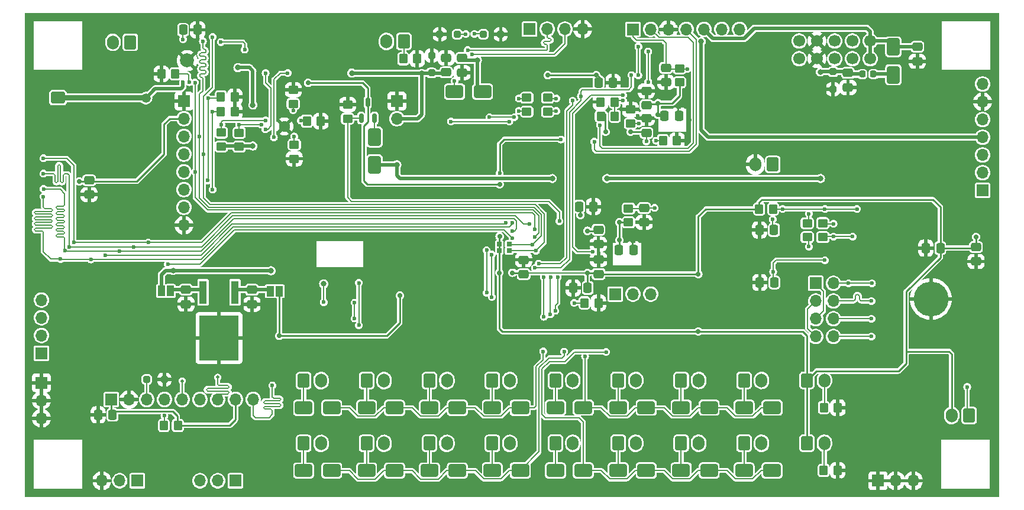
<source format=gbl>
G04 #@! TF.GenerationSoftware,KiCad,Pcbnew,7.0.10*
G04 #@! TF.CreationDate,2024-03-07T14:57:28-05:00*
G04 #@! TF.ProjectId,ECE477_PCBDesign,45434534-3737-45f5-9043-424465736967,1*
G04 #@! TF.SameCoordinates,Original*
G04 #@! TF.FileFunction,Copper,L2,Bot*
G04 #@! TF.FilePolarity,Positive*
%FSLAX46Y46*%
G04 Gerber Fmt 4.6, Leading zero omitted, Abs format (unit mm)*
G04 Created by KiCad (PCBNEW 7.0.10) date 2024-03-07 14:57:28*
%MOMM*%
%LPD*%
G01*
G04 APERTURE LIST*
G04 Aperture macros list*
%AMRoundRect*
0 Rectangle with rounded corners*
0 $1 Rounding radius*
0 $2 $3 $4 $5 $6 $7 $8 $9 X,Y pos of 4 corners*
0 Add a 4 corners polygon primitive as box body*
4,1,4,$2,$3,$4,$5,$6,$7,$8,$9,$2,$3,0*
0 Add four circle primitives for the rounded corners*
1,1,$1+$1,$2,$3*
1,1,$1+$1,$4,$5*
1,1,$1+$1,$6,$7*
1,1,$1+$1,$8,$9*
0 Add four rect primitives between the rounded corners*
20,1,$1+$1,$2,$3,$4,$5,0*
20,1,$1+$1,$4,$5,$6,$7,0*
20,1,$1+$1,$6,$7,$8,$9,0*
20,1,$1+$1,$8,$9,$2,$3,0*%
G04 Aperture macros list end*
G04 #@! TA.AperFunction,ComponentPad*
%ADD10R,1.700000X1.700000*%
G04 #@! TD*
G04 #@! TA.AperFunction,ComponentPad*
%ADD11O,1.700000X1.700000*%
G04 #@! TD*
G04 #@! TA.AperFunction,ComponentPad*
%ADD12RoundRect,0.250000X-0.750000X0.600000X-0.750000X-0.600000X0.750000X-0.600000X0.750000X0.600000X0*%
G04 #@! TD*
G04 #@! TA.AperFunction,ComponentPad*
%ADD13O,2.000000X1.700000*%
G04 #@! TD*
G04 #@! TA.AperFunction,ComponentPad*
%ADD14RoundRect,0.250000X-0.600000X-0.750000X0.600000X-0.750000X0.600000X0.750000X-0.600000X0.750000X0*%
G04 #@! TD*
G04 #@! TA.AperFunction,ComponentPad*
%ADD15O,1.700000X2.000000*%
G04 #@! TD*
G04 #@! TA.AperFunction,ComponentPad*
%ADD16RoundRect,0.250000X0.600000X0.750000X-0.600000X0.750000X-0.600000X-0.750000X0.600000X-0.750000X0*%
G04 #@! TD*
G04 #@! TA.AperFunction,ComponentPad*
%ADD17C,1.700000*%
G04 #@! TD*
G04 #@! TA.AperFunction,ComponentPad*
%ADD18C,1.320800*%
G04 #@! TD*
G04 #@! TA.AperFunction,HeatsinkPad*
%ADD19O,5.000000X5.000000*%
G04 #@! TD*
G04 #@! TA.AperFunction,HeatsinkPad*
%ADD20C,1.600000*%
G04 #@! TD*
G04 #@! TA.AperFunction,ComponentPad*
%ADD21C,2.000000*%
G04 #@! TD*
G04 #@! TA.AperFunction,SMDPad,CuDef*
%ADD22RoundRect,0.250000X-0.337500X-0.475000X0.337500X-0.475000X0.337500X0.475000X-0.337500X0.475000X0*%
G04 #@! TD*
G04 #@! TA.AperFunction,SMDPad,CuDef*
%ADD23RoundRect,0.250000X1.000000X0.650000X-1.000000X0.650000X-1.000000X-0.650000X1.000000X-0.650000X0*%
G04 #@! TD*
G04 #@! TA.AperFunction,SMDPad,CuDef*
%ADD24RoundRect,0.250000X-0.350000X-0.450000X0.350000X-0.450000X0.350000X0.450000X-0.350000X0.450000X0*%
G04 #@! TD*
G04 #@! TA.AperFunction,SMDPad,CuDef*
%ADD25RoundRect,0.250000X0.350000X0.450000X-0.350000X0.450000X-0.350000X-0.450000X0.350000X-0.450000X0*%
G04 #@! TD*
G04 #@! TA.AperFunction,SMDPad,CuDef*
%ADD26RoundRect,0.250000X-0.450000X0.350000X-0.450000X-0.350000X0.450000X-0.350000X0.450000X0.350000X0*%
G04 #@! TD*
G04 #@! TA.AperFunction,SMDPad,CuDef*
%ADD27RoundRect,0.218750X0.218750X0.256250X-0.218750X0.256250X-0.218750X-0.256250X0.218750X-0.256250X0*%
G04 #@! TD*
G04 #@! TA.AperFunction,SMDPad,CuDef*
%ADD28RoundRect,0.250000X0.475000X-0.337500X0.475000X0.337500X-0.475000X0.337500X-0.475000X-0.337500X0*%
G04 #@! TD*
G04 #@! TA.AperFunction,SMDPad,CuDef*
%ADD29RoundRect,0.250000X0.450000X-0.350000X0.450000X0.350000X-0.450000X0.350000X-0.450000X-0.350000X0*%
G04 #@! TD*
G04 #@! TA.AperFunction,SMDPad,CuDef*
%ADD30RoundRect,0.250000X0.337500X0.475000X-0.337500X0.475000X-0.337500X-0.475000X0.337500X-0.475000X0*%
G04 #@! TD*
G04 #@! TA.AperFunction,SMDPad,CuDef*
%ADD31R,0.700000X0.640000*%
G04 #@! TD*
G04 #@! TA.AperFunction,SMDPad,CuDef*
%ADD32RoundRect,0.250000X0.250000X-0.250000X0.250000X0.250000X-0.250000X0.250000X-0.250000X-0.250000X0*%
G04 #@! TD*
G04 #@! TA.AperFunction,SMDPad,CuDef*
%ADD33RoundRect,0.250000X0.250000X0.250000X-0.250000X0.250000X-0.250000X-0.250000X0.250000X-0.250000X0*%
G04 #@! TD*
G04 #@! TA.AperFunction,SMDPad,CuDef*
%ADD34RoundRect,0.250000X-0.475000X0.337500X-0.475000X-0.337500X0.475000X-0.337500X0.475000X0.337500X0*%
G04 #@! TD*
G04 #@! TA.AperFunction,SMDPad,CuDef*
%ADD35RoundRect,0.250000X-0.250000X0.250000X-0.250000X-0.250000X0.250000X-0.250000X0.250000X0.250000X0*%
G04 #@! TD*
G04 #@! TA.AperFunction,SMDPad,CuDef*
%ADD36RoundRect,0.250000X0.650000X-1.000000X0.650000X1.000000X-0.650000X1.000000X-0.650000X-1.000000X0*%
G04 #@! TD*
G04 #@! TA.AperFunction,SMDPad,CuDef*
%ADD37R,1.000000X1.500000*%
G04 #@! TD*
G04 #@! TA.AperFunction,SMDPad,CuDef*
%ADD38RoundRect,0.150000X0.150000X-0.512500X0.150000X0.512500X-0.150000X0.512500X-0.150000X-0.512500X0*%
G04 #@! TD*
G04 #@! TA.AperFunction,SMDPad,CuDef*
%ADD39RoundRect,0.250000X-0.250000X-0.250000X0.250000X-0.250000X0.250000X0.250000X-0.250000X0.250000X0*%
G04 #@! TD*
G04 #@! TA.AperFunction,SMDPad,CuDef*
%ADD40R,1.117600X3.302000*%
G04 #@! TD*
G04 #@! TA.AperFunction,ComponentPad*
%ADD41C,4.000000*%
G04 #@! TD*
G04 #@! TA.AperFunction,SMDPad,CuDef*
%ADD42R,5.689600X6.400800*%
G04 #@! TD*
G04 #@! TA.AperFunction,SMDPad,CuDef*
%ADD43RoundRect,0.250000X-0.650000X1.000000X-0.650000X-1.000000X0.650000X-1.000000X0.650000X1.000000X0*%
G04 #@! TD*
G04 #@! TA.AperFunction,SMDPad,CuDef*
%ADD44RoundRect,0.250000X-1.000000X-0.650000X1.000000X-0.650000X1.000000X0.650000X-1.000000X0.650000X0*%
G04 #@! TD*
G04 #@! TA.AperFunction,ViaPad*
%ADD45C,0.600000*%
G04 #@! TD*
G04 #@! TA.AperFunction,ViaPad*
%ADD46C,0.700000*%
G04 #@! TD*
G04 #@! TA.AperFunction,ViaPad*
%ADD47C,0.500000*%
G04 #@! TD*
G04 #@! TA.AperFunction,ViaPad*
%ADD48C,0.800000*%
G04 #@! TD*
G04 #@! TA.AperFunction,Conductor*
%ADD49C,0.508000*%
G04 #@! TD*
G04 #@! TA.AperFunction,Conductor*
%ADD50C,0.762000*%
G04 #@! TD*
G04 #@! TA.AperFunction,Conductor*
%ADD51C,0.254000*%
G04 #@! TD*
G04 #@! TA.AperFunction,Conductor*
%ADD52C,0.203000*%
G04 #@! TD*
G04 APERTURE END LIST*
D10*
X284720000Y-128700000D03*
D11*
X284720000Y-126160000D03*
X284720000Y-123620000D03*
X284720000Y-121080000D03*
X284720000Y-118540000D03*
X284720000Y-116000000D03*
X284720000Y-113460000D03*
D12*
X152380000Y-115410000D03*
D13*
X152380000Y-117910000D03*
D14*
X196550000Y-155950000D03*
D15*
X199050000Y-155950000D03*
D16*
X162740000Y-107485000D03*
D15*
X160240000Y-107485000D03*
D10*
X163754701Y-170300000D03*
D11*
X161214701Y-170300000D03*
X158674701Y-170300000D03*
D14*
X259575000Y-164925000D03*
D15*
X262075000Y-164925000D03*
D14*
X223575000Y-155925000D03*
D15*
X226075000Y-155925000D03*
D17*
X258460000Y-109840000D03*
X258460000Y-107300000D03*
X261000000Y-109840000D03*
X261000000Y-107300000D03*
X263540000Y-109840000D03*
X263540000Y-107300000D03*
X266080000Y-109840000D03*
X266080000Y-107300000D03*
X268620000Y-109840000D03*
X268620000Y-107300000D03*
D14*
X250575000Y-164925000D03*
D15*
X253075000Y-164925000D03*
D14*
X187550000Y-155950000D03*
D15*
X190050000Y-155950000D03*
D10*
X219867184Y-105600000D03*
D11*
X222407184Y-105600000D03*
X224947184Y-105600000D03*
X227487184Y-105600000D03*
D18*
X164967400Y-115479999D03*
X164967400Y-117480001D03*
D10*
X150025000Y-152025000D03*
D11*
X150025000Y-149485000D03*
X150025000Y-146945000D03*
X150025000Y-144405000D03*
D10*
X234670000Y-105620000D03*
D11*
X237210000Y-105620000D03*
X239750000Y-105620000D03*
X242290000Y-105620000D03*
X244830000Y-105620000D03*
X247370000Y-105620000D03*
X249910000Y-105620000D03*
D16*
X201890000Y-107355000D03*
D15*
X199390000Y-107355000D03*
D14*
X232575000Y-155925000D03*
D15*
X235075000Y-155925000D03*
D14*
X214550000Y-155950000D03*
D15*
X217050000Y-155950000D03*
D14*
X187550000Y-164950000D03*
D15*
X190050000Y-164950000D03*
D10*
X170400000Y-115885000D03*
D11*
X170400000Y-118425000D03*
X170400000Y-120965000D03*
X170400000Y-123505000D03*
X170400000Y-126045000D03*
X170400000Y-128585000D03*
X170400000Y-131125000D03*
X170400000Y-133665000D03*
X200880000Y-118425000D03*
D10*
X200880000Y-115885000D03*
X150025000Y-156255000D03*
D11*
X150025000Y-158795000D03*
X150025000Y-161335000D03*
D14*
X241575000Y-155925000D03*
D15*
X244075000Y-155925000D03*
D16*
X282790000Y-160945000D03*
D15*
X280290000Y-160945000D03*
D14*
X205550000Y-155950000D03*
D15*
X208050000Y-155950000D03*
D19*
X277325000Y-144250000D03*
D16*
X254680000Y-124985000D03*
D15*
X252180000Y-124985000D03*
D20*
X184787500Y-119537500D03*
D14*
X250575000Y-155925000D03*
D15*
X253075000Y-155925000D03*
D10*
X232135000Y-143550000D03*
D11*
X234675000Y-143550000D03*
X237215000Y-143550000D03*
D14*
X259575000Y-155925000D03*
D15*
X262075000Y-155925000D03*
D14*
X205550000Y-164950000D03*
D15*
X208050000Y-164950000D03*
D10*
X177775000Y-170300000D03*
D11*
X175235000Y-170300000D03*
X172695000Y-170300000D03*
D14*
X223575000Y-164925000D03*
D15*
X226075000Y-164925000D03*
D10*
X260815000Y-142010000D03*
D11*
X263355000Y-142010000D03*
X260815000Y-144550000D03*
X263355000Y-144550000D03*
X260815000Y-147090000D03*
X263355000Y-147090000D03*
X260815000Y-149630000D03*
X263355000Y-149630000D03*
D14*
X214550000Y-164950000D03*
D15*
X217050000Y-164950000D03*
D14*
X196550000Y-164950000D03*
D15*
X199050000Y-164950000D03*
D21*
X170875000Y-110100000D03*
D10*
X160010000Y-158654299D03*
D11*
X162550000Y-158654299D03*
X165090000Y-158654299D03*
X167630000Y-158654299D03*
X170170000Y-158654299D03*
X172710000Y-158654299D03*
X175250000Y-158654299D03*
X177790000Y-158654299D03*
X180330000Y-158654299D03*
D14*
X241575000Y-164925000D03*
D15*
X244075000Y-164925000D03*
D14*
X232575000Y-164925000D03*
D15*
X235075000Y-164925000D03*
D10*
X269755000Y-170300000D03*
D11*
X272295000Y-170300000D03*
X274835000Y-170300000D03*
D22*
X252782500Y-134365000D03*
X254857500Y-134365000D03*
D23*
X254575000Y-159825000D03*
X250575000Y-159825000D03*
D24*
X175675000Y-117400000D03*
X177675000Y-117400000D03*
D23*
X191550000Y-168850000D03*
X187550000Y-168850000D03*
D25*
X203802500Y-109840000D03*
X201802500Y-109840000D03*
D23*
X200550000Y-159850000D03*
X196550000Y-159850000D03*
D26*
X259627500Y-133400000D03*
X259627500Y-135400000D03*
D27*
X269087500Y-112050000D03*
X267512500Y-112050000D03*
D28*
X219025000Y-140712500D03*
X219025000Y-138637500D03*
D29*
X234040000Y-133280000D03*
X234040000Y-131280000D03*
D30*
X278662500Y-136975000D03*
X276587500Y-136975000D03*
X234757500Y-137220000D03*
X232682500Y-137220000D03*
D28*
X236600000Y-120462500D03*
X236600000Y-118387500D03*
D31*
X216950000Y-136405000D03*
X216950000Y-137345000D03*
X215550000Y-137345000D03*
X215550000Y-136405000D03*
D30*
X241250000Y-118020000D03*
X239175000Y-118020000D03*
D28*
X229750000Y-140687500D03*
X229750000Y-138612500D03*
D22*
X170290000Y-105700000D03*
X172365000Y-105700000D03*
D29*
X261847500Y-135390000D03*
X261847500Y-133390000D03*
D32*
X263330000Y-114200000D03*
X263330000Y-111700000D03*
D26*
X234325000Y-117120000D03*
X234325000Y-119120000D03*
D23*
X227575000Y-168825000D03*
X223575000Y-168825000D03*
X245575000Y-159825000D03*
X241575000Y-159825000D03*
D22*
X226962500Y-131025000D03*
X229037500Y-131025000D03*
D33*
X167600000Y-155800000D03*
X165100000Y-155800000D03*
D34*
X283775000Y-136812500D03*
X283775000Y-138887500D03*
D28*
X236270000Y-133287500D03*
X236270000Y-131212500D03*
D25*
X263975000Y-168825000D03*
X261975000Y-168825000D03*
D35*
X205860000Y-109370000D03*
X205860000Y-111870000D03*
D23*
X209550000Y-159850000D03*
X205550000Y-159850000D03*
D28*
X207950000Y-111787500D03*
X207950000Y-109712500D03*
X239400000Y-113212500D03*
X239400000Y-111137500D03*
D36*
X271940000Y-112137500D03*
X271940000Y-108137500D03*
D34*
X156850000Y-127237500D03*
X156850000Y-129312500D03*
X210200000Y-109742500D03*
X210200000Y-111817500D03*
D23*
X209550000Y-168850000D03*
X205550000Y-168850000D03*
D34*
X180150000Y-142937500D03*
X180150000Y-145012500D03*
D25*
X177675000Y-115300000D03*
X175675000Y-115300000D03*
D23*
X227575000Y-159825000D03*
X223575000Y-159825000D03*
D24*
X230050000Y-116030000D03*
X232050000Y-116030000D03*
D29*
X193840000Y-118410000D03*
X193840000Y-116410000D03*
D25*
X229730000Y-144830000D03*
X227730000Y-144830000D03*
D23*
X218550000Y-168825000D03*
X214550000Y-168825000D03*
D22*
X229762500Y-113250000D03*
X231837500Y-113250000D03*
D23*
X191550000Y-159850000D03*
X187550000Y-159850000D03*
D28*
X236600000Y-116512500D03*
X236600000Y-114437500D03*
D23*
X200550000Y-168850000D03*
X196550000Y-168850000D03*
D37*
X167175000Y-143100000D03*
X168475000Y-143100000D03*
D38*
X197675000Y-118325000D03*
X195775000Y-118325000D03*
X196725000Y-116050000D03*
D37*
X182750000Y-143125000D03*
X184050000Y-143125000D03*
D39*
X207030000Y-106350000D03*
X209530000Y-106350000D03*
D30*
X160192201Y-160854299D03*
X158117201Y-160854299D03*
D26*
X178300000Y-120437500D03*
X178300000Y-122437500D03*
D22*
X252834701Y-141895000D03*
X254909701Y-141895000D03*
D24*
X238975000Y-121575000D03*
X240975000Y-121575000D03*
D23*
X254575000Y-168825000D03*
X250575000Y-168825000D03*
D34*
X265450000Y-111872500D03*
X265450000Y-113947500D03*
D23*
X218550000Y-159850000D03*
X214550000Y-159850000D03*
D40*
X173134000Y-143306800D03*
D41*
X175420000Y-149860000D03*
D42*
X175420000Y-149860000D03*
D40*
X177706000Y-143306800D03*
D25*
X169170000Y-112000000D03*
X167170000Y-112000000D03*
D29*
X219475000Y-117425000D03*
X219475000Y-115425000D03*
D25*
X190000000Y-118775000D03*
X188000000Y-118775000D03*
D29*
X222475000Y-117425000D03*
X222475000Y-115425000D03*
D43*
X197675000Y-121050000D03*
X197675000Y-125050000D03*
D26*
X186055000Y-114316000D03*
X186055000Y-116316000D03*
D23*
X236575000Y-159825000D03*
X232575000Y-159825000D03*
D29*
X175750000Y-122425000D03*
X175750000Y-120425000D03*
D24*
X252745000Y-131365000D03*
X254745000Y-131365000D03*
D23*
X236575000Y-168825000D03*
X232575000Y-168825000D03*
D25*
X264000000Y-159825000D03*
X262000000Y-159825000D03*
D34*
X275370000Y-108122500D03*
X275370000Y-110197500D03*
X170695000Y-142912500D03*
X170695000Y-144987500D03*
D33*
X215750000Y-106340000D03*
X213250000Y-106340000D03*
D34*
X229725000Y-134337500D03*
X229725000Y-136412500D03*
D25*
X232070000Y-118090000D03*
X230070000Y-118090000D03*
D44*
X209142184Y-114550000D03*
X213142184Y-114550000D03*
D25*
X169529701Y-162379299D03*
X167529701Y-162379299D03*
D29*
X186200000Y-124160000D03*
X186200000Y-122160000D03*
D23*
X245575000Y-168825000D03*
X241575000Y-168825000D03*
D30*
X228197500Y-142670000D03*
X226122500Y-142670000D03*
D29*
X241350000Y-113225000D03*
X241350000Y-111225000D03*
D45*
X167150000Y-117500000D03*
X161650000Y-117500000D03*
X161400000Y-112500000D03*
X205890000Y-142240000D03*
X208430000Y-142240000D03*
X208430000Y-137160000D03*
X205890000Y-137160000D03*
X205890000Y-139700000D03*
X208430000Y-139700000D03*
X210970000Y-139700000D03*
X170273219Y-113200171D03*
X254150000Y-147320000D03*
X193190000Y-104140000D03*
X274470000Y-127000000D03*
X186500000Y-129450000D03*
X157630000Y-147320000D03*
X172870000Y-165100000D03*
X162710000Y-147320000D03*
X266850000Y-119380000D03*
X212840000Y-162870000D03*
X246530000Y-114300000D03*
X152550000Y-122040000D03*
X205890000Y-119380000D03*
X271930000Y-165100000D03*
X151150000Y-125250000D03*
X165250000Y-152400000D03*
D46*
X234580000Y-135870000D03*
D45*
X254650000Y-162840000D03*
D47*
X192688311Y-143112060D03*
D45*
X282090000Y-132080000D03*
X226210000Y-109220000D03*
X238910000Y-170180000D03*
X284630000Y-142240000D03*
X173680000Y-133900000D03*
X205420000Y-107410000D03*
X274470000Y-139700000D03*
X203350000Y-129540000D03*
X282090000Y-149860000D03*
X271930000Y-142240000D03*
X264310000Y-127000000D03*
X271930000Y-139700000D03*
X177950000Y-104140000D03*
X198270000Y-148590000D03*
X157630000Y-165100000D03*
X229510000Y-170180000D03*
X256810000Y-142250000D03*
X157630000Y-144780000D03*
X227250000Y-136650000D03*
X195730000Y-106680000D03*
X269390000Y-139700000D03*
X220540000Y-170180000D03*
X269390000Y-132080000D03*
X241450000Y-149860000D03*
X271930000Y-149860000D03*
X170330000Y-152400000D03*
X221900000Y-162840000D03*
X178000000Y-139100000D03*
X203350000Y-124460000D03*
X199540000Y-147320000D03*
X197800000Y-162880000D03*
X203180000Y-105090000D03*
X256690000Y-149860000D03*
X254150000Y-106680000D03*
X239560000Y-132750000D03*
X155090000Y-122040000D03*
X165250000Y-124460000D03*
X224450000Y-137350000D03*
X165250000Y-132080000D03*
X242810000Y-162840000D03*
X211310000Y-155240000D03*
X162710000Y-165100000D03*
X152550000Y-154940000D03*
X256690000Y-119380000D03*
X216050000Y-116840000D03*
X216400000Y-129000000D03*
X254150000Y-114300000D03*
X228151500Y-162850000D03*
X277010000Y-149860000D03*
X233830000Y-109220000D03*
X162710000Y-129540000D03*
X238910000Y-149860000D03*
X246530000Y-111760000D03*
X221600000Y-138250000D03*
X282090000Y-147320000D03*
X230870000Y-162840000D03*
X264310000Y-124460000D03*
X279550000Y-134620000D03*
X167790000Y-149860000D03*
X254150000Y-116840000D03*
X180490000Y-149860000D03*
X181800000Y-108430000D03*
X200620000Y-162870000D03*
X254150000Y-119380000D03*
X235380000Y-118010000D03*
X224509750Y-119429500D03*
X238910000Y-142240000D03*
X156930000Y-104030000D03*
X185880000Y-162870000D03*
X208430000Y-116840000D03*
X211510000Y-170180000D03*
X162710000Y-162560000D03*
X195730000Y-104140000D03*
X221130000Y-111760000D03*
X262400000Y-129000000D03*
X226800000Y-138900000D03*
X248850000Y-162840000D03*
X274470000Y-134620000D03*
X242650000Y-112830000D03*
X229310000Y-165050000D03*
X238350000Y-115250000D03*
X155090000Y-162560000D03*
X284630000Y-144780000D03*
X209640000Y-162870000D03*
X162710000Y-124460000D03*
X239810000Y-162850000D03*
X189310000Y-104140000D03*
X170330000Y-167640000D03*
D47*
X193440000Y-143120000D03*
D45*
X284120000Y-163020000D03*
X277010000Y-127000000D03*
X160170000Y-144780000D03*
X208430000Y-129540000D03*
X271930000Y-134620000D03*
X284010000Y-156550000D03*
X177950000Y-165100000D03*
X264310000Y-137160000D03*
X227250000Y-135100000D03*
X248620000Y-104750000D03*
X224820000Y-162850000D03*
X277010000Y-119380000D03*
X269390000Y-116840000D03*
X167790000Y-127000000D03*
X264310000Y-132080000D03*
X274470000Y-104140000D03*
X274470000Y-106680000D03*
X243990000Y-149860000D03*
X188820000Y-162880000D03*
X259230000Y-121920000D03*
X213510000Y-116840000D03*
X271930000Y-104580000D03*
X175410000Y-144780000D03*
X251610000Y-147320000D03*
X256690000Y-116840000D03*
X167790000Y-147320000D03*
X284630000Y-152400000D03*
X242450000Y-121400000D03*
X167790000Y-167640000D03*
X256690000Y-114300000D03*
X232330000Y-127830000D03*
X251610000Y-119380000D03*
X251610000Y-116840000D03*
X188110000Y-146830000D03*
X282090000Y-142240000D03*
X263610000Y-153840000D03*
X271930000Y-114300000D03*
X238910000Y-144780000D03*
X179270000Y-117179000D03*
X165250000Y-121920000D03*
X277010000Y-114300000D03*
X246530000Y-116840000D03*
X251610000Y-111760000D03*
X183030000Y-165100000D03*
X191060000Y-135510000D03*
X237800000Y-139430000D03*
X217070000Y-107670000D03*
X205890000Y-129540000D03*
X228752000Y-135350000D03*
X165250000Y-149860000D03*
X162710000Y-149860000D03*
X243990000Y-124460000D03*
X236670000Y-162840000D03*
X228910000Y-127830000D03*
X203350000Y-170180000D03*
X271930000Y-124460000D03*
X266850000Y-170180000D03*
X244090000Y-128630000D03*
X246530000Y-147320000D03*
X189380000Y-148910000D03*
X177160000Y-123940000D03*
D46*
X242680000Y-118630000D03*
D45*
X277010000Y-165100000D03*
X251800000Y-153850000D03*
X183030000Y-170180000D03*
X231290000Y-109220000D03*
X247520000Y-170180000D03*
X269390000Y-124460000D03*
X274470000Y-116840000D03*
X261770000Y-170180000D03*
X157630000Y-111760000D03*
X246530000Y-149860000D03*
X157630000Y-162560000D03*
X249070000Y-149860000D03*
X195730000Y-109220000D03*
X254610000Y-153840000D03*
X282090000Y-152400000D03*
X230830000Y-153850000D03*
X254150000Y-149860000D03*
X261770000Y-104580000D03*
X203350000Y-116840000D03*
X213510000Y-111760000D03*
X203350000Y-121920000D03*
X241450000Y-144780000D03*
X224100000Y-124200000D03*
X188110000Y-114300000D03*
X284070000Y-159170000D03*
X152550000Y-157480000D03*
X249070000Y-119380000D03*
X256690000Y-137160000D03*
X183030000Y-144780000D03*
X266850000Y-104580000D03*
X165840000Y-104140000D03*
X170330000Y-149860000D03*
X190650000Y-104140000D03*
X249070000Y-111760000D03*
X277010000Y-132080000D03*
X266850000Y-167640000D03*
X161000000Y-121920000D03*
X152550000Y-160020000D03*
X258426500Y-153850000D03*
X180490000Y-147320000D03*
X266850000Y-158060000D03*
X266850000Y-127000000D03*
X269390000Y-104580000D03*
X177950000Y-127000000D03*
X271930000Y-144780000D03*
X217050000Y-153930000D03*
X279550000Y-132080000D03*
X162710000Y-134620000D03*
X271930000Y-132080000D03*
X167790000Y-104140000D03*
X193190000Y-121920000D03*
X199850000Y-122750000D03*
X277010000Y-116840000D03*
X157630000Y-157480000D03*
X199540000Y-144780000D03*
X246920000Y-137140000D03*
X193680000Y-170170000D03*
X195150000Y-128250000D03*
X259230000Y-116840000D03*
X269390000Y-165100000D03*
X235970000Y-127830000D03*
X264310000Y-104580000D03*
X205890000Y-121920000D03*
X249070000Y-116840000D03*
X251610000Y-114300000D03*
X242420000Y-116060000D03*
X282090000Y-134620000D03*
X274470000Y-165100000D03*
X256690000Y-147320000D03*
X227550000Y-129410000D03*
X190830000Y-121920000D03*
X233860000Y-162850000D03*
X195730000Y-114300000D03*
X246920000Y-134600000D03*
D47*
X194163311Y-143112060D03*
D45*
X215830000Y-162880000D03*
X216050000Y-114300000D03*
X224450000Y-135150000D03*
X259230000Y-124460000D03*
X183030000Y-162560000D03*
X228750000Y-109220000D03*
X245580000Y-153840000D03*
X277010000Y-124460000D03*
X218640000Y-162870000D03*
X157630000Y-154750000D03*
X203350000Y-114300000D03*
X259230000Y-119380000D03*
X277010000Y-104140000D03*
X193190000Y-114300000D03*
X203350000Y-119380000D03*
D46*
X241080000Y-116690000D03*
D45*
X188110000Y-148910000D03*
X206830000Y-162880000D03*
X241430000Y-133450000D03*
X160170000Y-165100000D03*
X190650000Y-114300000D03*
X180490000Y-152400000D03*
X259230000Y-170180000D03*
X246530000Y-121920000D03*
X218590000Y-111760000D03*
X165250000Y-144780000D03*
X187000000Y-135200000D03*
X224830000Y-153850000D03*
X160170000Y-104360000D03*
X180490000Y-104140000D03*
X232400000Y-119300000D03*
X284630000Y-149860000D03*
X249170000Y-128630000D03*
X190650000Y-124460000D03*
X203840000Y-162880000D03*
X189366640Y-146830000D03*
X266850000Y-165100000D03*
X264310000Y-170180000D03*
X205410000Y-105100000D03*
X279550000Y-149860000D03*
X238910000Y-147320000D03*
X202310000Y-155030000D03*
X216650000Y-141500000D03*
X264310000Y-119380000D03*
X205890000Y-124460000D03*
X256690000Y-139700000D03*
X188800000Y-153870000D03*
X194400000Y-135490000D03*
X271930000Y-116840000D03*
X266850000Y-159620000D03*
X277010000Y-111760000D03*
X282090000Y-139700000D03*
X266850000Y-116840000D03*
X200640000Y-105090000D03*
X155090000Y-124460000D03*
D47*
X191213311Y-143112060D03*
D45*
X157630000Y-152400000D03*
X231290000Y-104140000D03*
X181920000Y-115080000D03*
X198270000Y-144780000D03*
X259230000Y-104580000D03*
X260800000Y-153850000D03*
X165250000Y-134620000D03*
X155090000Y-160020000D03*
X277010000Y-167640000D03*
X277010000Y-106680000D03*
X183030000Y-147320000D03*
X157630000Y-134620000D03*
X246530000Y-124460000D03*
X266850000Y-162560000D03*
X241450000Y-124460000D03*
X181970000Y-117510000D03*
X175300000Y-139050000D03*
X152550000Y-162560000D03*
X246530000Y-144780000D03*
X246530000Y-119380000D03*
X264310000Y-116840000D03*
X216340000Y-104740000D03*
X205890000Y-144780000D03*
X183030000Y-104140000D03*
X175410000Y-127000000D03*
X162710000Y-104360000D03*
X216770000Y-123350000D03*
X241450000Y-147320000D03*
X269800000Y-122100000D03*
X194820000Y-162870000D03*
X256690000Y-104580000D03*
X282090000Y-144780000D03*
X279550000Y-139700000D03*
X243540000Y-104750000D03*
X249070000Y-121920000D03*
X157620000Y-119770000D03*
X157630000Y-122040000D03*
X167790000Y-152400000D03*
X246920000Y-139680000D03*
X181900000Y-121000000D03*
X251610000Y-104140000D03*
X227248500Y-153840000D03*
X199200000Y-135250000D03*
X233830000Y-104140000D03*
X175410000Y-142240000D03*
X175410000Y-104140000D03*
X277010000Y-170180000D03*
X263650000Y-162840000D03*
X239780000Y-153840000D03*
X238460000Y-104750000D03*
X198100000Y-105090000D03*
X277010000Y-134620000D03*
X222850000Y-120200000D03*
X236370000Y-134620000D03*
X284630000Y-147320000D03*
X236630000Y-153850000D03*
X183030000Y-167640000D03*
X233820000Y-153860000D03*
D46*
X236350000Y-137850000D03*
D45*
X242770000Y-153850000D03*
X251840000Y-162840000D03*
X246630000Y-128630000D03*
X167790000Y-170180000D03*
X271930000Y-147320000D03*
X216050000Y-111760000D03*
X157630000Y-124460000D03*
X241000000Y-104750000D03*
X251610000Y-149860000D03*
X221073500Y-129728500D03*
X237800000Y-112950000D03*
X193280000Y-155140000D03*
X245620000Y-162850000D03*
X246080000Y-104750000D03*
X191680000Y-162880000D03*
X238910000Y-124460000D03*
X177950000Y-136430000D03*
X256690000Y-132080000D03*
X172870000Y-104140000D03*
X185570000Y-160020000D03*
X173660000Y-132250000D03*
X185570000Y-170180000D03*
X190650000Y-127000000D03*
X210970000Y-142240000D03*
X274470000Y-114300000D03*
X238970000Y-127830000D03*
X254150000Y-104580000D03*
X248810000Y-153840000D03*
X274470000Y-132080000D03*
X228050000Y-121700000D03*
X256690000Y-170180000D03*
X186060000Y-104140000D03*
X249070000Y-114300000D03*
X165250000Y-129540000D03*
X216650000Y-143500000D03*
X160170000Y-162560000D03*
X249070000Y-147320000D03*
D47*
X191913311Y-143112060D03*
D48*
X190413311Y-142087060D03*
D45*
X190413311Y-144712060D03*
X170275000Y-107075000D03*
X195440000Y-148010000D03*
X195438311Y-141960000D03*
D48*
X204410000Y-111960000D03*
X261490000Y-111726500D03*
X230950000Y-127000000D03*
X200880000Y-125030000D03*
X194450000Y-111900000D03*
X261500000Y-127000000D03*
X223125000Y-127000000D03*
X212390000Y-110034771D03*
X244445000Y-107350000D03*
D45*
X233260000Y-115046997D03*
X228900000Y-137500000D03*
X237767500Y-131212500D03*
D46*
X234325000Y-120325000D03*
X227150000Y-132250000D03*
X283770000Y-135360000D03*
X184050000Y-149540000D03*
X201313311Y-143787060D03*
X238233818Y-117858248D03*
X228150000Y-140525000D03*
X244025000Y-140690000D03*
X232730000Y-133290000D03*
X217440000Y-140500000D03*
X238250000Y-116213500D03*
X188170000Y-113300000D03*
X155425000Y-127425000D03*
X215590000Y-127807000D03*
D45*
X224375000Y-121400000D03*
D46*
X222473600Y-112200000D03*
X244025000Y-148925000D03*
D45*
X215600000Y-126243000D03*
X236600000Y-121700000D03*
D46*
X228150000Y-134500000D03*
X229400000Y-112200000D03*
X232731500Y-135840000D03*
X215550000Y-140500000D03*
X230750000Y-120300000D03*
X215590000Y-135290000D03*
D45*
X242450000Y-111312500D03*
X256090000Y-131360000D03*
X254674701Y-132830000D03*
X266729000Y-131360000D03*
X262137500Y-131360000D03*
X167620299Y-160982000D03*
X211017184Y-108610000D03*
X210734593Y-106300674D03*
X211624000Y-109214500D03*
X211975254Y-106292438D03*
D48*
X168850000Y-140175000D03*
X182863311Y-140212060D03*
X178140000Y-111110000D03*
X180275000Y-122350000D03*
X180275000Y-116475000D03*
D45*
X268810000Y-144550000D03*
X216975000Y-118846628D03*
X208617184Y-118825000D03*
X217675000Y-118220500D03*
X214123084Y-118220500D03*
X254734701Y-140370000D03*
X262137500Y-138700000D03*
X221825000Y-151775000D03*
X224825000Y-151800000D03*
X227825000Y-152454500D03*
X230825000Y-151850000D03*
X213725000Y-143368000D03*
X213725000Y-137275000D03*
X214475000Y-143972500D03*
X214475000Y-137895500D03*
X268880000Y-142010000D03*
X265526500Y-142010000D03*
X234450000Y-112175000D03*
X220639880Y-139804500D03*
X227220000Y-115220500D03*
X226049720Y-115840000D03*
X221175000Y-139200000D03*
X229145612Y-121726672D03*
X229950000Y-119340000D03*
X235450000Y-108107000D03*
X235450000Y-112200000D03*
X236860000Y-113160000D03*
X236860000Y-108783500D03*
X282505000Y-156865000D03*
X268810000Y-147090000D03*
X268810000Y-149630000D03*
X259857500Y-132050000D03*
X263370000Y-133490000D03*
X266124500Y-135310000D03*
X263370000Y-135310000D03*
X259857500Y-136760000D03*
D47*
X175250946Y-155470500D03*
D45*
X183050946Y-156645500D03*
X150300000Y-126300000D03*
X163250000Y-136775000D03*
X219900000Y-133500000D03*
X153967500Y-136775000D03*
X161190000Y-137387000D03*
X153363000Y-137325000D03*
X150325000Y-128500000D03*
X217425000Y-134500000D03*
X150300000Y-124100000D03*
X154638532Y-136170500D03*
X165300000Y-136170500D03*
X220583500Y-134274424D03*
X157080000Y-138596000D03*
X150300000Y-129600000D03*
X217400000Y-133350000D03*
X152745500Y-138550000D03*
X224150000Y-133100000D03*
X173834000Y-127275000D03*
X173862500Y-115500000D03*
X168093000Y-139270500D03*
X217425000Y-135525000D03*
X174500000Y-128585000D03*
X174500000Y-117400000D03*
X178325000Y-119275000D03*
X181500000Y-119274118D03*
X182100000Y-118675000D03*
X175775000Y-119250000D03*
X175690000Y-107450000D03*
X179100000Y-108525000D03*
X194833811Y-147050000D03*
X194833811Y-144790000D03*
X171200000Y-113190000D03*
X172003003Y-113250000D03*
X220644157Y-135344157D03*
X172000000Y-126050000D03*
X185250000Y-111900000D03*
X183280000Y-121100000D03*
X182100000Y-111900000D03*
X182075000Y-119950000D03*
X186055000Y-117221000D03*
X187150000Y-118683000D03*
X186180000Y-120980000D03*
X226254500Y-144830000D03*
X235500000Y-119120000D03*
X233260000Y-115850000D03*
X218350000Y-117325000D03*
X223700000Y-117325000D03*
X223901768Y-141172395D03*
X223545500Y-145950000D03*
X222861834Y-146450000D03*
X222907478Y-141170726D03*
X221925000Y-146814500D03*
X221910980Y-141169739D03*
X173120000Y-107314947D03*
X220325000Y-136500000D03*
X172625000Y-120967497D03*
X220800000Y-137350000D03*
X173229500Y-123505000D03*
X174502947Y-106722947D03*
X216505838Y-133345500D03*
X159140000Y-137991500D03*
D47*
X170170000Y-156000000D03*
D45*
X237975000Y-121575000D03*
X223700000Y-115525000D03*
X218350000Y-115525000D03*
X209129684Y-113037500D03*
D49*
X169980000Y-114140000D02*
X170273219Y-113846781D01*
X170273219Y-113846781D02*
X170273219Y-113200171D01*
X166307399Y-114140000D02*
X169980000Y-114140000D01*
D50*
X164897401Y-115410000D02*
X164967400Y-115479999D01*
X152380000Y-115410000D02*
X164897401Y-115410000D01*
D49*
X164967400Y-115479999D02*
X166307399Y-114140000D01*
D51*
X234582500Y-135872500D02*
X234580000Y-135870000D01*
X241075000Y-116695000D02*
X241080000Y-116690000D01*
X234582500Y-137220000D02*
X234582500Y-135872500D01*
D52*
X239780000Y-105600000D02*
X239760000Y-105620000D01*
D51*
X241075000Y-118020000D02*
X241075000Y-116695000D01*
D49*
X172739700Y-142912500D02*
X173134000Y-143306800D01*
X168475000Y-143100000D02*
X168662500Y-142912500D01*
X173134000Y-143306800D02*
X173140000Y-143300800D01*
X168662500Y-142912500D02*
X170695000Y-142912500D01*
X170695000Y-142912500D02*
X172739700Y-142912500D01*
D52*
X190413311Y-144712060D02*
X190413311Y-142087060D01*
D49*
X178075300Y-142937500D02*
X182562500Y-142937500D01*
X182562500Y-142937500D02*
X182750000Y-143125000D01*
X177706000Y-143306800D02*
X178075300Y-142937500D01*
D52*
X170275000Y-105762500D02*
X170275000Y-107075000D01*
X170282500Y-105770000D02*
X170275000Y-105762500D01*
X195438311Y-148008311D02*
X195440000Y-148010000D01*
X195438311Y-141960000D02*
X195438311Y-148008311D01*
D49*
X265627500Y-112050000D02*
X267512500Y-112050000D01*
X261500000Y-127000000D02*
X230950000Y-127000000D01*
X204410000Y-111960000D02*
X207777500Y-111960000D01*
X203875000Y-118425000D02*
X200880000Y-118425000D01*
X204350000Y-111900000D02*
X194450000Y-111900000D01*
X200880000Y-125030000D02*
X197695000Y-125030000D01*
X223125000Y-127000000D02*
X201325000Y-127000000D01*
X207777500Y-111960000D02*
X207950000Y-111787500D01*
X265450000Y-111872500D02*
X265627500Y-112050000D01*
X200880000Y-126555000D02*
X200880000Y-125030000D01*
X261516500Y-111700000D02*
X265277500Y-111700000D01*
X261490000Y-111726500D02*
X261516500Y-111700000D01*
X197695000Y-125030000D02*
X197675000Y-125050000D01*
X201325000Y-127000000D02*
X200880000Y-126555000D01*
X207950000Y-111787500D02*
X207910000Y-111787500D01*
X204410000Y-117890000D02*
X203875000Y-118425000D01*
X204410000Y-111960000D02*
X204350000Y-111900000D01*
X265277500Y-111700000D02*
X265450000Y-111872500D01*
X204410000Y-111960000D02*
X204410000Y-117890000D01*
X245460000Y-121080000D02*
X284720000Y-121080000D01*
X210492271Y-110034771D02*
X210200000Y-109742500D01*
X212390000Y-110034771D02*
X212390000Y-114550000D01*
X244445000Y-120065000D02*
X245460000Y-121080000D01*
X244445000Y-107350000D02*
X244445000Y-120065000D01*
X212390000Y-114550000D02*
X213142184Y-114550000D01*
X212390000Y-110034771D02*
X210492271Y-110034771D01*
D52*
X226012000Y-117642170D02*
X226012000Y-136812000D01*
X237767500Y-131212500D02*
X236270000Y-131212500D01*
X228628670Y-115025500D02*
X226012000Y-117642170D01*
X226700000Y-137500000D02*
X228900000Y-137500000D01*
X226012000Y-136812000D02*
X226700000Y-137500000D01*
X236202500Y-131280000D02*
X236270000Y-131212500D01*
X234040000Y-131280000D02*
X236202500Y-131280000D01*
X233260000Y-115046997D02*
X233238503Y-115025500D01*
X233784402Y-131343750D02*
X233759402Y-131368750D01*
X233238503Y-115025500D02*
X228628670Y-115025500D01*
D51*
X238395570Y-118020000D02*
X239350000Y-118020000D01*
X273790000Y-153470000D02*
X273790000Y-151350000D01*
X232730000Y-133290000D02*
X232740000Y-133280000D01*
D52*
X219025000Y-140712500D02*
X219212500Y-140525000D01*
D51*
X278662500Y-138297500D02*
X278662500Y-136975000D01*
X229712500Y-134500000D02*
X229725000Y-134512500D01*
X234325000Y-120325000D02*
X236562500Y-120325000D01*
X229937500Y-112562500D02*
X229937500Y-113250000D01*
X236562500Y-120325000D02*
X236600000Y-120287500D01*
X196725000Y-118900000D02*
X196725000Y-116050000D01*
X222473600Y-112200000D02*
X229400000Y-112200000D01*
X238250000Y-116213500D02*
X238138500Y-116325000D01*
X215600000Y-122030000D02*
X216230000Y-121400000D01*
X259575000Y-155925000D02*
X260905000Y-154595000D01*
X241350000Y-115150000D02*
X241350000Y-113137500D01*
X188170000Y-113300000D02*
X195960000Y-113300000D01*
X259575000Y-155925000D02*
X259575000Y-164925000D01*
X283770000Y-136967500D02*
X283762500Y-136975000D01*
X215550000Y-140275000D02*
X215550000Y-137345000D01*
X167575000Y-123485000D02*
X167575000Y-119200000D01*
X196641000Y-127807000D02*
X196168500Y-127334500D01*
X240286500Y-116213500D02*
X241350000Y-115150000D01*
X230750000Y-120300000D02*
X230737500Y-120287500D01*
X163647500Y-127412500D02*
X167575000Y-123485000D01*
X277620000Y-130040000D02*
X253110000Y-130040000D01*
X168350000Y-118425000D02*
X170400000Y-118425000D01*
X238250000Y-117842066D02*
X238250000Y-116213500D01*
X236600000Y-120287500D02*
X236612500Y-120300000D01*
X229575000Y-112200000D02*
X229937500Y-112562500D01*
X169442201Y-162379299D02*
X176954701Y-162379299D01*
X227137500Y-131025000D02*
X227137500Y-132237500D01*
X184050000Y-149540000D02*
X199450000Y-149540000D01*
X215590000Y-135290000D02*
X215550000Y-135330000D01*
X215590000Y-127807000D02*
X196641000Y-127807000D01*
X236612500Y-116325000D02*
X236600000Y-116337500D01*
X278662500Y-136975000D02*
X278662500Y-131082500D01*
X160017201Y-160854299D02*
X160010000Y-160847098D01*
X244025000Y-140690000D02*
X244025000Y-132445000D01*
X229925000Y-140687500D02*
X229737500Y-140500000D01*
X176954701Y-162379299D02*
X177790000Y-161544000D01*
X244025000Y-148925000D02*
X258975000Y-148925000D01*
X232730000Y-133290000D02*
X232731500Y-133291500D01*
X244025000Y-132445000D02*
X245105000Y-131365000D01*
X169442201Y-161016799D02*
X168805402Y-160380000D01*
X228150000Y-134500000D02*
X229712500Y-134500000D01*
X260905000Y-154595000D02*
X272665000Y-154595000D01*
X215550000Y-140500000D02*
X215550000Y-140275000D01*
X215668000Y-127729000D02*
X215590000Y-127807000D01*
X195960000Y-113300000D02*
X196725000Y-114065000D01*
X227137500Y-132237500D02*
X227150000Y-132250000D01*
X272665000Y-154595000D02*
X273790000Y-153470000D01*
X160491500Y-160380000D02*
X160017201Y-160854299D01*
X258975000Y-148925000D02*
X259575000Y-149525000D01*
X196725000Y-114065000D02*
X196725000Y-116050000D01*
X232731500Y-137171000D02*
X232682500Y-137220000D01*
X238233818Y-117858248D02*
X238395570Y-118020000D01*
X278662500Y-131082500D02*
X277620000Y-130040000D01*
X216230000Y-121400000D02*
X224375000Y-121400000D01*
X169442201Y-162379299D02*
X169442201Y-161016799D01*
X201313311Y-147676689D02*
X201313311Y-143787060D01*
X252745000Y-130405000D02*
X252745000Y-131365000D01*
X217440000Y-140500000D02*
X218812500Y-140500000D01*
X244022500Y-140687500D02*
X229925000Y-140687500D01*
X156850000Y-127412500D02*
X163647500Y-127412500D01*
X199450000Y-149540000D02*
X201313311Y-147676689D01*
X228150000Y-140525000D02*
X228150000Y-142622500D01*
X273790000Y-151780000D02*
X279920000Y-151780000D01*
X228150000Y-142622500D02*
X228197500Y-142670000D01*
X283762500Y-136975000D02*
X278662500Y-136975000D01*
X283770000Y-135360000D02*
X283770000Y-136967500D01*
X232731500Y-133291500D02*
X232731500Y-135840000D01*
X228175000Y-140500000D02*
X228150000Y-140525000D01*
X196168500Y-119456500D02*
X196725000Y-118900000D01*
X253110000Y-130040000D02*
X252745000Y-130405000D01*
X259575000Y-149525000D02*
X259575000Y-155925000D01*
X279920000Y-151780000D02*
X280290000Y-152150000D01*
X238250000Y-116213500D02*
X240286500Y-116213500D01*
X215975000Y-148925000D02*
X215550000Y-148500000D01*
X177790000Y-161544000D02*
X177790000Y-158654299D01*
X215550000Y-136405000D02*
X215550000Y-137345000D01*
X244025000Y-140690000D02*
X244022500Y-140687500D01*
X238233818Y-117858248D02*
X238250000Y-117842066D01*
X229400000Y-112200000D02*
X229575000Y-112200000D01*
X168805402Y-160380000D02*
X160491500Y-160380000D01*
X215600000Y-126243000D02*
X215600000Y-122030000D01*
X177792201Y-158656500D02*
X177790000Y-158654299D01*
X244025000Y-148925000D02*
X215975000Y-148925000D01*
X169429701Y-162391799D02*
X169442201Y-162379299D01*
D52*
X219212500Y-140525000D02*
X228150000Y-140525000D01*
D51*
X215550000Y-135330000D02*
X215550000Y-136405000D01*
X273790000Y-151350000D02*
X273790000Y-143170000D01*
X196168500Y-127334500D02*
X196168500Y-119456500D01*
X215550000Y-148500000D02*
X215550000Y-140275000D01*
X245105000Y-131365000D02*
X252745000Y-131365000D01*
X217465000Y-140525000D02*
X217440000Y-140500000D01*
X229737500Y-140500000D02*
X228175000Y-140500000D01*
X160010000Y-160847098D02*
X160010000Y-158654299D01*
X167575000Y-119200000D02*
X168350000Y-118425000D01*
X273790000Y-143170000D02*
X278662500Y-138297500D01*
X230737500Y-120287500D02*
X230737500Y-117775000D01*
X218812500Y-140500000D02*
X219025000Y-140712500D01*
X238138500Y-116325000D02*
X236612500Y-116325000D01*
X155437500Y-127412500D02*
X156850000Y-127412500D01*
X232740000Y-133280000D02*
X234040000Y-133280000D01*
X280290000Y-152150000D02*
X280290000Y-160945000D01*
X155425000Y-127425000D02*
X155437500Y-127412500D01*
D52*
X236600000Y-120462500D02*
X236600000Y-121700000D01*
D51*
X184050000Y-149540000D02*
X184050000Y-143125000D01*
X232731500Y-135840000D02*
X232731500Y-137171000D01*
D52*
X239400000Y-111312500D02*
X239400000Y-107640000D01*
X238966000Y-107206000D02*
X235216000Y-107206000D01*
X239760000Y-110952500D02*
X239400000Y-111312500D01*
X235216000Y-107206000D02*
X234670000Y-106660000D01*
X241350000Y-111312500D02*
X239400000Y-111312500D01*
X234670000Y-106660000D02*
X234670000Y-105620000D01*
X239400000Y-111312500D02*
X242450000Y-111312500D01*
X239400000Y-107640000D02*
X238966000Y-107206000D01*
D49*
X268620000Y-105940000D02*
X268150000Y-105470000D01*
X271940000Y-108137500D02*
X275355000Y-108137500D01*
X268620000Y-107300000D02*
X268620000Y-109840000D01*
X250603000Y-106927000D02*
X246137000Y-106927000D01*
X271940000Y-107300000D02*
X271940000Y-108137500D01*
X246137000Y-106927000D02*
X244830000Y-105620000D01*
X275355000Y-108137500D02*
X275370000Y-108122500D01*
X268620000Y-107300000D02*
X271940000Y-107300000D01*
X268150000Y-105470000D02*
X252060000Y-105470000D01*
X268620000Y-107300000D02*
X268620000Y-105940000D01*
X252060000Y-105470000D02*
X250603000Y-106927000D01*
D52*
X254682500Y-132837799D02*
X254682500Y-134390000D01*
X256090000Y-131360000D02*
X254750000Y-131360000D01*
X254674701Y-132830000D02*
X254682500Y-132837799D01*
X254750000Y-131360000D02*
X254745000Y-131365000D01*
X266729000Y-131360000D02*
X256090000Y-131360000D01*
X167620299Y-162387098D02*
X167620299Y-160982000D01*
X222763849Y-106940000D02*
X222607184Y-106940000D01*
X222050513Y-107340000D02*
X222607184Y-107340000D01*
X222407184Y-108522816D02*
X222407184Y-107940000D01*
X222407184Y-106740000D02*
X222407184Y-105600000D01*
X222207184Y-107740000D02*
X222050513Y-107740000D01*
X210734593Y-106300674D02*
X209579326Y-106300674D01*
X209579326Y-106300674D02*
X209530000Y-106350000D01*
X222320000Y-108610000D02*
X222407184Y-108522816D01*
X222607184Y-107340000D02*
X222763849Y-107340000D01*
X211017184Y-108610000D02*
X222320000Y-108610000D01*
X222050513Y-107340013D02*
G75*
G03*
X221850513Y-107540000I-13J-199987D01*
G01*
X221850500Y-107540000D02*
G75*
G03*
X222050513Y-107740000I200000J0D01*
G01*
X222407200Y-106740000D02*
G75*
G03*
X222607184Y-106940000I200000J0D01*
G01*
X222763849Y-107340049D02*
G75*
G03*
X222963849Y-107140000I-49J200049D01*
G01*
X222963800Y-107140000D02*
G75*
G03*
X222763849Y-106940000I-200000J0D01*
G01*
X222407200Y-107940000D02*
G75*
G03*
X222207184Y-107740000I-200000J0D01*
G01*
X211975254Y-106292438D02*
X213202438Y-106292438D01*
X213202438Y-106292438D02*
X213250000Y-106340000D01*
X224947184Y-107662816D02*
X224947184Y-105600000D01*
X223395500Y-109214500D02*
X224947184Y-107662816D01*
X211624000Y-109214500D02*
X223395500Y-109214500D01*
X197675000Y-118325000D02*
X197675000Y-121050000D01*
D49*
X182826251Y-140175000D02*
X182863311Y-140212060D01*
X178140000Y-111110000D02*
X179810000Y-111110000D01*
X167175000Y-140755000D02*
X167755000Y-140175000D01*
X180275000Y-111575000D02*
X180275000Y-116475000D01*
X175787500Y-122350000D02*
X175775000Y-122337500D01*
X167755000Y-140175000D02*
X168850000Y-140175000D01*
X178300000Y-122350000D02*
X175787500Y-122350000D01*
X168850000Y-140175000D02*
X182826251Y-140175000D01*
X180275000Y-122350000D02*
X178300000Y-122350000D01*
X167175000Y-143100000D02*
X167175000Y-140755000D01*
X179810000Y-111110000D02*
X180275000Y-111575000D01*
D52*
X263355000Y-144550000D02*
X266190000Y-144550000D01*
X267390000Y-144550000D02*
X268810000Y-144550000D01*
X266490000Y-144250000D02*
X266490000Y-143905871D01*
X267090000Y-143905871D02*
X267090000Y-144250000D01*
X266790000Y-143605900D02*
G75*
G03*
X266490000Y-143905871I0J-300000D01*
G01*
X266190000Y-144550000D02*
G75*
G03*
X266490000Y-144250000I0J300000D01*
G01*
X267090000Y-144250000D02*
G75*
G03*
X267390000Y-144550000I300000J0D01*
G01*
X267090029Y-143905871D02*
G75*
G03*
X266790000Y-143605871I-300029J-29D01*
G01*
X216953372Y-118825000D02*
X216975000Y-118846628D01*
X208617184Y-118825000D02*
X216953372Y-118825000D01*
X217675000Y-118220500D02*
X214123084Y-118220500D01*
X262137500Y-138700000D02*
X255130000Y-138700000D01*
X254734701Y-141895000D02*
X254734701Y-140370000D01*
X255130000Y-138700000D02*
X254734701Y-139095299D01*
X254734701Y-139095299D02*
X254734701Y-140370000D01*
X221825000Y-152957410D02*
X220825000Y-153957410D01*
X218550000Y-159850000D02*
X216991108Y-159850000D01*
X220825000Y-153957410D02*
X220825000Y-159550000D01*
X213313392Y-161054500D02*
X212108892Y-159850000D01*
X212108892Y-159850000D02*
X209550000Y-159850000D01*
X215786608Y-161054500D02*
X213313392Y-161054500D01*
X220525000Y-159850000D02*
X218550000Y-159850000D01*
X206786608Y-161054500D02*
X204313392Y-161054500D01*
X194108892Y-159850000D02*
X191550000Y-159850000D01*
X195313392Y-161054500D02*
X194108892Y-159850000D01*
X197786608Y-161054500D02*
X195313392Y-161054500D01*
X221825000Y-151775000D02*
X221825000Y-152957410D01*
X207991108Y-159850000D02*
X206786608Y-161054500D01*
X198991108Y-159850000D02*
X197786608Y-161054500D01*
X200550000Y-159850000D02*
X198991108Y-159850000D01*
X204313392Y-161054500D02*
X203108892Y-159850000D01*
X220825000Y-159550000D02*
X220525000Y-159850000D01*
X203108892Y-159850000D02*
X200550000Y-159850000D01*
X216991108Y-159850000D02*
X215786608Y-161054500D01*
X209550000Y-159850000D02*
X207991108Y-159850000D01*
X214550000Y-155950000D02*
X214550000Y-159850000D01*
X203108892Y-168850000D02*
X204313392Y-170054500D01*
X216991108Y-168825000D02*
X218550000Y-168825000D01*
X207991108Y-168850000D02*
X209550000Y-168850000D01*
X204313392Y-170054500D02*
X206786608Y-170054500D01*
X200550000Y-168850000D02*
X203108892Y-168850000D01*
X221231000Y-166144000D02*
X218550000Y-168825000D01*
X209550000Y-168850000D02*
X212133892Y-168850000D01*
X224825000Y-151800000D02*
X224825000Y-152425000D01*
X195313392Y-170054500D02*
X197786608Y-170054500D01*
X224825000Y-152425000D02*
X224558000Y-152692000D01*
X198991108Y-168850000D02*
X200550000Y-168850000D01*
X191550000Y-168850000D02*
X194108892Y-168850000D01*
X213313392Y-170029500D02*
X215786608Y-170029500D01*
X206786608Y-170054500D02*
X207991108Y-168850000D01*
X194108892Y-168850000D02*
X195313392Y-170054500D01*
X215786608Y-170029500D02*
X216991108Y-168825000D01*
X197786608Y-170054500D02*
X198991108Y-168850000D01*
X221231000Y-154125580D02*
X221231000Y-166144000D01*
X224558000Y-152692000D02*
X222664580Y-152692000D01*
X212133892Y-168850000D02*
X213313392Y-170029500D01*
X222664580Y-152692000D02*
X221231000Y-154125580D01*
X214550000Y-164950000D02*
X214550000Y-168825000D01*
X230133892Y-159825000D02*
X227575000Y-159825000D01*
X245575000Y-159825000D02*
X248133892Y-159825000D01*
X231338392Y-161029500D02*
X230133892Y-159825000D01*
X239133892Y-159825000D02*
X236575000Y-159825000D01*
X249338392Y-161029500D02*
X251820500Y-161029500D01*
X233811608Y-161029500D02*
X231338392Y-161029500D01*
X236575000Y-159825000D02*
X235016108Y-159825000D01*
X240338392Y-161029500D02*
X239133892Y-159825000D01*
X227825000Y-159575000D02*
X227575000Y-159825000D01*
X242811608Y-161029500D02*
X240338392Y-161029500D01*
X227825000Y-152454500D02*
X227825000Y-159575000D01*
X248133892Y-159825000D02*
X249338392Y-161029500D01*
X245575000Y-159825000D02*
X244016108Y-159825000D01*
X251820500Y-161029500D02*
X253025000Y-159825000D01*
X235016108Y-159825000D02*
X233811608Y-161029500D01*
X253025000Y-159825000D02*
X254575000Y-159825000D01*
X244016108Y-159825000D02*
X242811608Y-161029500D01*
X223575000Y-155925000D02*
X223575000Y-159825000D01*
X236575000Y-168825000D02*
X235016108Y-168825000D01*
X231338392Y-170029500D02*
X230133892Y-168825000D01*
X221637000Y-154293750D02*
X221637000Y-160789000D01*
X233811608Y-170029500D02*
X231338392Y-170029500D01*
X253016108Y-168825000D02*
X251811608Y-170029500D01*
X226300000Y-151850000D02*
X224950000Y-153200000D01*
X222123000Y-161275000D02*
X226950000Y-161275000D01*
X235016108Y-168825000D02*
X233811608Y-170029500D01*
X244016108Y-168825000D02*
X242811608Y-170029500D01*
X226950000Y-161275000D02*
X227575000Y-161900000D01*
X230825000Y-151850000D02*
X226300000Y-151850000D01*
X251811608Y-170029500D02*
X249338392Y-170029500D01*
X249338392Y-170029500D02*
X248133892Y-168825000D01*
X224950000Y-153200000D02*
X222730750Y-153200000D01*
X245575000Y-168825000D02*
X244016108Y-168825000D01*
X230133892Y-168825000D02*
X227575000Y-168825000D01*
X222730750Y-153200000D02*
X221637000Y-154293750D01*
X248133892Y-168825000D02*
X245575000Y-168825000D01*
X227575000Y-161900000D02*
X227575000Y-168825000D01*
X242811608Y-170029500D02*
X240338392Y-170029500D01*
X254575000Y-168825000D02*
X253016108Y-168825000D01*
X239133892Y-168825000D02*
X236575000Y-168825000D01*
X221637000Y-160789000D02*
X222123000Y-161275000D01*
X240338392Y-170029500D02*
X239133892Y-168825000D01*
X223575000Y-164925000D02*
X223575000Y-168825000D01*
X205550000Y-155950000D02*
X205550000Y-159850000D01*
X205550000Y-164950000D02*
X205550000Y-168850000D01*
X232575000Y-155925000D02*
X232575000Y-159825000D01*
X232575000Y-164925000D02*
X232575000Y-168825000D01*
X196550000Y-155950000D02*
X196550000Y-159850000D01*
X196550000Y-168850000D02*
X196550000Y-164950000D01*
X241575000Y-155925000D02*
X241575000Y-159825000D01*
X241575000Y-164925000D02*
X241575000Y-168825000D01*
X187550000Y-155950000D02*
X187550000Y-159850000D01*
X187550000Y-164950000D02*
X187550000Y-168850000D01*
X250575000Y-155925000D02*
X250575000Y-159825000D01*
X250575000Y-164925000D02*
X250575000Y-168825000D01*
X213725000Y-137275000D02*
X213725000Y-143368000D01*
X214475000Y-143972500D02*
X214475000Y-137895500D01*
X265526500Y-142010000D02*
X263355000Y-142010000D01*
X265526500Y-142010000D02*
X268880000Y-142010000D01*
X224370500Y-139804500D02*
X220639880Y-139804500D01*
X234450000Y-113910000D02*
X234450000Y-112175000D01*
X225606000Y-117474000D02*
X225606000Y-138569000D01*
X234044500Y-114315500D02*
X234450000Y-113910000D01*
X227434500Y-114315500D02*
X234044500Y-114315500D01*
X225606000Y-138569000D02*
X224370500Y-139804500D01*
X227220000Y-115860000D02*
X225606000Y-117474000D01*
X227220000Y-115220500D02*
X227220000Y-114530000D01*
X227220000Y-114530000D02*
X227434500Y-114315500D01*
X227220000Y-115220500D02*
X227220000Y-115860000D01*
X226049720Y-115840000D02*
X226049720Y-116456110D01*
X225200000Y-138300000D02*
X224300000Y-139200000D01*
X224300000Y-139200000D02*
X221175000Y-139200000D01*
X225200000Y-117305830D02*
X225200000Y-138300000D01*
X226049720Y-116456110D02*
X225200000Y-117305830D01*
X242692170Y-123102000D02*
X243740500Y-122053670D01*
X243740500Y-122053670D02*
X243740500Y-107070500D01*
X229427000Y-123102000D02*
X242692170Y-123102000D01*
X243740500Y-107070500D02*
X242290000Y-105620000D01*
X229145612Y-121726672D02*
X229145612Y-122820612D01*
X229145612Y-122820612D02*
X229427000Y-123102000D01*
X229950000Y-122376000D02*
X230270000Y-122696000D01*
X242580000Y-106800000D02*
X238390000Y-106800000D01*
X243334500Y-121885500D02*
X243334500Y-107554500D01*
X242524000Y-122696000D02*
X243334500Y-121885500D01*
X243334500Y-107554500D02*
X242580000Y-106800000D01*
X238390000Y-106800000D02*
X237210000Y-105620000D01*
X230270000Y-122696000D02*
X242524000Y-122696000D01*
X229950000Y-119340000D02*
X229950000Y-122376000D01*
X235450000Y-111540000D02*
X235450000Y-112200000D01*
X235450000Y-108107000D02*
X235450000Y-111540000D01*
X236860000Y-112310000D02*
X236860000Y-113160000D01*
X236860000Y-108783500D02*
X236860000Y-112310000D01*
X282790000Y-160945000D02*
X282505000Y-160660000D01*
X282505000Y-160660000D02*
X282505000Y-156865000D01*
X263355000Y-147090000D02*
X268810000Y-147090000D01*
X265640000Y-149630000D02*
X263355000Y-149630000D01*
X265640000Y-149630000D02*
X268810000Y-149630000D01*
X259627500Y-133400000D02*
X259857500Y-133170000D01*
X259857500Y-133170000D02*
X259857500Y-132050000D01*
X263370000Y-133490000D02*
X261947500Y-133490000D01*
X261947500Y-133490000D02*
X261847500Y-133390000D01*
X261927500Y-135310000D02*
X261847500Y-135390000D01*
X263370000Y-135310000D02*
X261927500Y-135310000D01*
X263370000Y-135310000D02*
X266124500Y-135310000D01*
X259857500Y-135630000D02*
X259627500Y-135400000D01*
X259857500Y-136760000D02*
X259857500Y-135630000D01*
X176707858Y-157060000D02*
X175450000Y-157060000D01*
X175250000Y-157460000D02*
X176707858Y-157460000D01*
X176707858Y-157860000D02*
X175450000Y-157860000D01*
X175250946Y-155470500D02*
X175250946Y-156499594D01*
X175450000Y-157060000D02*
X173792142Y-157060000D01*
X175265221Y-158639078D02*
X175250000Y-158654299D01*
X175450000Y-156660000D02*
X176707858Y-156660000D01*
X173792142Y-157460000D02*
X175250000Y-157460000D01*
X175250000Y-158060000D02*
X175250000Y-158654299D01*
X173792142Y-157060042D02*
G75*
G03*
X173592142Y-157260000I-42J-199958D01*
G01*
X173592100Y-157260000D02*
G75*
G03*
X173792142Y-157460000I200000J0D01*
G01*
X176907900Y-157660000D02*
G75*
G03*
X176707858Y-157460000I-200000J0D01*
G01*
X176907900Y-156860000D02*
G75*
G03*
X176707858Y-156660000I-200000J0D01*
G01*
X176707858Y-157059958D02*
G75*
G03*
X176907858Y-156860000I42J199958D01*
G01*
X175450000Y-157860000D02*
G75*
G03*
X175250000Y-158060000I0J-200000D01*
G01*
X175250938Y-156499596D02*
G75*
G03*
X175450000Y-156659999I201462J46296D01*
G01*
X176707858Y-157859958D02*
G75*
G03*
X176907858Y-157660000I42J199958D01*
G01*
X180330000Y-160950000D02*
X180330000Y-158654299D01*
X182570000Y-161290000D02*
X180670000Y-161290000D01*
X183050000Y-160250000D02*
X183050000Y-160810000D01*
X180670000Y-161290000D02*
X180330000Y-160950000D01*
X183050000Y-159250000D02*
X184107251Y-159250000D01*
X183050946Y-156645500D02*
X183050946Y-158289594D01*
X184107251Y-159650000D02*
X183050000Y-159650000D01*
X183050000Y-160810000D02*
X182570000Y-161290000D01*
X183250000Y-158850000D02*
X181992748Y-158850000D01*
X183250000Y-158450000D02*
X184107256Y-158450000D01*
X183050000Y-159650000D02*
X181992744Y-159650000D01*
X181992748Y-159250000D02*
X183050000Y-159250000D01*
X184107256Y-158850000D02*
X183250000Y-158850000D01*
X181992744Y-160050000D02*
X182850000Y-160050000D01*
X184107256Y-158849956D02*
G75*
G03*
X184307256Y-158650000I44J199956D01*
G01*
X181992748Y-158850048D02*
G75*
G03*
X181792748Y-159050000I-48J-199952D01*
G01*
X181792700Y-159850000D02*
G75*
G03*
X181992744Y-160050000I200000J0D01*
G01*
X184107251Y-159650051D02*
G75*
G03*
X184307251Y-159450000I-51J200051D01*
G01*
X184307300Y-158650000D02*
G75*
G03*
X184107256Y-158450000I-200000J0D01*
G01*
X184307200Y-159450000D02*
G75*
G03*
X184107251Y-159250000I-200000J0D01*
G01*
X181992744Y-159650044D02*
G75*
G03*
X181792744Y-159850000I-44J-199956D01*
G01*
X183050938Y-158289596D02*
G75*
G03*
X183250000Y-158449999I201462J46296D01*
G01*
X181792700Y-159050000D02*
G75*
G03*
X181992748Y-159250000I200000J0D01*
G01*
X183050000Y-160250000D02*
G75*
G03*
X182850000Y-160050000I-200000J0D01*
G01*
X165090000Y-158654299D02*
X165090000Y-155810000D01*
X165090000Y-155810000D02*
X165100000Y-155800000D01*
X153150000Y-127425816D02*
X153150000Y-126500000D01*
X172927490Y-136775000D02*
X177367490Y-132335000D01*
X152750000Y-126300000D02*
X152750000Y-127425816D01*
X153950000Y-136757500D02*
X153967500Y-136775000D01*
X153770000Y-126300000D02*
X153950000Y-126480000D01*
X153350000Y-126300000D02*
X153770000Y-126300000D01*
X150300000Y-126300000D02*
X151750000Y-126300000D01*
X152350000Y-127425816D02*
X152350000Y-126500000D01*
X177367490Y-132335000D02*
X217860000Y-132335000D01*
X153967500Y-136775000D02*
X163250000Y-136775000D01*
X163250000Y-136775000D02*
X172927490Y-136775000D01*
X219025000Y-133500000D02*
X219900000Y-133500000D01*
X153950000Y-126480000D02*
X153950000Y-136757500D01*
X217860000Y-132335000D02*
X219025000Y-133500000D01*
X151950000Y-126500000D02*
X151950000Y-127425816D01*
X152750000Y-125174159D02*
X152750000Y-126300000D01*
X152350000Y-126500000D02*
X152350000Y-125174159D01*
X152150000Y-127625800D02*
G75*
G03*
X152350000Y-127425816I0J200000D01*
G01*
X152950000Y-127625800D02*
G75*
G03*
X153150000Y-127425816I0J200000D01*
G01*
X151950000Y-126500000D02*
G75*
G03*
X151750000Y-126300000I-200000J0D01*
G01*
X151949984Y-127425816D02*
G75*
G03*
X152150000Y-127625816I200016J16D01*
G01*
X152550000Y-124974200D02*
G75*
G03*
X152350000Y-125174159I0J-200000D01*
G01*
X152750041Y-125174159D02*
G75*
G03*
X152550000Y-124974159I-200041J-41D01*
G01*
X153350000Y-126300000D02*
G75*
G03*
X153150000Y-126500000I0J-200000D01*
G01*
X152749984Y-127425816D02*
G75*
G03*
X152950000Y-127625816I200016J16D01*
G01*
X152680000Y-128500000D02*
X153345500Y-129165500D01*
X153345500Y-137307500D02*
X153363000Y-137325000D01*
X217425000Y-134500000D02*
X217725000Y-134500000D01*
X152283766Y-131370000D02*
X153145500Y-131370000D01*
X152283766Y-134570000D02*
X153145500Y-134570000D01*
X152283784Y-135370000D02*
X153145500Y-135370000D01*
X177535660Y-132741000D02*
X172889660Y-137387000D01*
X153145500Y-130970000D02*
X152283766Y-130970000D01*
X153145500Y-134970000D02*
X152283784Y-134970000D01*
X217725000Y-134500000D02*
X218004500Y-134220500D01*
X152283766Y-133770000D02*
X153145500Y-133770000D01*
X152283766Y-132170000D02*
X153145500Y-132170000D01*
X218004500Y-134220500D02*
X218004500Y-133079500D01*
X153145500Y-132570000D02*
X152283766Y-132570000D01*
X153145500Y-134170000D02*
X152283766Y-134170000D01*
X153145500Y-131770000D02*
X152283766Y-131770000D01*
X161190000Y-137387000D02*
X153425000Y-137387000D01*
X153345500Y-129165500D02*
X153345500Y-130770000D01*
X150325000Y-128500000D02*
X152680000Y-128500000D01*
X218004500Y-133079500D02*
X217666000Y-132741000D01*
X172889660Y-137387000D02*
X161190000Y-137387000D01*
X152283766Y-132970000D02*
X153145500Y-132970000D01*
X153345500Y-135570000D02*
X153345500Y-137307500D01*
X217666000Y-132741000D02*
X177535660Y-132741000D01*
X153425000Y-137387000D02*
X153363000Y-137325000D01*
X153145500Y-133370000D02*
X152283766Y-133370000D01*
X153345500Y-134770000D02*
G75*
G03*
X153145500Y-134570000I-200000J0D01*
G01*
X152083800Y-133570000D02*
G75*
G03*
X152283766Y-133770000I200000J0D01*
G01*
X153345500Y-135570000D02*
G75*
G03*
X153145500Y-135370000I-200000J0D01*
G01*
X153345500Y-133970000D02*
G75*
G03*
X153145500Y-133770000I-200000J0D01*
G01*
X152283766Y-134169966D02*
G75*
G03*
X152083766Y-134370000I34J-200034D01*
G01*
X153145500Y-131770000D02*
G75*
G03*
X153345500Y-131570000I0J200000D01*
G01*
X153345500Y-133170000D02*
G75*
G03*
X153145500Y-132970000I-200000J0D01*
G01*
X152083800Y-131170000D02*
G75*
G03*
X152283766Y-131370000I200000J0D01*
G01*
X153145500Y-134970000D02*
G75*
G03*
X153345500Y-134770000I0J200000D01*
G01*
X153345500Y-131570000D02*
G75*
G03*
X153145500Y-131370000I-200000J0D01*
G01*
X153145500Y-134170000D02*
G75*
G03*
X153345500Y-133970000I0J200000D01*
G01*
X153145500Y-133370000D02*
G75*
G03*
X153345500Y-133170000I0J200000D01*
G01*
X152083800Y-131970000D02*
G75*
G03*
X152283766Y-132170000I200000J0D01*
G01*
X152283766Y-130969966D02*
G75*
G03*
X152083766Y-131170000I34J-200034D01*
G01*
X152283766Y-131769966D02*
G75*
G03*
X152083766Y-131970000I34J-200034D01*
G01*
X152083800Y-134370000D02*
G75*
G03*
X152283766Y-134570000I200000J0D01*
G01*
X152283784Y-134969984D02*
G75*
G03*
X152083784Y-135170000I16J-200016D01*
G01*
X152083800Y-132770000D02*
G75*
G03*
X152283766Y-132970000I200000J0D01*
G01*
X152283766Y-133369966D02*
G75*
G03*
X152083766Y-133570000I34J-200034D01*
G01*
X153145500Y-132570000D02*
G75*
G03*
X153345500Y-132370000I0J200000D01*
G01*
X152083800Y-135170000D02*
G75*
G03*
X152283784Y-135370000I200000J0D01*
G01*
X153345500Y-132370000D02*
G75*
G03*
X153145500Y-132170000I-200000J0D01*
G01*
X153145500Y-130970000D02*
G75*
G03*
X153345500Y-130770000I0J200000D01*
G01*
X152283766Y-132569966D02*
G75*
G03*
X152083766Y-132770000I34J-200034D01*
G01*
X220583500Y-132233500D02*
X220583500Y-134274424D01*
X177199320Y-131929000D02*
X220279000Y-131929000D01*
X165300000Y-136170500D02*
X172957820Y-136170500D01*
X220279000Y-131929000D02*
X220583500Y-132233500D01*
X154638532Y-136170500D02*
X165300000Y-136170500D01*
X154638532Y-136170500D02*
X154625000Y-136156968D01*
X154625000Y-136156968D02*
X154625000Y-125100000D01*
X154625000Y-125100000D02*
X153625000Y-124100000D01*
X172957820Y-136170500D02*
X177199320Y-131929000D01*
X153625000Y-124100000D02*
X150300000Y-124100000D01*
X150300000Y-132100000D02*
X151407506Y-132100000D01*
X150300000Y-134100000D02*
X149192494Y-134100000D01*
X150500000Y-131700000D02*
X149192494Y-131700000D01*
X150300000Y-132500000D02*
X149192494Y-132500000D01*
X149192494Y-133700000D02*
X150300000Y-133700000D01*
X150300000Y-133300000D02*
X149192494Y-133300000D01*
X149192494Y-132900000D02*
X150300000Y-132900000D01*
X151340000Y-138550000D02*
X152745500Y-138550000D01*
X172829000Y-138596000D02*
X157080000Y-138596000D01*
X150300000Y-129600000D02*
X150300000Y-131100000D01*
X149192494Y-132100000D02*
X150300000Y-132100000D01*
X149192494Y-134500000D02*
X150100000Y-134500000D01*
X217400000Y-133350000D02*
X217400000Y-133525000D01*
X157080000Y-138596000D02*
X152791500Y-138596000D01*
X151407506Y-131700000D02*
X150500000Y-131700000D01*
X151407506Y-133300000D02*
X150300000Y-133300000D01*
X150300000Y-133700000D02*
X151407524Y-133700000D01*
X216975000Y-133950000D02*
X177475000Y-133950000D01*
X217400000Y-133525000D02*
X216975000Y-133950000D01*
X151407506Y-132500000D02*
X150300000Y-132500000D01*
X151407524Y-134100000D02*
X150300000Y-134100000D01*
X150300000Y-132900000D02*
X151407506Y-132900000D01*
X150300000Y-134700000D02*
X150300000Y-137510000D01*
X177475000Y-133950000D02*
X172829000Y-138596000D01*
X150500000Y-131300000D02*
X151407506Y-131300000D01*
X152791500Y-138596000D02*
X152745500Y-138550000D01*
X150300000Y-137510000D02*
X151340000Y-138550000D01*
X151607500Y-133100000D02*
G75*
G03*
X151407506Y-132900000I-200000J0D01*
G01*
X149192494Y-133299994D02*
G75*
G03*
X148992494Y-133500000I6J-200006D01*
G01*
X151607500Y-132300000D02*
G75*
G03*
X151407506Y-132100000I-200000J0D01*
G01*
X151607500Y-131500000D02*
G75*
G03*
X151407506Y-131300000I-200000J0D01*
G01*
X151607500Y-133900000D02*
G75*
G03*
X151407524Y-133700000I-200000J0D01*
G01*
X148992500Y-134300000D02*
G75*
G03*
X149192494Y-134500000I200000J0D01*
G01*
X150300000Y-131100000D02*
G75*
G03*
X150500000Y-131300000I200000J0D01*
G01*
X148992500Y-132700000D02*
G75*
G03*
X149192494Y-132900000I200000J0D01*
G01*
X150300000Y-134700000D02*
G75*
G03*
X150100000Y-134500000I-200000J0D01*
G01*
X151407506Y-133300006D02*
G75*
G03*
X151607506Y-133100000I-6J200006D01*
G01*
X151407506Y-131700006D02*
G75*
G03*
X151607506Y-131500000I-6J200006D01*
G01*
X151407506Y-132500006D02*
G75*
G03*
X151607506Y-132300000I-6J200006D01*
G01*
X149192494Y-134099994D02*
G75*
G03*
X148992494Y-134300000I6J-200006D01*
G01*
X148992500Y-131900000D02*
G75*
G03*
X149192494Y-132100000I200000J0D01*
G01*
X148992500Y-133500000D02*
G75*
G03*
X149192494Y-133700000I200000J0D01*
G01*
X149192494Y-132499994D02*
G75*
G03*
X148992494Y-132700000I6J-200006D01*
G01*
X149192494Y-131699994D02*
G75*
G03*
X148992494Y-131900000I6J-200006D01*
G01*
X151407524Y-134100024D02*
G75*
G03*
X151607524Y-133900000I-24J200024D01*
G01*
X259688500Y-145676500D02*
X259688500Y-148503500D01*
X259688500Y-148503500D02*
X260815000Y-149630000D01*
X260815000Y-144550000D02*
X259688500Y-145676500D01*
X261941500Y-143136500D02*
X261941500Y-145963500D01*
X260815000Y-142010000D02*
X261941500Y-143136500D01*
X261941500Y-145963500D02*
X260815000Y-147090000D01*
X224150000Y-131800000D02*
X224150000Y-133100000D01*
X222650678Y-130305000D02*
X224145678Y-131800000D01*
X194405000Y-130305000D02*
X222650678Y-130305000D01*
X224145678Y-131800000D02*
X224150000Y-131800000D01*
X193840000Y-129740000D02*
X194405000Y-130305000D01*
X193840000Y-118410000D02*
X193840000Y-129740000D01*
X195775000Y-118325000D02*
X193925000Y-118325000D01*
X193925000Y-118325000D02*
X193840000Y-118410000D01*
X173862500Y-127246500D02*
X173862500Y-115500000D01*
X168093000Y-139270500D02*
X172728670Y-139270500D01*
X177643170Y-134356000D02*
X216256000Y-134356000D01*
X173834000Y-127275000D02*
X173862500Y-127246500D01*
X216256000Y-134356000D02*
X217425000Y-135525000D01*
X175475000Y-115500000D02*
X175675000Y-115300000D01*
X172728670Y-139270500D02*
X177643170Y-134356000D01*
X173862500Y-115500000D02*
X175475000Y-115500000D01*
X174500000Y-128585000D02*
X174500000Y-117400000D01*
X175762500Y-117400000D02*
X174500000Y-117400000D01*
X178325000Y-119275000D02*
X178325000Y-120500000D01*
X181500000Y-119274118D02*
X178325882Y-119274118D01*
X178325000Y-120500000D02*
X178300000Y-120525000D01*
X178325882Y-119274118D02*
X178325000Y-119275000D01*
X175980382Y-118669618D02*
X175775000Y-118875000D01*
X175775000Y-118875000D02*
X175775000Y-119250000D01*
X175775000Y-119250000D02*
X175775000Y-120487500D01*
X182100000Y-118675000D02*
X182094618Y-118669618D01*
X175775000Y-120487500D02*
X175750000Y-120512500D01*
X182094618Y-118669618D02*
X175980382Y-118669618D01*
X175750000Y-120512500D02*
X175760000Y-120502500D01*
X201890000Y-109840000D02*
X201890000Y-107355000D01*
X179100000Y-107700000D02*
X179100000Y-108525000D01*
X178850000Y-107450000D02*
X179100000Y-107700000D01*
X175690000Y-107450000D02*
X178850000Y-107450000D01*
X194833811Y-144790000D02*
X194833811Y-147050000D01*
X171080000Y-112190000D02*
X170890000Y-112000000D01*
X171080000Y-113070000D02*
X171080000Y-112190000D01*
X170890000Y-112000000D02*
X169170000Y-112000000D01*
X171200000Y-113190000D02*
X171080000Y-113070000D01*
X220407572Y-131523000D02*
X173798000Y-131523000D01*
X172000000Y-126050000D02*
X172003003Y-126046997D01*
X221188000Y-134800314D02*
X221188000Y-132303428D01*
X221188000Y-132303428D02*
X220407572Y-131523000D01*
X172003003Y-126046997D02*
X172003003Y-113250000D01*
X220644157Y-135344157D02*
X221188000Y-134800314D01*
X173798000Y-131523000D02*
X172000000Y-129725000D01*
X172000000Y-129725000D02*
X172000000Y-126050000D01*
X183300000Y-120187000D02*
X183280000Y-120207000D01*
X184200000Y-111900000D02*
X183300000Y-112800000D01*
X183300000Y-112800000D02*
X183300000Y-120187000D01*
X185250000Y-111900000D02*
X184200000Y-111900000D01*
X183280000Y-120207000D02*
X183280000Y-121100000D01*
X182875000Y-119500000D02*
X182425000Y-119950000D01*
X182100000Y-113295629D02*
X182875000Y-114070629D01*
X182875000Y-114070629D02*
X182875000Y-119500000D01*
X182100000Y-111900000D02*
X182100000Y-113295629D01*
X182425000Y-119950000D02*
X182075000Y-119950000D01*
X186055000Y-117221000D02*
X186055000Y-116228500D01*
X187150000Y-118683000D02*
X187242000Y-118775000D01*
X187242000Y-118775000D02*
X188062500Y-118775000D01*
X186180000Y-122227500D02*
X186200000Y-122247500D01*
X186180000Y-120980000D02*
X186180000Y-122227500D01*
X226254500Y-144830000D02*
X227730000Y-144830000D01*
X235500000Y-119120000D02*
X234325000Y-119120000D01*
X232230000Y-115850000D02*
X232050000Y-116030000D01*
X233260000Y-115850000D02*
X232230000Y-115850000D01*
X232050000Y-116030000D02*
X232050000Y-117600000D01*
X232050000Y-117600000D02*
X232070000Y-117620000D01*
X232070000Y-117620000D02*
X232070000Y-118090000D01*
X218350000Y-117325000D02*
X219462500Y-117325000D01*
X223700000Y-117325000D02*
X222487500Y-117325000D01*
X222487500Y-117325000D02*
X222475000Y-117337500D01*
X219462500Y-117325000D02*
X219475000Y-117337500D01*
X223900000Y-141174163D02*
X223901768Y-141172395D01*
X223545500Y-145950000D02*
X223545500Y-145179500D01*
X223545500Y-145179500D02*
X223900000Y-144825000D01*
X223900000Y-144825000D02*
X223900000Y-141174163D01*
X222861834Y-141216370D02*
X222907478Y-141170726D01*
X222861834Y-146450000D02*
X222861834Y-141216370D01*
X221910980Y-146800480D02*
X221910980Y-141169739D01*
X221925000Y-146814500D02*
X221910980Y-146800480D01*
X172656219Y-111231890D02*
X172656219Y-111268110D01*
X173349025Y-108479025D02*
X173349026Y-108479025D01*
X173583781Y-109731890D02*
X173583781Y-109768110D01*
X173120000Y-112000000D02*
X172890974Y-112000000D01*
X220325000Y-136500000D02*
X217045000Y-136500000D01*
X172625000Y-129775830D02*
X173966170Y-131117000D01*
X172888109Y-111500000D02*
X173120000Y-111500000D01*
X173578051Y-108708050D02*
X173578051Y-108770975D01*
X173351891Y-110000000D02*
X173120000Y-110000000D01*
X173583799Y-110731899D02*
X173583799Y-110768101D01*
X173966170Y-131117000D02*
X220536144Y-131117000D01*
X173120000Y-114430000D02*
X172625000Y-114925000D01*
X220536144Y-131117000D02*
X221594000Y-132174856D01*
X172661949Y-112229025D02*
X172661949Y-112270975D01*
X172888109Y-109500000D02*
X173120000Y-109500000D01*
X173349025Y-109000000D02*
X172888109Y-109000000D01*
X173120000Y-111500000D02*
X173351900Y-111500000D01*
X173120000Y-107314947D02*
X173120000Y-108250000D01*
X173120000Y-111000000D02*
X172888109Y-111000000D01*
X172656201Y-110231899D02*
X172656201Y-110268101D01*
X173120000Y-110000000D02*
X172888100Y-110000000D01*
X173351900Y-112000000D02*
X173120000Y-112000000D01*
X173349026Y-109000000D02*
X173349025Y-109000000D01*
X172890974Y-112500000D02*
X172890975Y-112500000D01*
X173351900Y-111000000D02*
X173120000Y-111000000D01*
X173583799Y-111731899D02*
X173583799Y-111768101D01*
X172625000Y-120967497D02*
X172625000Y-129775830D01*
X173120000Y-112729025D02*
X173120000Y-112750000D01*
X173120000Y-109500000D02*
X173351891Y-109500000D01*
X221594000Y-132174856D02*
X221594000Y-135231000D01*
X173120000Y-110500000D02*
X173351900Y-110500000D01*
X172656219Y-109231890D02*
X172656219Y-109268110D01*
X173120000Y-112750000D02*
X173120000Y-114430000D01*
X172888100Y-110500000D02*
X173120000Y-110500000D01*
X172625000Y-114925000D02*
X172625000Y-120967497D01*
X217045000Y-136500000D02*
X216950000Y-136405000D01*
X221594000Y-135231000D02*
X220325000Y-136500000D01*
X173120000Y-112729025D02*
G75*
G03*
X172890975Y-112500000I-229000J25D01*
G01*
X173351891Y-109999981D02*
G75*
G03*
X173583781Y-109768110I9J231881D01*
G01*
X173583800Y-111731899D02*
G75*
G03*
X173351900Y-111500000I-231900J-1D01*
G01*
X173578075Y-108708050D02*
G75*
G03*
X173349026Y-108479025I-229075J-50D01*
G01*
X173583800Y-110731899D02*
G75*
G03*
X173351900Y-110500000I-231900J-1D01*
G01*
X173351900Y-110999999D02*
G75*
G03*
X173583799Y-110768101I0J231899D01*
G01*
X172888109Y-111000019D02*
G75*
G03*
X172656219Y-111231890I-9J-231881D01*
G01*
X172888109Y-109000019D02*
G75*
G03*
X172656219Y-109231890I-9J-231881D01*
G01*
X172656200Y-110268101D02*
G75*
G03*
X172888100Y-110500000I231900J1D01*
G01*
X172662000Y-112270975D02*
G75*
G03*
X172890974Y-112500000I229000J-25D01*
G01*
X172890974Y-111999949D02*
G75*
G03*
X172661949Y-112229025I26J-229051D01*
G01*
X172656200Y-109268110D02*
G75*
G03*
X172888109Y-109500000I231900J10D01*
G01*
X173583800Y-109731890D02*
G75*
G03*
X173351891Y-109500000I-231900J-10D01*
G01*
X173119975Y-108250000D02*
G75*
G03*
X173349025Y-108479025I229025J0D01*
G01*
X173351900Y-111999999D02*
G75*
G03*
X173583799Y-111768101I0J231899D01*
G01*
X172888100Y-110000001D02*
G75*
G03*
X172656201Y-110231899I0J-231899D01*
G01*
X172656200Y-111268110D02*
G75*
G03*
X172888109Y-111500000I231900J10D01*
G01*
X173349026Y-109000051D02*
G75*
G03*
X173578051Y-108770975I-26J229051D01*
G01*
X222000000Y-136150000D02*
X222000000Y-132046284D01*
X174502947Y-113957053D02*
X173229500Y-115230500D01*
X220800000Y-137350000D02*
X222000000Y-136150000D01*
X173229500Y-115230500D02*
X173229500Y-123505000D01*
X174134340Y-130711000D02*
X173229500Y-129806160D01*
X222000000Y-132046284D02*
X220664716Y-130711000D01*
X220664716Y-130711000D02*
X174134340Y-130711000D01*
X173229500Y-129806160D02*
X173229500Y-123505000D01*
X174502947Y-106722947D02*
X174502947Y-113957053D01*
X220800000Y-137350000D02*
X220795000Y-137345000D01*
X220795000Y-137345000D02*
X216950000Y-137345000D01*
X172859330Y-137991500D02*
X177306830Y-133544000D01*
X216307338Y-133544000D02*
X216505838Y-133345500D01*
X177306830Y-133544000D02*
X216307338Y-133544000D01*
X159140000Y-137991500D02*
X172859330Y-137991500D01*
X170170000Y-156000000D02*
X170170000Y-158654299D01*
X237975000Y-121575000D02*
X239062500Y-121575000D01*
X222475000Y-115512500D02*
X222487500Y-115525000D01*
X222487500Y-115525000D02*
X223700000Y-115525000D01*
X219462500Y-115525000D02*
X218350000Y-115525000D01*
X219475000Y-115512500D02*
X219462500Y-115525000D01*
X209142184Y-114550000D02*
X209142184Y-113050000D01*
X209142184Y-113050000D02*
X209129684Y-113037500D01*
D49*
X269087500Y-112050000D02*
X271852500Y-112050000D01*
X271852500Y-112050000D02*
X271940000Y-112137500D01*
D52*
X262062500Y-168825000D02*
X262062500Y-164937500D01*
X262062500Y-164937500D02*
X262075000Y-164925000D01*
X262087500Y-155937500D02*
X262075000Y-155925000D01*
X262087500Y-159825000D02*
X262087500Y-155937500D01*
G04 #@! TA.AperFunction,Conductor*
G36*
X271835507Y-170090156D02*
G01*
X271795000Y-170228111D01*
X271795000Y-170371889D01*
X271835507Y-170509844D01*
X271861314Y-170550000D01*
X270188686Y-170550000D01*
X270214493Y-170509844D01*
X270255000Y-170371889D01*
X270255000Y-170228111D01*
X270214493Y-170090156D01*
X270188686Y-170050000D01*
X271861314Y-170050000D01*
X271835507Y-170090156D01*
G37*
G04 #@! TD.AperFunction*
G04 #@! TA.AperFunction,Conductor*
G36*
X274375507Y-170090156D02*
G01*
X274335000Y-170228111D01*
X274335000Y-170371889D01*
X274375507Y-170509844D01*
X274401314Y-170550000D01*
X272728686Y-170550000D01*
X272754493Y-170509844D01*
X272795000Y-170371889D01*
X272795000Y-170228111D01*
X272754493Y-170090156D01*
X272728686Y-170050000D01*
X274401314Y-170050000D01*
X274375507Y-170090156D01*
G37*
G04 #@! TD.AperFunction*
G04 #@! TA.AperFunction,Conductor*
G36*
X227308798Y-152213029D02*
G01*
X227315827Y-152230000D01*
X227314000Y-152239181D01*
X227298112Y-152277540D01*
X227284773Y-152309743D01*
X227284772Y-152309744D01*
X227265715Y-152454500D01*
X227284772Y-152599255D01*
X227284773Y-152599259D01*
X227340642Y-152734137D01*
X227340648Y-152734148D01*
X227429519Y-152849966D01*
X227429522Y-152849969D01*
X227429526Y-152849974D01*
X227459610Y-152873058D01*
X227468795Y-152888965D01*
X227469000Y-152892098D01*
X227469000Y-158646500D01*
X227461971Y-158663471D01*
X227445000Y-158670500D01*
X226526752Y-158670500D01*
X226480624Y-158675458D01*
X226466658Y-158676960D01*
X226370971Y-158712650D01*
X226330733Y-158727658D01*
X226214598Y-158814594D01*
X226214594Y-158814598D01*
X226127658Y-158930733D01*
X226076959Y-159066661D01*
X226070500Y-159126742D01*
X226070500Y-160523247D01*
X226070501Y-160523254D01*
X226076960Y-160583342D01*
X226127658Y-160719267D01*
X226214596Y-160835404D01*
X226214599Y-160835406D01*
X226214601Y-160835408D01*
X226268542Y-160875787D01*
X226277916Y-160891584D01*
X226273373Y-160909382D01*
X226257576Y-160918756D01*
X226254160Y-160919000D01*
X224895840Y-160919000D01*
X224878869Y-160911971D01*
X224871840Y-160895000D01*
X224878869Y-160878029D01*
X224881458Y-160875787D01*
X224925787Y-160842603D01*
X224935404Y-160835404D01*
X225022342Y-160719267D01*
X225073040Y-160583342D01*
X225079500Y-160523255D01*
X225079499Y-159126746D01*
X225073040Y-159066658D01*
X225022342Y-158930733D01*
X224935404Y-158814596D01*
X224819267Y-158727658D01*
X224683342Y-158676960D01*
X224683340Y-158676959D01*
X224683338Y-158676959D01*
X224623258Y-158670500D01*
X224623255Y-158670500D01*
X223955000Y-158670500D01*
X223938029Y-158663471D01*
X223931000Y-158646500D01*
X223931000Y-157203499D01*
X223938029Y-157186528D01*
X223955000Y-157179499D01*
X224223248Y-157179499D01*
X224223254Y-157179499D01*
X224283342Y-157173040D01*
X224419267Y-157122342D01*
X224535404Y-157035404D01*
X224622342Y-156919267D01*
X224673040Y-156783342D01*
X224679500Y-156723255D01*
X224679500Y-156127620D01*
X224970500Y-156127620D01*
X224985525Y-156284975D01*
X225022355Y-156410405D01*
X225038339Y-156464844D01*
X225044952Y-156487364D01*
X225044956Y-156487375D01*
X225141607Y-156674851D01*
X225141608Y-156674853D01*
X225271996Y-156840654D01*
X225272000Y-156840659D01*
X225431410Y-156978790D01*
X225431412Y-156978791D01*
X225431413Y-156978792D01*
X225614087Y-157084259D01*
X225813420Y-157153248D01*
X226022207Y-157183267D01*
X226232902Y-157173231D01*
X226232905Y-157173230D01*
X226232907Y-157173230D01*
X226437883Y-157123503D01*
X226437885Y-157123502D01*
X226437890Y-157123501D01*
X226629762Y-157035876D01*
X226797561Y-156916387D01*
X226801580Y-156913525D01*
X226801580Y-156913524D01*
X226801584Y-156913522D01*
X226947145Y-156760862D01*
X227061184Y-156583413D01*
X227139580Y-156387589D01*
X227159357Y-156284979D01*
X227179499Y-156180474D01*
X227179500Y-156180464D01*
X227179500Y-155722379D01*
X227164474Y-155565024D01*
X227134344Y-155462411D01*
X227105047Y-155362632D01*
X227075713Y-155305733D01*
X227015842Y-155189598D01*
X227008391Y-155175146D01*
X226878000Y-155009341D01*
X226875151Y-155006872D01*
X226718589Y-154871209D01*
X226663016Y-154839124D01*
X226535913Y-154765741D01*
X226336580Y-154696752D01*
X226127793Y-154666733D01*
X226127791Y-154666733D01*
X226127790Y-154666733D01*
X225917092Y-154676769D01*
X225712116Y-154726496D01*
X225712108Y-154726499D01*
X225520237Y-154814124D01*
X225348419Y-154936474D01*
X225202853Y-155089140D01*
X225088817Y-155266584D01*
X225010419Y-155462411D01*
X224970500Y-155669525D01*
X224970500Y-156127620D01*
X224679500Y-156127620D01*
X224679499Y-155126746D01*
X224673040Y-155066658D01*
X224622342Y-154930733D01*
X224535404Y-154814596D01*
X224419267Y-154727658D01*
X224283342Y-154676960D01*
X224283340Y-154676959D01*
X224283338Y-154676959D01*
X224223257Y-154670500D01*
X222926752Y-154670500D01*
X222880624Y-154675458D01*
X222866658Y-154676960D01*
X222746565Y-154721753D01*
X222730733Y-154727658D01*
X222614598Y-154814594D01*
X222614594Y-154814598D01*
X222527658Y-154930733D01*
X222476959Y-155066661D01*
X222470500Y-155126742D01*
X222470500Y-156723247D01*
X222470501Y-156723254D01*
X222476960Y-156783342D01*
X222527658Y-156919267D01*
X222614596Y-157035404D01*
X222730733Y-157122342D01*
X222866658Y-157173040D01*
X222926745Y-157179500D01*
X223195000Y-157179499D01*
X223211970Y-157186528D01*
X223219000Y-157203499D01*
X223219000Y-158646500D01*
X223211971Y-158663471D01*
X223195000Y-158670500D01*
X222526752Y-158670500D01*
X222480624Y-158675458D01*
X222466658Y-158676960D01*
X222370971Y-158712650D01*
X222330733Y-158727658D01*
X222214598Y-158814594D01*
X222214594Y-158814598D01*
X222127658Y-158930733D01*
X222076959Y-159066661D01*
X222070500Y-159126742D01*
X222070500Y-160523247D01*
X222070501Y-160523254D01*
X222076960Y-160583342D01*
X222116565Y-160689525D01*
X222122968Y-160706692D01*
X222122312Y-160725049D01*
X222108868Y-160737566D01*
X222090511Y-160736910D01*
X222083510Y-160732050D01*
X222000029Y-160648569D01*
X221993000Y-160631598D01*
X221993000Y-154451152D01*
X222000029Y-154434181D01*
X222871181Y-153563029D01*
X222888152Y-153556000D01*
X224910586Y-153556000D01*
X224915511Y-153556511D01*
X224935084Y-153560615D01*
X224970630Y-153556184D01*
X224973599Y-153556000D01*
X224979500Y-153556000D01*
X224979502Y-153556000D01*
X225000874Y-153552432D01*
X225001822Y-153552295D01*
X225052984Y-153545918D01*
X225055254Y-153544807D01*
X225056611Y-153544145D01*
X225063199Y-153542033D01*
X225067192Y-153541367D01*
X225112546Y-153516821D01*
X225113400Y-153516381D01*
X225159724Y-153493736D01*
X225162581Y-153490877D01*
X225168126Y-153486743D01*
X225171683Y-153484819D01*
X225206604Y-153446884D01*
X225207267Y-153446191D01*
X226440431Y-152213029D01*
X226457402Y-152206000D01*
X227291827Y-152206000D01*
X227308798Y-152213029D01*
G37*
G04 #@! TD.AperFunction*
G04 #@! TA.AperFunction,Conductor*
G36*
X195213471Y-118688029D02*
G01*
X195220500Y-118705000D01*
X195220500Y-118869334D01*
X195225715Y-118902261D01*
X195235502Y-118964057D01*
X195293671Y-119078219D01*
X195293672Y-119078220D01*
X195293674Y-119078223D01*
X195384277Y-119168826D01*
X195384279Y-119168827D01*
X195384280Y-119168828D01*
X195498442Y-119226997D01*
X195498443Y-119226997D01*
X195498445Y-119226998D01*
X195593166Y-119242000D01*
X195805169Y-119242000D01*
X195822140Y-119249029D01*
X195829169Y-119266000D01*
X195827867Y-119273799D01*
X195826851Y-119276756D01*
X195823688Y-119282899D01*
X195821026Y-119286628D01*
X195821023Y-119286633D01*
X195805256Y-119339594D01*
X195804954Y-119340538D01*
X195794799Y-119370121D01*
X195789055Y-119386855D01*
X195787000Y-119392840D01*
X195787000Y-119397419D01*
X195786002Y-119404267D01*
X195784695Y-119408655D01*
X195784694Y-119408664D01*
X195786979Y-119463876D01*
X195787000Y-119464868D01*
X195787000Y-127292445D01*
X195786489Y-127297370D01*
X195782055Y-127318516D01*
X195786816Y-127356710D01*
X195787000Y-127359679D01*
X195787000Y-127366110D01*
X195790821Y-127389014D01*
X195790964Y-127389994D01*
X195797804Y-127444860D01*
X195799818Y-127448981D01*
X195801927Y-127455566D01*
X195802681Y-127460084D01*
X195802682Y-127460088D01*
X195828992Y-127508704D01*
X195829446Y-127509586D01*
X195853722Y-127559244D01*
X195853725Y-127559248D01*
X195856963Y-127562486D01*
X195861096Y-127568028D01*
X195863280Y-127572062D01*
X195903940Y-127609492D01*
X195904656Y-127610178D01*
X196341502Y-128047025D01*
X196344623Y-128050869D01*
X196356440Y-128068956D01*
X196386807Y-128092592D01*
X196389037Y-128094560D01*
X196393594Y-128099117D01*
X196412514Y-128112626D01*
X196413309Y-128113219D01*
X196456912Y-128147156D01*
X196456915Y-128147158D01*
X196461251Y-128148646D01*
X196467394Y-128151808D01*
X196471130Y-128154475D01*
X196511324Y-128166441D01*
X196524116Y-128170249D01*
X196525057Y-128170550D01*
X196577339Y-128188500D01*
X196581920Y-128188500D01*
X196588769Y-128189498D01*
X196593159Y-128190805D01*
X196593162Y-128190804D01*
X196593164Y-128190805D01*
X196648376Y-128188521D01*
X196649368Y-128188500D01*
X215108945Y-128188500D01*
X215125916Y-128195529D01*
X215127985Y-128197890D01*
X215158860Y-128238127D01*
X215158862Y-128238129D01*
X215158866Y-128238134D01*
X215158870Y-128238137D01*
X215158873Y-128238140D01*
X215285136Y-128335026D01*
X215285138Y-128335027D01*
X215285142Y-128335030D01*
X215285147Y-128335032D01*
X215432188Y-128395938D01*
X215432190Y-128395938D01*
X215432194Y-128395940D01*
X215590000Y-128416716D01*
X215747806Y-128395940D01*
X215894858Y-128335030D01*
X216021134Y-128238134D01*
X216118030Y-128111858D01*
X216178940Y-127964806D01*
X216199716Y-127807000D01*
X216178940Y-127649194D01*
X216162815Y-127610265D01*
X216134409Y-127541684D01*
X216134409Y-127523315D01*
X216147398Y-127510327D01*
X216156582Y-127508500D01*
X222702879Y-127508500D01*
X222718794Y-127514536D01*
X222728703Y-127523315D01*
X222750471Y-127542599D01*
X222750475Y-127542601D01*
X222891202Y-127616461D01*
X222891204Y-127616461D01*
X222891207Y-127616463D01*
X223045529Y-127654500D01*
X223045531Y-127654500D01*
X223204469Y-127654500D01*
X223204471Y-127654500D01*
X223358793Y-127616463D01*
X223499529Y-127542599D01*
X223592664Y-127460088D01*
X223618494Y-127437205D01*
X223618494Y-127437203D01*
X223618498Y-127437201D01*
X223708787Y-127306395D01*
X223765149Y-127157782D01*
X223784307Y-127000000D01*
X223765149Y-126842218D01*
X223743203Y-126784351D01*
X223708790Y-126693611D01*
X223708788Y-126693608D01*
X223708787Y-126693605D01*
X223618498Y-126562799D01*
X223618496Y-126562797D01*
X223618494Y-126562794D01*
X223499533Y-126457404D01*
X223499524Y-126457398D01*
X223358797Y-126383538D01*
X223358793Y-126383537D01*
X223204471Y-126345500D01*
X223045529Y-126345500D01*
X222971198Y-126363821D01*
X222891202Y-126383538D01*
X222750475Y-126457398D01*
X222750466Y-126457404D01*
X222718794Y-126485464D01*
X222702879Y-126491500D01*
X216133173Y-126491500D01*
X216116202Y-126484471D01*
X216109173Y-126467500D01*
X216110999Y-126458318D01*
X216140228Y-126387754D01*
X216159285Y-126243000D01*
X216140228Y-126098246D01*
X216139051Y-126095405D01*
X216084357Y-125963363D01*
X216084354Y-125963357D01*
X216078846Y-125956179D01*
X215995474Y-125847526D01*
X215995469Y-125847522D01*
X215995468Y-125847521D01*
X215990888Y-125844006D01*
X215981705Y-125828097D01*
X215981500Y-125824967D01*
X215981500Y-122197964D01*
X215988529Y-122180993D01*
X216380994Y-121788529D01*
X216397965Y-121781500D01*
X223956968Y-121781500D01*
X223973939Y-121788529D01*
X223976004Y-121790884D01*
X223979526Y-121795474D01*
X223979530Y-121795477D01*
X223979533Y-121795480D01*
X224095351Y-121884351D01*
X224095353Y-121884352D01*
X224095357Y-121884355D01*
X224095362Y-121884357D01*
X224230240Y-121940226D01*
X224230242Y-121940226D01*
X224230246Y-121940228D01*
X224375000Y-121959285D01*
X224519754Y-121940228D01*
X224654643Y-121884355D01*
X224770474Y-121795474D01*
X224800960Y-121755743D01*
X224816867Y-121746559D01*
X224834610Y-121751313D01*
X224843795Y-121767221D01*
X224844000Y-121770354D01*
X224844000Y-138142598D01*
X224836971Y-138159569D01*
X224159569Y-138836971D01*
X224142598Y-138844000D01*
X221612599Y-138844000D01*
X221595628Y-138836971D01*
X221593559Y-138834610D01*
X221570479Y-138804532D01*
X221570477Y-138804530D01*
X221570474Y-138804526D01*
X221570469Y-138804522D01*
X221570466Y-138804519D01*
X221454648Y-138715648D01*
X221454644Y-138715645D01*
X221454643Y-138715645D01*
X221454640Y-138715644D01*
X221454637Y-138715642D01*
X221319759Y-138659773D01*
X221319755Y-138659772D01*
X221175000Y-138640715D01*
X221030244Y-138659772D01*
X221030240Y-138659773D01*
X220895363Y-138715642D01*
X220895357Y-138715645D01*
X220779528Y-138804524D01*
X220779524Y-138804528D01*
X220690645Y-138920357D01*
X220690642Y-138920363D01*
X220634773Y-139055240D01*
X220634772Y-139055244D01*
X220627658Y-139109284D01*
X220617775Y-139184357D01*
X220615715Y-139200001D01*
X220618844Y-139223777D01*
X220614089Y-139241519D01*
X220598182Y-139250703D01*
X220495125Y-139264272D01*
X220495120Y-139264273D01*
X220360243Y-139320142D01*
X220360237Y-139320145D01*
X220244408Y-139409024D01*
X220244404Y-139409028D01*
X220155525Y-139524857D01*
X220155522Y-139524863D01*
X220099653Y-139659740D01*
X220099652Y-139659744D01*
X220080595Y-139804500D01*
X220099652Y-139949255D01*
X220099653Y-139949259D01*
X220155522Y-140084137D01*
X220155528Y-140084148D01*
X220191012Y-140130390D01*
X220195767Y-140148132D01*
X220186582Y-140164040D01*
X220171972Y-140169000D01*
X219978278Y-140169000D01*
X219961307Y-140161971D01*
X219955792Y-140153389D01*
X219947342Y-140130733D01*
X219860404Y-140014596D01*
X219744267Y-139927658D01*
X219608342Y-139876960D01*
X219608340Y-139876959D01*
X219608338Y-139876959D01*
X219548257Y-139870500D01*
X218501752Y-139870500D01*
X218455624Y-139875458D01*
X218441658Y-139876960D01*
X218350231Y-139911061D01*
X218305733Y-139927658D01*
X218189598Y-140014594D01*
X218189594Y-140014598D01*
X218119014Y-140108883D01*
X218103217Y-140118256D01*
X218099801Y-140118500D01*
X217921055Y-140118500D01*
X217904084Y-140111471D01*
X217902015Y-140109110D01*
X217871139Y-140068872D01*
X217871137Y-140068870D01*
X217871134Y-140068866D01*
X217871129Y-140068862D01*
X217871126Y-140068859D01*
X217744863Y-139971973D01*
X217744859Y-139971970D01*
X217744858Y-139971970D01*
X217744855Y-139971969D01*
X217744852Y-139971967D01*
X217597811Y-139911061D01*
X217597807Y-139911060D01*
X217440000Y-139890284D01*
X217282192Y-139911060D01*
X217282188Y-139911061D01*
X217135147Y-139971967D01*
X217135136Y-139971973D01*
X217008873Y-140068859D01*
X217008859Y-140068873D01*
X216911973Y-140195136D01*
X216911967Y-140195147D01*
X216851061Y-140342188D01*
X216851060Y-140342192D01*
X216830284Y-140500000D01*
X216851060Y-140657807D01*
X216851061Y-140657811D01*
X216911967Y-140804852D01*
X216911973Y-140804863D01*
X217008859Y-140931126D01*
X217008862Y-140931129D01*
X217008866Y-140931134D01*
X217008870Y-140931137D01*
X217008873Y-140931140D01*
X217135136Y-141028026D01*
X217135138Y-141028027D01*
X217135142Y-141028030D01*
X217135147Y-141028032D01*
X217282188Y-141088938D01*
X217282190Y-141088938D01*
X217282194Y-141088940D01*
X217440000Y-141109716D01*
X217597806Y-141088940D01*
X217744858Y-141028030D01*
X217871134Y-140931134D01*
X217902015Y-140890890D01*
X217917922Y-140881705D01*
X217921055Y-140881500D01*
X218021501Y-140881500D01*
X218038472Y-140888529D01*
X218045501Y-140905500D01*
X218045501Y-141098254D01*
X218051960Y-141158342D01*
X218102658Y-141294267D01*
X218189596Y-141410404D01*
X218305733Y-141497342D01*
X218441658Y-141548040D01*
X218501745Y-141554500D01*
X219548254Y-141554499D01*
X219608342Y-141548040D01*
X219744267Y-141497342D01*
X219860404Y-141410404D01*
X219947342Y-141294267D01*
X219998040Y-141158342D01*
X220003268Y-141109715D01*
X220004500Y-141098257D01*
X220004500Y-140905000D01*
X220011529Y-140888029D01*
X220028500Y-140881000D01*
X221394474Y-140881000D01*
X221411445Y-140888029D01*
X221418474Y-140905000D01*
X221416647Y-140914184D01*
X221370753Y-141024979D01*
X221370752Y-141024983D01*
X221351695Y-141169739D01*
X221370752Y-141314494D01*
X221370753Y-141314498D01*
X221426622Y-141449376D01*
X221426628Y-141449387D01*
X221515499Y-141565205D01*
X221515502Y-141565208D01*
X221515506Y-141565213D01*
X221545590Y-141588297D01*
X221554775Y-141604204D01*
X221554980Y-141607337D01*
X221554980Y-146387659D01*
X221547951Y-146404630D01*
X221545590Y-146406699D01*
X221529532Y-146419020D01*
X221529524Y-146419028D01*
X221440645Y-146534857D01*
X221440642Y-146534863D01*
X221384773Y-146669740D01*
X221384772Y-146669744D01*
X221365715Y-146814500D01*
X221384772Y-146959255D01*
X221384773Y-146959259D01*
X221440642Y-147094137D01*
X221440648Y-147094148D01*
X221529519Y-147209966D01*
X221529522Y-147209969D01*
X221529526Y-147209974D01*
X221529530Y-147209977D01*
X221529533Y-147209980D01*
X221645351Y-147298851D01*
X221645353Y-147298852D01*
X221645357Y-147298855D01*
X221645362Y-147298857D01*
X221780240Y-147354726D01*
X221780242Y-147354726D01*
X221780246Y-147354728D01*
X221925000Y-147373785D01*
X222069754Y-147354728D01*
X222204643Y-147298855D01*
X222320474Y-147209974D01*
X222409355Y-147094143D01*
X222465228Y-146959254D01*
X222473510Y-146896336D01*
X222482695Y-146880430D01*
X222500437Y-146875675D01*
X222511915Y-146880430D01*
X222582185Y-146934351D01*
X222582187Y-146934352D01*
X222582191Y-146934355D01*
X222582196Y-146934357D01*
X222717074Y-146990226D01*
X222717076Y-146990226D01*
X222717080Y-146990228D01*
X222861834Y-147009285D01*
X223006588Y-146990228D01*
X223141477Y-146934355D01*
X223257308Y-146845474D01*
X223346189Y-146729643D01*
X223402062Y-146594754D01*
X223412433Y-146515971D01*
X223421618Y-146500066D01*
X223439359Y-146495311D01*
X223545500Y-146509285D01*
X223690254Y-146490228D01*
X223825143Y-146434355D01*
X223940974Y-146345474D01*
X224029855Y-146229643D01*
X224084773Y-146097060D01*
X224085726Y-146094759D01*
X224085726Y-146094758D01*
X224085728Y-146094754D01*
X224104785Y-145950000D01*
X224085728Y-145805246D01*
X224077134Y-145784499D01*
X224029857Y-145670363D01*
X224029854Y-145670357D01*
X224028909Y-145669125D01*
X223940974Y-145554526D01*
X223940969Y-145554522D01*
X223940967Y-145554520D01*
X223910890Y-145531441D01*
X223901705Y-145515534D01*
X223901500Y-145512401D01*
X223901500Y-145336901D01*
X223908528Y-145319931D01*
X224123868Y-145104590D01*
X224127695Y-145101482D01*
X224144446Y-145090540D01*
X224166453Y-145062262D01*
X224168408Y-145060050D01*
X224172591Y-145055869D01*
X224185207Y-145038196D01*
X224185717Y-145037512D01*
X224217422Y-144996780D01*
X224218734Y-144992956D01*
X224221899Y-144986805D01*
X224224250Y-144983515D01*
X224224444Y-144982866D01*
X224238764Y-144934759D01*
X224238962Y-144934094D01*
X224239264Y-144933152D01*
X224242602Y-144923432D01*
X224256000Y-144884406D01*
X224256000Y-144880365D01*
X224256997Y-144873518D01*
X224258151Y-144869644D01*
X224256512Y-144830000D01*
X225695215Y-144830000D01*
X225714272Y-144974755D01*
X225714273Y-144974759D01*
X225770142Y-145109637D01*
X225770148Y-145109648D01*
X225859019Y-145225466D01*
X225859022Y-145225469D01*
X225859026Y-145225474D01*
X225859030Y-145225477D01*
X225859033Y-145225480D01*
X225974851Y-145314351D01*
X225974853Y-145314352D01*
X225974857Y-145314355D01*
X225974862Y-145314357D01*
X226109740Y-145370226D01*
X226109742Y-145370226D01*
X226109746Y-145370228D01*
X226254500Y-145389285D01*
X226399254Y-145370228D01*
X226534143Y-145314355D01*
X226649974Y-145225474D01*
X226662955Y-145208557D01*
X226673059Y-145195390D01*
X226688966Y-145186205D01*
X226692099Y-145186000D01*
X226851501Y-145186000D01*
X226868472Y-145193029D01*
X226875501Y-145210000D01*
X226875501Y-145328254D01*
X226881960Y-145388342D01*
X226932658Y-145524267D01*
X227019596Y-145640404D01*
X227135733Y-145727342D01*
X227271658Y-145778040D01*
X227331745Y-145784500D01*
X228128254Y-145784499D01*
X228188342Y-145778040D01*
X228324267Y-145727342D01*
X228440404Y-145640404D01*
X228527342Y-145524267D01*
X228578040Y-145388342D01*
X228583269Y-145339700D01*
X228592071Y-145323581D01*
X228609696Y-145318405D01*
X228625818Y-145327208D01*
X228631007Y-145339829D01*
X228640493Y-145432694D01*
X228695643Y-145599125D01*
X228787681Y-145748341D01*
X228911658Y-145872318D01*
X229060874Y-145964356D01*
X229227305Y-146019506D01*
X229330022Y-146029999D01*
X229479998Y-146029999D01*
X229480000Y-146029998D01*
X229980000Y-146029998D01*
X229980001Y-146029999D01*
X230129977Y-146029999D01*
X230232694Y-146019506D01*
X230399125Y-145964356D01*
X230548341Y-145872318D01*
X230672318Y-145748341D01*
X230764356Y-145599125D01*
X230819506Y-145432694D01*
X230830000Y-145329977D01*
X230830000Y-145080001D01*
X230829999Y-145080000D01*
X229980001Y-145080000D01*
X229980000Y-145080001D01*
X229980000Y-146029998D01*
X229480000Y-146029998D01*
X229480000Y-144579999D01*
X229980000Y-144579999D01*
X229980001Y-144580000D01*
X230829998Y-144580000D01*
X230829999Y-144579999D01*
X230829999Y-144425065D01*
X231030500Y-144425065D01*
X231045265Y-144499300D01*
X231045266Y-144499302D01*
X231090706Y-144567306D01*
X231101516Y-144583484D01*
X231185699Y-144639734D01*
X231259933Y-144654500D01*
X233010066Y-144654499D01*
X233084301Y-144639734D01*
X233168484Y-144583484D01*
X233224734Y-144499301D01*
X233239500Y-144425067D01*
X233239499Y-143550000D01*
X233565768Y-143550000D01*
X233584655Y-143753821D01*
X233640672Y-143950701D01*
X233711924Y-144093794D01*
X233731914Y-144133939D01*
X233855263Y-144297280D01*
X233855268Y-144297285D01*
X234006538Y-144435186D01*
X234180573Y-144542944D01*
X234371444Y-144616888D01*
X234572653Y-144654500D01*
X234777347Y-144654500D01*
X234978556Y-144616888D01*
X235169427Y-144542944D01*
X235343462Y-144435186D01*
X235494732Y-144297285D01*
X235498161Y-144292745D01*
X235618085Y-144133939D01*
X235618085Y-144133938D01*
X235618088Y-144133935D01*
X235709328Y-143950701D01*
X235765345Y-143753821D01*
X235784232Y-143550000D01*
X236105768Y-143550000D01*
X236124655Y-143753821D01*
X236180672Y-143950701D01*
X236251924Y-144093794D01*
X236271914Y-144133939D01*
X236395263Y-144297280D01*
X236395268Y-144297285D01*
X236546538Y-144435186D01*
X236720573Y-144542944D01*
X236911444Y-144616888D01*
X237112653Y-144654500D01*
X237317347Y-144654500D01*
X237518556Y-144616888D01*
X237709427Y-144542944D01*
X237883462Y-144435186D01*
X238034732Y-144297285D01*
X238038161Y-144292745D01*
X238158085Y-144133939D01*
X238158085Y-144133938D01*
X238158088Y-144133935D01*
X238249328Y-143950701D01*
X238305345Y-143753821D01*
X238324232Y-143550000D01*
X238305345Y-143346179D01*
X238249328Y-143149299D01*
X238158088Y-142966065D01*
X238158086Y-142966063D01*
X238158085Y-142966060D01*
X238034736Y-142802719D01*
X238034731Y-142802714D01*
X237883461Y-142664813D01*
X237709434Y-142557060D01*
X237709431Y-142557059D01*
X237709427Y-142557056D01*
X237518556Y-142483112D01*
X237317347Y-142445500D01*
X237112653Y-142445500D01*
X236911443Y-142483112D01*
X236809271Y-142522694D01*
X236720573Y-142557056D01*
X236720570Y-142557057D01*
X236720565Y-142557060D01*
X236546538Y-142664813D01*
X236395268Y-142802714D01*
X236395263Y-142802719D01*
X236271914Y-142966060D01*
X236227948Y-143054356D01*
X236194187Y-143122159D01*
X236180672Y-143149300D01*
X236180671Y-143149302D01*
X236124655Y-143346178D01*
X236116046Y-143439080D01*
X236105768Y-143550000D01*
X235784232Y-143550000D01*
X235765345Y-143346179D01*
X235709328Y-143149299D01*
X235618088Y-142966065D01*
X235618086Y-142966063D01*
X235618085Y-142966060D01*
X235494736Y-142802719D01*
X235494731Y-142802714D01*
X235343461Y-142664813D01*
X235169434Y-142557060D01*
X235169431Y-142557059D01*
X235169427Y-142557056D01*
X234978556Y-142483112D01*
X234777347Y-142445500D01*
X234572653Y-142445500D01*
X234371443Y-142483112D01*
X234269271Y-142522694D01*
X234180573Y-142557056D01*
X234180570Y-142557057D01*
X234180565Y-142557060D01*
X234006538Y-142664813D01*
X233855268Y-142802714D01*
X233855263Y-142802719D01*
X233731914Y-142966060D01*
X233687948Y-143054356D01*
X233654187Y-143122159D01*
X233640672Y-143149300D01*
X233640671Y-143149302D01*
X233584655Y-143346178D01*
X233576046Y-143439080D01*
X233565768Y-143550000D01*
X233239499Y-143550000D01*
X233239499Y-142674934D01*
X233224734Y-142600699D01*
X233220214Y-142593935D01*
X233168486Y-142516519D01*
X233168485Y-142516518D01*
X233168484Y-142516516D01*
X233084301Y-142460266D01*
X233084300Y-142460265D01*
X233084299Y-142460265D01*
X233010067Y-142445500D01*
X231259934Y-142445500D01*
X231185699Y-142460265D01*
X231185697Y-142460266D01*
X231101519Y-142516513D01*
X231101514Y-142516518D01*
X231045265Y-142600700D01*
X231030500Y-142674928D01*
X231030500Y-144425065D01*
X230829999Y-144425065D01*
X230829999Y-144330023D01*
X230819506Y-144227305D01*
X230764356Y-144060874D01*
X230672318Y-143911658D01*
X230548341Y-143787681D01*
X230399125Y-143695643D01*
X230232694Y-143640493D01*
X230129978Y-143630000D01*
X229980001Y-143630000D01*
X229980000Y-143630001D01*
X229980000Y-144579999D01*
X229480000Y-144579999D01*
X229480000Y-143630001D01*
X229479999Y-143630000D01*
X229330023Y-143630000D01*
X229227305Y-143640493D01*
X229060874Y-143695643D01*
X228911658Y-143787681D01*
X228787681Y-143911658D01*
X228695643Y-144060874D01*
X228640493Y-144227305D01*
X228631006Y-144320169D01*
X228622288Y-144336338D01*
X228604691Y-144341606D01*
X228588522Y-144332888D01*
X228583268Y-144320298D01*
X228578040Y-144271658D01*
X228527342Y-144135733D01*
X228440404Y-144019596D01*
X228324267Y-143932658D01*
X228188342Y-143881960D01*
X228188340Y-143881959D01*
X228188338Y-143881959D01*
X228128257Y-143875500D01*
X227331752Y-143875500D01*
X227285624Y-143880458D01*
X227271658Y-143881960D01*
X227135733Y-143932658D01*
X227019598Y-144019594D01*
X227019594Y-144019598D01*
X226965457Y-144091918D01*
X226932658Y-144135733D01*
X226884451Y-144264981D01*
X226881959Y-144271661D01*
X226875500Y-144331742D01*
X226875500Y-144450000D01*
X226868471Y-144466971D01*
X226851500Y-144474000D01*
X226692099Y-144474000D01*
X226675128Y-144466971D01*
X226673059Y-144464610D01*
X226649979Y-144434532D01*
X226649977Y-144434530D01*
X226649974Y-144434526D01*
X226649969Y-144434522D01*
X226649966Y-144434519D01*
X226534148Y-144345648D01*
X226534144Y-144345645D01*
X226534143Y-144345645D01*
X226534140Y-144345644D01*
X226534137Y-144345642D01*
X226399259Y-144289773D01*
X226399255Y-144289772D01*
X226254500Y-144270715D01*
X226109744Y-144289772D01*
X226109740Y-144289773D01*
X225974863Y-144345642D01*
X225974857Y-144345645D01*
X225859028Y-144434524D01*
X225859024Y-144434528D01*
X225770145Y-144550357D01*
X225770142Y-144550363D01*
X225714273Y-144685240D01*
X225714272Y-144685244D01*
X225695215Y-144830000D01*
X224256512Y-144830000D01*
X224256020Y-144818110D01*
X224256000Y-144817118D01*
X224256000Y-143194976D01*
X225035001Y-143194976D01*
X225045493Y-143297694D01*
X225100643Y-143464125D01*
X225192681Y-143613341D01*
X225316658Y-143737318D01*
X225465874Y-143829356D01*
X225632305Y-143884506D01*
X225735022Y-143894999D01*
X225872498Y-143894999D01*
X225872500Y-143894998D01*
X226372500Y-143894998D01*
X226372501Y-143894999D01*
X226509977Y-143894999D01*
X226612694Y-143884506D01*
X226779125Y-143829356D01*
X226928341Y-143737318D01*
X227052318Y-143613341D01*
X227144356Y-143464125D01*
X227199506Y-143297694D01*
X227210000Y-143194977D01*
X227210000Y-142920001D01*
X227209999Y-142920000D01*
X226372501Y-142920000D01*
X226372500Y-142920001D01*
X226372500Y-143894998D01*
X225872500Y-143894998D01*
X225872500Y-142920001D01*
X225872499Y-142920000D01*
X225035002Y-142920000D01*
X225035001Y-142920001D01*
X225035001Y-143194976D01*
X224256000Y-143194976D01*
X224256000Y-142419999D01*
X225035000Y-142419999D01*
X225035001Y-142420000D01*
X225872499Y-142420000D01*
X225872500Y-142419999D01*
X226372500Y-142419999D01*
X226372501Y-142420000D01*
X227209998Y-142420000D01*
X227209999Y-142419999D01*
X227209999Y-142145023D01*
X227199506Y-142042305D01*
X227144356Y-141875874D01*
X227052318Y-141726658D01*
X226928341Y-141602681D01*
X226779125Y-141510643D01*
X226612694Y-141455493D01*
X226509978Y-141445000D01*
X226372501Y-141445000D01*
X226372500Y-141445001D01*
X226372500Y-142419999D01*
X225872500Y-142419999D01*
X225872500Y-141445001D01*
X225872499Y-141445000D01*
X225735023Y-141445000D01*
X225632305Y-141455493D01*
X225465874Y-141510643D01*
X225316658Y-141602681D01*
X225192681Y-141726658D01*
X225100643Y-141875874D01*
X225045493Y-142042305D01*
X225035000Y-142145022D01*
X225035000Y-142419999D01*
X224256000Y-142419999D01*
X224256000Y-141611350D01*
X224263029Y-141594379D01*
X224265382Y-141592315D01*
X224297242Y-141567869D01*
X224386123Y-141452038D01*
X224386124Y-141452033D01*
X224386127Y-141452030D01*
X224441994Y-141317154D01*
X224441994Y-141317153D01*
X224441996Y-141317149D01*
X224461053Y-141172395D01*
X224441996Y-141027641D01*
X224395000Y-140914183D01*
X224395000Y-140895816D01*
X224407988Y-140882827D01*
X224417173Y-140881000D01*
X227649378Y-140881000D01*
X227666349Y-140888029D01*
X227668418Y-140890390D01*
X227718860Y-140956127D01*
X227718862Y-140956129D01*
X227718866Y-140956134D01*
X227759110Y-140987014D01*
X227768295Y-141002921D01*
X227768500Y-141006054D01*
X227768500Y-141674015D01*
X227761471Y-141690986D01*
X227752887Y-141696502D01*
X227751659Y-141696959D01*
X227751658Y-141696960D01*
X227615733Y-141747658D01*
X227499598Y-141834594D01*
X227499594Y-141834598D01*
X227412658Y-141950733D01*
X227361959Y-142086661D01*
X227355500Y-142146742D01*
X227355500Y-143193247D01*
X227355501Y-143193254D01*
X227361960Y-143253342D01*
X227412658Y-143389267D01*
X227499596Y-143505404D01*
X227615733Y-143592342D01*
X227751658Y-143643040D01*
X227811745Y-143649500D01*
X228583254Y-143649499D01*
X228643342Y-143643040D01*
X228779267Y-143592342D01*
X228895404Y-143505404D01*
X228982342Y-143389267D01*
X229033040Y-143253342D01*
X229039500Y-143193255D01*
X229039499Y-142419976D01*
X251747202Y-142419976D01*
X251757694Y-142522694D01*
X251812844Y-142689125D01*
X251904882Y-142838341D01*
X252028859Y-142962318D01*
X252178075Y-143054356D01*
X252344506Y-143109506D01*
X252447223Y-143119999D01*
X252584699Y-143119999D01*
X252584701Y-143119998D01*
X253084701Y-143119998D01*
X253084702Y-143119999D01*
X253222178Y-143119999D01*
X253324895Y-143109506D01*
X253491326Y-143054356D01*
X253640542Y-142962318D01*
X253764519Y-142838341D01*
X253856557Y-142689125D01*
X253911707Y-142522694D01*
X253922201Y-142419977D01*
X253922201Y-142418247D01*
X254067701Y-142418247D01*
X254068624Y-142426831D01*
X254074161Y-142478342D01*
X254124859Y-142614267D01*
X254211797Y-142730404D01*
X254327934Y-142817342D01*
X254463859Y-142868040D01*
X254523946Y-142874500D01*
X255295455Y-142874499D01*
X255355543Y-142868040D01*
X255491468Y-142817342D01*
X255607605Y-142730404D01*
X255694543Y-142614267D01*
X255745241Y-142478342D01*
X255751701Y-142418255D01*
X255751700Y-141371746D01*
X255745241Y-141311658D01*
X255694543Y-141175733D01*
X255607605Y-141059596D01*
X255491468Y-140972658D01*
X255355543Y-140921960D01*
X255355541Y-140921959D01*
X255355539Y-140921959D01*
X255295459Y-140915500D01*
X255295456Y-140915500D01*
X255114701Y-140915500D01*
X255097730Y-140908471D01*
X255090701Y-140891500D01*
X255090701Y-140807598D01*
X255097730Y-140790627D01*
X255100082Y-140788564D01*
X255130175Y-140765474D01*
X255219056Y-140649643D01*
X255274929Y-140514754D01*
X255293986Y-140370000D01*
X255274929Y-140225246D01*
X255273079Y-140220780D01*
X255219058Y-140090363D01*
X255219055Y-140090357D01*
X255202569Y-140068872D01*
X255130175Y-139974526D01*
X255130170Y-139974522D01*
X255130168Y-139974520D01*
X255100091Y-139951441D01*
X255090906Y-139935534D01*
X255090701Y-139932401D01*
X255090701Y-139252701D01*
X255097730Y-139235730D01*
X255270431Y-139063029D01*
X255287402Y-139056000D01*
X261699901Y-139056000D01*
X261716872Y-139063029D01*
X261718941Y-139065390D01*
X261742020Y-139095467D01*
X261742022Y-139095469D01*
X261742026Y-139095474D01*
X261742030Y-139095477D01*
X261742033Y-139095480D01*
X261857851Y-139184351D01*
X261857853Y-139184352D01*
X261857857Y-139184355D01*
X261857862Y-139184357D01*
X261992740Y-139240226D01*
X261992742Y-139240226D01*
X261992746Y-139240228D01*
X262137500Y-139259285D01*
X262282254Y-139240228D01*
X262417143Y-139184355D01*
X262532974Y-139095474D01*
X262621855Y-138979643D01*
X262677728Y-138844754D01*
X262696785Y-138700000D01*
X262677728Y-138555246D01*
X262673447Y-138544912D01*
X262621857Y-138420363D01*
X262621854Y-138420357D01*
X262532974Y-138304526D01*
X262532969Y-138304522D01*
X262532966Y-138304519D01*
X262417148Y-138215648D01*
X262417144Y-138215645D01*
X262417143Y-138215645D01*
X262417140Y-138215644D01*
X262417137Y-138215642D01*
X262282259Y-138159773D01*
X262282255Y-138159772D01*
X262137500Y-138140715D01*
X261992744Y-138159772D01*
X261992740Y-138159773D01*
X261857863Y-138215642D01*
X261857857Y-138215645D01*
X261742028Y-138304524D01*
X261742020Y-138304532D01*
X261718941Y-138334610D01*
X261703034Y-138343795D01*
X261699901Y-138344000D01*
X255169410Y-138344000D01*
X255164485Y-138343489D01*
X255144914Y-138339385D01*
X255109374Y-138343816D01*
X255106406Y-138344000D01*
X255100497Y-138344000D01*
X255079142Y-138347562D01*
X255078163Y-138347705D01*
X255027013Y-138354082D01*
X255027012Y-138354082D01*
X255023381Y-138355857D01*
X255016800Y-138357966D01*
X255012809Y-138358632D01*
X255012803Y-138358635D01*
X254967462Y-138383172D01*
X254966580Y-138383626D01*
X254920278Y-138406262D01*
X254920276Y-138406264D01*
X254917415Y-138409124D01*
X254911876Y-138413254D01*
X254908317Y-138415181D01*
X254908316Y-138415181D01*
X254873406Y-138453102D01*
X254872720Y-138453818D01*
X254510839Y-138815699D01*
X254506997Y-138818819D01*
X254490255Y-138829758D01*
X254468256Y-138858022D01*
X254466291Y-138860247D01*
X254462110Y-138864429D01*
X254462105Y-138864435D01*
X254449538Y-138882036D01*
X254448946Y-138882831D01*
X254417277Y-138923521D01*
X254415963Y-138927346D01*
X254412802Y-138933488D01*
X254410452Y-138936780D01*
X254410449Y-138936785D01*
X254395741Y-138986189D01*
X254395439Y-138987133D01*
X254378701Y-139035893D01*
X254378701Y-139039933D01*
X254377703Y-139046781D01*
X254376550Y-139050652D01*
X254376550Y-139050654D01*
X254378681Y-139102187D01*
X254378701Y-139103179D01*
X254378701Y-139932401D01*
X254371672Y-139949372D01*
X254369311Y-139951441D01*
X254339233Y-139974520D01*
X254339225Y-139974528D01*
X254250346Y-140090357D01*
X254250343Y-140090363D01*
X254194474Y-140225240D01*
X254194473Y-140225244D01*
X254175416Y-140370000D01*
X254194473Y-140514755D01*
X254194474Y-140514759D01*
X254250343Y-140649637D01*
X254250349Y-140649648D01*
X254339220Y-140765466D01*
X254339223Y-140765469D01*
X254339227Y-140765474D01*
X254369311Y-140788558D01*
X254378496Y-140804465D01*
X254378701Y-140807598D01*
X254378701Y-140937058D01*
X254371672Y-140954029D01*
X254363089Y-140959545D01*
X254327932Y-140972658D01*
X254211799Y-141059594D01*
X254211795Y-141059598D01*
X254124859Y-141175733D01*
X254074160Y-141311661D01*
X254067701Y-141371742D01*
X254067701Y-142418247D01*
X253922201Y-142418247D01*
X253922201Y-142145001D01*
X253922200Y-142145000D01*
X253084702Y-142145000D01*
X253084701Y-142145001D01*
X253084701Y-143119998D01*
X252584701Y-143119998D01*
X252584701Y-142145001D01*
X252584700Y-142145000D01*
X251747203Y-142145000D01*
X251747202Y-142145001D01*
X251747202Y-142419976D01*
X229039499Y-142419976D01*
X229039499Y-142146746D01*
X229033040Y-142086658D01*
X228982342Y-141950733D01*
X228895404Y-141834596D01*
X228779267Y-141747658D01*
X228643342Y-141696960D01*
X228643340Y-141696959D01*
X228643338Y-141696959D01*
X228583258Y-141690500D01*
X228583255Y-141690500D01*
X228555500Y-141690500D01*
X228538529Y-141683471D01*
X228531500Y-141666500D01*
X228531500Y-141644999D01*
X251747201Y-141644999D01*
X251747202Y-141645000D01*
X252584700Y-141645000D01*
X252584701Y-141644999D01*
X253084701Y-141644999D01*
X253084702Y-141645000D01*
X253922199Y-141645000D01*
X253922200Y-141644999D01*
X253922200Y-141370023D01*
X253911707Y-141267305D01*
X253856557Y-141100874D01*
X253764519Y-140951658D01*
X253640542Y-140827681D01*
X253491326Y-140735643D01*
X253324895Y-140680493D01*
X253222179Y-140670000D01*
X253084702Y-140670000D01*
X253084701Y-140670001D01*
X253084701Y-141644999D01*
X252584701Y-141644999D01*
X252584701Y-140670001D01*
X252584700Y-140670000D01*
X252447224Y-140670000D01*
X252344506Y-140680493D01*
X252178075Y-140735643D01*
X252028859Y-140827681D01*
X251904882Y-140951658D01*
X251812844Y-141100874D01*
X251757694Y-141267305D01*
X251747201Y-141370022D01*
X251747201Y-141644999D01*
X228531500Y-141644999D01*
X228531500Y-141006054D01*
X228538529Y-140989083D01*
X228540881Y-140987020D01*
X228581134Y-140956134D01*
X228631198Y-140890890D01*
X228647105Y-140881705D01*
X228650238Y-140881500D01*
X228746501Y-140881500D01*
X228763472Y-140888529D01*
X228770501Y-140905500D01*
X228770501Y-141073254D01*
X228776960Y-141133342D01*
X228827658Y-141269267D01*
X228914596Y-141385404D01*
X229030733Y-141472342D01*
X229166658Y-141523040D01*
X229226745Y-141529500D01*
X230273254Y-141529499D01*
X230333342Y-141523040D01*
X230469267Y-141472342D01*
X230585404Y-141385404D01*
X230672342Y-141269267D01*
X230723040Y-141133342D01*
X230727653Y-141090432D01*
X230736456Y-141074313D01*
X230751515Y-141069000D01*
X243542027Y-141069000D01*
X243558998Y-141076029D01*
X243561061Y-141078382D01*
X243593866Y-141121134D01*
X243593870Y-141121137D01*
X243593873Y-141121140D01*
X243720136Y-141218026D01*
X243720138Y-141218027D01*
X243720142Y-141218030D01*
X243720147Y-141218032D01*
X243867188Y-141278938D01*
X243867190Y-141278938D01*
X243867194Y-141278940D01*
X244025000Y-141299716D01*
X244182806Y-141278940D01*
X244329858Y-141218030D01*
X244456134Y-141121134D01*
X244553030Y-140994858D01*
X244613940Y-140847806D01*
X244634716Y-140690000D01*
X244613940Y-140532194D01*
X244608249Y-140518455D01*
X244553032Y-140385147D01*
X244553030Y-140385142D01*
X244553027Y-140385138D01*
X244553026Y-140385136D01*
X244456140Y-140258873D01*
X244456137Y-140258870D01*
X244456134Y-140258866D01*
X244456129Y-140258862D01*
X244456127Y-140258860D01*
X244415890Y-140227985D01*
X244406705Y-140212078D01*
X244406500Y-140208945D01*
X244406500Y-137499976D01*
X275500001Y-137499976D01*
X275510493Y-137602694D01*
X275565643Y-137769125D01*
X275657681Y-137918341D01*
X275781658Y-138042318D01*
X275930874Y-138134356D01*
X276097305Y-138189506D01*
X276200022Y-138199999D01*
X276337498Y-138199999D01*
X276337500Y-138199998D01*
X276837500Y-138199998D01*
X276837501Y-138199999D01*
X276974977Y-138199999D01*
X277077694Y-138189506D01*
X277244125Y-138134356D01*
X277393341Y-138042318D01*
X277517318Y-137918341D01*
X277609356Y-137769125D01*
X277664506Y-137602694D01*
X277675000Y-137499977D01*
X277675000Y-137225001D01*
X277674999Y-137225000D01*
X276837501Y-137225000D01*
X276837500Y-137225001D01*
X276837500Y-138199998D01*
X276337500Y-138199998D01*
X276337500Y-137225001D01*
X276337499Y-137225000D01*
X275500002Y-137225000D01*
X275500001Y-137225001D01*
X275500001Y-137499976D01*
X244406500Y-137499976D01*
X244406500Y-135798247D01*
X258673000Y-135798247D01*
X258676457Y-135830409D01*
X258679460Y-135858342D01*
X258730158Y-135994267D01*
X258817096Y-136110404D01*
X258933233Y-136197342D01*
X259069158Y-136248040D01*
X259129245Y-136254500D01*
X259477500Y-136254499D01*
X259494471Y-136261528D01*
X259501500Y-136278499D01*
X259501500Y-136322401D01*
X259494471Y-136339372D01*
X259492110Y-136341441D01*
X259462032Y-136364520D01*
X259462024Y-136364528D01*
X259373145Y-136480357D01*
X259373142Y-136480363D01*
X259317273Y-136615240D01*
X259317272Y-136615244D01*
X259298215Y-136760000D01*
X259317272Y-136904755D01*
X259317273Y-136904759D01*
X259373142Y-137039637D01*
X259373148Y-137039648D01*
X259462019Y-137155466D01*
X259462022Y-137155469D01*
X259462026Y-137155474D01*
X259462030Y-137155477D01*
X259462033Y-137155480D01*
X259577851Y-137244351D01*
X259577853Y-137244352D01*
X259577857Y-137244355D01*
X259577862Y-137244357D01*
X259712740Y-137300226D01*
X259712742Y-137300226D01*
X259712746Y-137300228D01*
X259857500Y-137319285D01*
X260002254Y-137300228D01*
X260137143Y-137244355D01*
X260252974Y-137155474D01*
X260341855Y-137039643D01*
X260397728Y-136904754D01*
X260416785Y-136760000D01*
X260412177Y-136724999D01*
X275500000Y-136724999D01*
X275500001Y-136725000D01*
X276337499Y-136725000D01*
X276337500Y-136724999D01*
X276837500Y-136724999D01*
X276837501Y-136725000D01*
X277674998Y-136725000D01*
X277674999Y-136724999D01*
X277674999Y-136450023D01*
X277664506Y-136347305D01*
X277609356Y-136180874D01*
X277517318Y-136031658D01*
X277393341Y-135907681D01*
X277244125Y-135815643D01*
X277077694Y-135760493D01*
X276974978Y-135750000D01*
X276837501Y-135750000D01*
X276837500Y-135750001D01*
X276837500Y-136724999D01*
X276337500Y-136724999D01*
X276337500Y-135750001D01*
X276337499Y-135750000D01*
X276200023Y-135750000D01*
X276097305Y-135760493D01*
X275930874Y-135815643D01*
X275781658Y-135907681D01*
X275657681Y-136031658D01*
X275565643Y-136180874D01*
X275510493Y-136347305D01*
X275500000Y-136450022D01*
X275500000Y-136724999D01*
X260412177Y-136724999D01*
X260397728Y-136615246D01*
X260388720Y-136593500D01*
X260341857Y-136480363D01*
X260341854Y-136480357D01*
X260318577Y-136450022D01*
X260252974Y-136364526D01*
X260252969Y-136364522D01*
X260252967Y-136364520D01*
X260222890Y-136341441D01*
X260213705Y-136325534D01*
X260213500Y-136322401D01*
X260213500Y-136254386D01*
X260220529Y-136237415D01*
X260229110Y-136231900D01*
X260321767Y-136197342D01*
X260437904Y-136110404D01*
X260524842Y-135994267D01*
X260575540Y-135858342D01*
X260582000Y-135798255D01*
X260582000Y-135788247D01*
X260893000Y-135788247D01*
X260893656Y-135794351D01*
X260899460Y-135848342D01*
X260950158Y-135984267D01*
X261037096Y-136100404D01*
X261153233Y-136187342D01*
X261289158Y-136238040D01*
X261349245Y-136244500D01*
X262345754Y-136244499D01*
X262405842Y-136238040D01*
X262541767Y-136187342D01*
X262657904Y-136100404D01*
X262744842Y-135984267D01*
X262795540Y-135848342D01*
X262800239Y-135804637D01*
X262802000Y-135788257D01*
X262802000Y-135690000D01*
X262809029Y-135673029D01*
X262826000Y-135666000D01*
X262932401Y-135666000D01*
X262949372Y-135673029D01*
X262951441Y-135675390D01*
X262974520Y-135705467D01*
X262974522Y-135705469D01*
X262974526Y-135705474D01*
X262974530Y-135705477D01*
X262974533Y-135705480D01*
X263090351Y-135794351D01*
X263090353Y-135794352D01*
X263090357Y-135794355D01*
X263099753Y-135798247D01*
X263225240Y-135850226D01*
X263225242Y-135850226D01*
X263225246Y-135850228D01*
X263370000Y-135869285D01*
X263514754Y-135850228D01*
X263649643Y-135794355D01*
X263765474Y-135705474D01*
X263788559Y-135675390D01*
X263804466Y-135666205D01*
X263807599Y-135666000D01*
X265686901Y-135666000D01*
X265703872Y-135673029D01*
X265705941Y-135675390D01*
X265729020Y-135705467D01*
X265729022Y-135705469D01*
X265729026Y-135705474D01*
X265729030Y-135705477D01*
X265729033Y-135705480D01*
X265844851Y-135794351D01*
X265844853Y-135794352D01*
X265844857Y-135794355D01*
X265854253Y-135798247D01*
X265979740Y-135850226D01*
X265979742Y-135850226D01*
X265979746Y-135850228D01*
X266124500Y-135869285D01*
X266269254Y-135850228D01*
X266404143Y-135794355D01*
X266519974Y-135705474D01*
X266608855Y-135589643D01*
X266664728Y-135454754D01*
X266683785Y-135310000D01*
X266664728Y-135165246D01*
X266651037Y-135132194D01*
X266608857Y-135030363D01*
X266608854Y-135030357D01*
X266607070Y-135028032D01*
X266519974Y-134914526D01*
X266519969Y-134914522D01*
X266519966Y-134914519D01*
X266404148Y-134825648D01*
X266404144Y-134825645D01*
X266404143Y-134825645D01*
X266404140Y-134825644D01*
X266404137Y-134825642D01*
X266269259Y-134769773D01*
X266269255Y-134769772D01*
X266124500Y-134750715D01*
X265979744Y-134769772D01*
X265979740Y-134769773D01*
X265844863Y-134825642D01*
X265844857Y-134825645D01*
X265729028Y-134914524D01*
X265729020Y-134914532D01*
X265705941Y-134944610D01*
X265690034Y-134953795D01*
X265686901Y-134954000D01*
X263807599Y-134954000D01*
X263790628Y-134946971D01*
X263788559Y-134944610D01*
X263765479Y-134914532D01*
X263765477Y-134914530D01*
X263765474Y-134914526D01*
X263765469Y-134914522D01*
X263765466Y-134914519D01*
X263649648Y-134825648D01*
X263649644Y-134825645D01*
X263649643Y-134825645D01*
X263649640Y-134825644D01*
X263649637Y-134825642D01*
X263514759Y-134769773D01*
X263514755Y-134769772D01*
X263370000Y-134750715D01*
X263225244Y-134769772D01*
X263225240Y-134769773D01*
X263090363Y-134825642D01*
X263090357Y-134825645D01*
X262974528Y-134914524D01*
X262974520Y-134914532D01*
X262951441Y-134944610D01*
X262935534Y-134953795D01*
X262932401Y-134954000D01*
X262819500Y-134954000D01*
X262802529Y-134946971D01*
X262795901Y-134933117D01*
X262795886Y-134933121D01*
X262795869Y-134933050D01*
X262795637Y-134932566D01*
X262795540Y-134931658D01*
X262744842Y-134795733D01*
X262657904Y-134679596D01*
X262541767Y-134592658D01*
X262405842Y-134541960D01*
X262405840Y-134541959D01*
X262405838Y-134541959D01*
X262345757Y-134535500D01*
X261349252Y-134535500D01*
X261303124Y-134540458D01*
X261289158Y-134541960D01*
X261153233Y-134592658D01*
X261037098Y-134679594D01*
X261037094Y-134679598D01*
X260958328Y-134784819D01*
X260950158Y-134795733D01*
X260899656Y-134931134D01*
X260899459Y-134931661D01*
X260893000Y-134991742D01*
X260893000Y-135788247D01*
X260582000Y-135788247D01*
X260581999Y-135001746D01*
X260575540Y-134941658D01*
X260524842Y-134805733D01*
X260437904Y-134689596D01*
X260321767Y-134602658D01*
X260185842Y-134551960D01*
X260185840Y-134551959D01*
X260185838Y-134551959D01*
X260125757Y-134545500D01*
X259129252Y-134545500D01*
X259083124Y-134550458D01*
X259069158Y-134551960D01*
X258960044Y-134592658D01*
X258933233Y-134602658D01*
X258817098Y-134689594D01*
X258817094Y-134689598D01*
X258730813Y-134804858D01*
X258730158Y-134805733D01*
X258689583Y-134914519D01*
X258679459Y-134941661D01*
X258673000Y-135001742D01*
X258673000Y-135798247D01*
X244406500Y-135798247D01*
X244406500Y-134889976D01*
X251695001Y-134889976D01*
X251705493Y-134992694D01*
X251760643Y-135159125D01*
X251852681Y-135308341D01*
X251976658Y-135432318D01*
X252125874Y-135524356D01*
X252292305Y-135579506D01*
X252395022Y-135589999D01*
X252532498Y-135589999D01*
X252532500Y-135589998D01*
X253032500Y-135589998D01*
X253032501Y-135589999D01*
X253169977Y-135589999D01*
X253272694Y-135579506D01*
X253439125Y-135524356D01*
X253588341Y-135432318D01*
X253712318Y-135308341D01*
X253804356Y-135159125D01*
X253859506Y-134992694D01*
X253870000Y-134889977D01*
X253870000Y-134615001D01*
X253869999Y-134615000D01*
X253032501Y-134615000D01*
X253032500Y-134615001D01*
X253032500Y-135589998D01*
X252532500Y-135589998D01*
X252532500Y-134615001D01*
X252532499Y-134615000D01*
X251695002Y-134615000D01*
X251695001Y-134615001D01*
X251695001Y-134889976D01*
X244406500Y-134889976D01*
X244406500Y-134114999D01*
X251695000Y-134114999D01*
X251695001Y-134115000D01*
X252532499Y-134115000D01*
X252532500Y-134114999D01*
X253032500Y-134114999D01*
X253032501Y-134115000D01*
X253869998Y-134115000D01*
X253869999Y-134114999D01*
X253869999Y-133840023D01*
X253859506Y-133737305D01*
X253804356Y-133570874D01*
X253712318Y-133421658D01*
X253588341Y-133297681D01*
X253439125Y-133205643D01*
X253272694Y-133150493D01*
X253169978Y-133140000D01*
X253032501Y-133140000D01*
X253032500Y-133140001D01*
X253032500Y-134114999D01*
X252532500Y-134114999D01*
X252532500Y-133140001D01*
X252532499Y-133140000D01*
X252395023Y-133140000D01*
X252292305Y-133150493D01*
X252125874Y-133205643D01*
X251976658Y-133297681D01*
X251852681Y-133421658D01*
X251760643Y-133570874D01*
X251705493Y-133737305D01*
X251695000Y-133840022D01*
X251695000Y-134114999D01*
X244406500Y-134114999D01*
X244406500Y-132612964D01*
X244413529Y-132595993D01*
X245255994Y-131753529D01*
X245272965Y-131746500D01*
X251866501Y-131746500D01*
X251883472Y-131753529D01*
X251890501Y-131770500D01*
X251890501Y-131863254D01*
X251896960Y-131923342D01*
X251947658Y-132059267D01*
X252034596Y-132175404D01*
X252150733Y-132262342D01*
X252286658Y-132313040D01*
X252346745Y-132319500D01*
X253143254Y-132319499D01*
X253203342Y-132313040D01*
X253339267Y-132262342D01*
X253455404Y-132175404D01*
X253542342Y-132059267D01*
X253593040Y-131923342D01*
X253599500Y-131863255D01*
X253599499Y-130866746D01*
X253593040Y-130806658D01*
X253542342Y-130670733D01*
X253455404Y-130554596D01*
X253339267Y-130467658D01*
X253339263Y-130467655D01*
X253337759Y-130466834D01*
X253338147Y-130466121D01*
X253326707Y-130455474D01*
X253326048Y-130437117D01*
X253338562Y-130423671D01*
X253348536Y-130421500D01*
X254141465Y-130421500D01*
X254158436Y-130428529D01*
X254165465Y-130445500D01*
X254158436Y-130462471D01*
X254152083Y-130466551D01*
X254152239Y-130466836D01*
X254150733Y-130467658D01*
X254034598Y-130554594D01*
X254034594Y-130554598D01*
X253947658Y-130670733D01*
X253896959Y-130806661D01*
X253890500Y-130866742D01*
X253890500Y-131863247D01*
X253892196Y-131879020D01*
X253896960Y-131923342D01*
X253947658Y-132059267D01*
X254034596Y-132175404D01*
X254150733Y-132262342D01*
X254286658Y-132313040D01*
X254346745Y-132319500D01*
X254358430Y-132319499D01*
X254375399Y-132326527D01*
X254382430Y-132343497D01*
X254375402Y-132360468D01*
X254373040Y-132362539D01*
X254279234Y-132434519D01*
X254279225Y-132434528D01*
X254190346Y-132550357D01*
X254190343Y-132550363D01*
X254134474Y-132685240D01*
X254134473Y-132685244D01*
X254115416Y-132830000D01*
X254134473Y-132974755D01*
X254134474Y-132974759D01*
X254190343Y-133109637D01*
X254190349Y-133109648D01*
X254279220Y-133225466D01*
X254279223Y-133225469D01*
X254279227Y-133225474D01*
X254317111Y-133254544D01*
X254326295Y-133270449D01*
X254326500Y-133273582D01*
X254326500Y-133407058D01*
X254319471Y-133424029D01*
X254310888Y-133429545D01*
X254275731Y-133442658D01*
X254159598Y-133529594D01*
X254159594Y-133529598D01*
X254110742Y-133594858D01*
X254072658Y-133645733D01*
X254026442Y-133769643D01*
X254021959Y-133781661D01*
X254015500Y-133841742D01*
X254015500Y-134888247D01*
X254015686Y-134889976D01*
X254021960Y-134948342D01*
X254072658Y-135084267D01*
X254159596Y-135200404D01*
X254275733Y-135287342D01*
X254411658Y-135338040D01*
X254471745Y-135344500D01*
X255243254Y-135344499D01*
X255303342Y-135338040D01*
X255439267Y-135287342D01*
X255555404Y-135200404D01*
X255642342Y-135084267D01*
X255693040Y-134948342D01*
X255699500Y-134888255D01*
X255699499Y-133841746D01*
X255693040Y-133781658D01*
X255642342Y-133645733D01*
X255555404Y-133529596D01*
X255439267Y-133442658D01*
X255303342Y-133391960D01*
X255303340Y-133391959D01*
X255303338Y-133391959D01*
X255243258Y-133385500D01*
X255243255Y-133385500D01*
X255062500Y-133385500D01*
X255045529Y-133378471D01*
X255038500Y-133361500D01*
X255038500Y-133261614D01*
X255045529Y-133244643D01*
X255047882Y-133242579D01*
X255070175Y-133225474D01*
X255159056Y-133109643D01*
X255214929Y-132974754D01*
X255233986Y-132830000D01*
X255214929Y-132685246D01*
X255213228Y-132681140D01*
X255159058Y-132550363D01*
X255159055Y-132550357D01*
X255132076Y-132515197D01*
X255070175Y-132434526D01*
X255070170Y-132434522D01*
X255070167Y-132434519D01*
X254976361Y-132362539D01*
X254967176Y-132346632D01*
X254971931Y-132328889D01*
X254987838Y-132319704D01*
X254990971Y-132319499D01*
X255143248Y-132319499D01*
X255143254Y-132319499D01*
X255203342Y-132313040D01*
X255339267Y-132262342D01*
X255455404Y-132175404D01*
X255542342Y-132059267D01*
X255593040Y-131923342D01*
X255599500Y-131863255D01*
X255599500Y-131740000D01*
X255606529Y-131723029D01*
X255623500Y-131716000D01*
X255652401Y-131716000D01*
X255669372Y-131723029D01*
X255671441Y-131725390D01*
X255694520Y-131755467D01*
X255694522Y-131755469D01*
X255694526Y-131755474D01*
X255694530Y-131755477D01*
X255694533Y-131755480D01*
X255810351Y-131844351D01*
X255810353Y-131844352D01*
X255810357Y-131844355D01*
X255810362Y-131844357D01*
X255945240Y-131900226D01*
X255945242Y-131900226D01*
X255945246Y-131900228D01*
X256090000Y-131919285D01*
X256234754Y-131900228D01*
X256235305Y-131900000D01*
X256283593Y-131879998D01*
X256369643Y-131844355D01*
X256485474Y-131755474D01*
X256506679Y-131727840D01*
X256508559Y-131725390D01*
X256524466Y-131716205D01*
X256527599Y-131716000D01*
X259366188Y-131716000D01*
X259383159Y-131723029D01*
X259390188Y-131740000D01*
X259385229Y-131754610D01*
X259373145Y-131770357D01*
X259373142Y-131770363D01*
X259317273Y-131905240D01*
X259317272Y-131905244D01*
X259298215Y-132050000D01*
X259317272Y-132194755D01*
X259317273Y-132194759D01*
X259373142Y-132329637D01*
X259373148Y-132329648D01*
X259462019Y-132445466D01*
X259462022Y-132445469D01*
X259462026Y-132445474D01*
X259492110Y-132468558D01*
X259501295Y-132484465D01*
X259501500Y-132487598D01*
X259501500Y-132521500D01*
X259494471Y-132538471D01*
X259477500Y-132545500D01*
X259129252Y-132545500D01*
X259084071Y-132550357D01*
X259069158Y-132551960D01*
X258960044Y-132592658D01*
X258933233Y-132602658D01*
X258817098Y-132689594D01*
X258817094Y-132689598D01*
X258739687Y-132793003D01*
X258730158Y-132805733D01*
X258683190Y-132931659D01*
X258679459Y-132941661D01*
X258673000Y-133001742D01*
X258673000Y-133798247D01*
X258675324Y-133819869D01*
X258679460Y-133858342D01*
X258730158Y-133994267D01*
X258817096Y-134110404D01*
X258933233Y-134197342D01*
X259069158Y-134248040D01*
X259129245Y-134254500D01*
X260125754Y-134254499D01*
X260185842Y-134248040D01*
X260321767Y-134197342D01*
X260437904Y-134110404D01*
X260524842Y-133994267D01*
X260575540Y-133858342D01*
X260582000Y-133798255D01*
X260582000Y-133788247D01*
X260893000Y-133788247D01*
X260893001Y-133788254D01*
X260899460Y-133848342D01*
X260950158Y-133984267D01*
X261037096Y-134100404D01*
X261153233Y-134187342D01*
X261289158Y-134238040D01*
X261349245Y-134244500D01*
X262345754Y-134244499D01*
X262405842Y-134238040D01*
X262541767Y-134187342D01*
X262657904Y-134100404D01*
X262744842Y-133984267D01*
X262790590Y-133861612D01*
X262803107Y-133848169D01*
X262813077Y-133846000D01*
X262932401Y-133846000D01*
X262949372Y-133853029D01*
X262951441Y-133855390D01*
X262974520Y-133885467D01*
X262974522Y-133885469D01*
X262974526Y-133885474D01*
X262974530Y-133885477D01*
X262974533Y-133885480D01*
X263090351Y-133974351D01*
X263090353Y-133974352D01*
X263090357Y-133974355D01*
X263090362Y-133974357D01*
X263225240Y-134030226D01*
X263225242Y-134030226D01*
X263225246Y-134030228D01*
X263370000Y-134049285D01*
X263514754Y-134030228D01*
X263649643Y-133974355D01*
X263765474Y-133885474D01*
X263854355Y-133769643D01*
X263910228Y-133634754D01*
X263929285Y-133490000D01*
X263910228Y-133345246D01*
X263907624Y-133338960D01*
X263854357Y-133210363D01*
X263854354Y-133210357D01*
X263850737Y-133205643D01*
X263765474Y-133094526D01*
X263765469Y-133094522D01*
X263765466Y-133094519D01*
X263649648Y-133005648D01*
X263649644Y-133005645D01*
X263649643Y-133005645D01*
X263649640Y-133005644D01*
X263649637Y-133005642D01*
X263514759Y-132949773D01*
X263514755Y-132949772D01*
X263370000Y-132930715D01*
X263225244Y-132949772D01*
X263225240Y-132949773D01*
X263090363Y-133005642D01*
X263090357Y-133005645D01*
X262974528Y-133094524D01*
X262974520Y-133094532D01*
X262951441Y-133124610D01*
X262935534Y-133133795D01*
X262932401Y-133134000D01*
X262825999Y-133134000D01*
X262809028Y-133126971D01*
X262801999Y-133110000D01*
X262801999Y-132991752D01*
X262801999Y-132991746D01*
X262795540Y-132931658D01*
X262744842Y-132795733D01*
X262657904Y-132679596D01*
X262541767Y-132592658D01*
X262405842Y-132541960D01*
X262405840Y-132541959D01*
X262405838Y-132541959D01*
X262345757Y-132535500D01*
X261349252Y-132535500D01*
X261303124Y-132540458D01*
X261289158Y-132541960D01*
X261215064Y-132569596D01*
X261153233Y-132592658D01*
X261037098Y-132679594D01*
X261037094Y-132679598D01*
X260972686Y-132765639D01*
X260950158Y-132795733D01*
X260918077Y-132881746D01*
X260899459Y-132931661D01*
X260893000Y-132991742D01*
X260893000Y-133788247D01*
X260582000Y-133788247D01*
X260581999Y-133001746D01*
X260575540Y-132941658D01*
X260524842Y-132805733D01*
X260437904Y-132689596D01*
X260321767Y-132602658D01*
X260229113Y-132568099D01*
X260215669Y-132555582D01*
X260213500Y-132545612D01*
X260213500Y-132487598D01*
X260220529Y-132470627D01*
X260222881Y-132468564D01*
X260252974Y-132445474D01*
X260341855Y-132329643D01*
X260397728Y-132194754D01*
X260416785Y-132050000D01*
X260397728Y-131905246D01*
X260395649Y-131900228D01*
X260341857Y-131770363D01*
X260341854Y-131770357D01*
X260341729Y-131770194D01*
X260329770Y-131754609D01*
X260325017Y-131736867D01*
X260334202Y-131720959D01*
X260348812Y-131716000D01*
X261699901Y-131716000D01*
X261716872Y-131723029D01*
X261718941Y-131725390D01*
X261742020Y-131755467D01*
X261742022Y-131755469D01*
X261742026Y-131755474D01*
X261742030Y-131755477D01*
X261742033Y-131755480D01*
X261857851Y-131844351D01*
X261857853Y-131844352D01*
X261857857Y-131844355D01*
X261857862Y-131844357D01*
X261992740Y-131900226D01*
X261992742Y-131900226D01*
X261992746Y-131900228D01*
X262137500Y-131919285D01*
X262282254Y-131900228D01*
X262282805Y-131900000D01*
X262331093Y-131879998D01*
X262417143Y-131844355D01*
X262532974Y-131755474D01*
X262554179Y-131727840D01*
X262556059Y-131725390D01*
X262571966Y-131716205D01*
X262575099Y-131716000D01*
X266291401Y-131716000D01*
X266308372Y-131723029D01*
X266310441Y-131725390D01*
X266333520Y-131755467D01*
X266333522Y-131755469D01*
X266333526Y-131755474D01*
X266333530Y-131755477D01*
X266333533Y-131755480D01*
X266449351Y-131844351D01*
X266449353Y-131844352D01*
X266449357Y-131844355D01*
X266449362Y-131844357D01*
X266584240Y-131900226D01*
X266584242Y-131900226D01*
X266584246Y-131900228D01*
X266729000Y-131919285D01*
X266873754Y-131900228D01*
X266874305Y-131900000D01*
X266922593Y-131879998D01*
X267008643Y-131844355D01*
X267124474Y-131755474D01*
X267213355Y-131639643D01*
X267269228Y-131504754D01*
X267288285Y-131360000D01*
X267269228Y-131215246D01*
X267250486Y-131170000D01*
X267213357Y-131080363D01*
X267213354Y-131080357D01*
X267203673Y-131067740D01*
X267124474Y-130964526D01*
X267124469Y-130964522D01*
X267124466Y-130964519D01*
X267008648Y-130875648D01*
X267008644Y-130875645D01*
X267008643Y-130875645D01*
X267008640Y-130875644D01*
X267008637Y-130875642D01*
X266873759Y-130819773D01*
X266873755Y-130819772D01*
X266729000Y-130800715D01*
X266584244Y-130819772D01*
X266584240Y-130819773D01*
X266449363Y-130875642D01*
X266449357Y-130875645D01*
X266333528Y-130964524D01*
X266333520Y-130964532D01*
X266310441Y-130994610D01*
X266294534Y-131003795D01*
X266291401Y-131004000D01*
X262575099Y-131004000D01*
X262558128Y-130996971D01*
X262556059Y-130994610D01*
X262532979Y-130964532D01*
X262532977Y-130964530D01*
X262532974Y-130964526D01*
X262532969Y-130964522D01*
X262532966Y-130964519D01*
X262417148Y-130875648D01*
X262417144Y-130875645D01*
X262417143Y-130875645D01*
X262417140Y-130875644D01*
X262417137Y-130875642D01*
X262282259Y-130819773D01*
X262282255Y-130819772D01*
X262137500Y-130800715D01*
X261992744Y-130819772D01*
X261992740Y-130819773D01*
X261857863Y-130875642D01*
X261857857Y-130875645D01*
X261742028Y-130964524D01*
X261742020Y-130964532D01*
X261718941Y-130994610D01*
X261703034Y-131003795D01*
X261699901Y-131004000D01*
X256527599Y-131004000D01*
X256510628Y-130996971D01*
X256508559Y-130994610D01*
X256485479Y-130964532D01*
X256485477Y-130964530D01*
X256485474Y-130964526D01*
X256485469Y-130964522D01*
X256485466Y-130964519D01*
X256369648Y-130875648D01*
X256369644Y-130875645D01*
X256369643Y-130875645D01*
X256369640Y-130875644D01*
X256369637Y-130875642D01*
X256234759Y-130819773D01*
X256234755Y-130819772D01*
X256090000Y-130800715D01*
X255945244Y-130819772D01*
X255945240Y-130819773D01*
X255810363Y-130875642D01*
X255810357Y-130875645D01*
X255694528Y-130964524D01*
X255694520Y-130964532D01*
X255671441Y-130994610D01*
X255655534Y-131003795D01*
X255652401Y-131004000D01*
X255623499Y-131004000D01*
X255606528Y-130996971D01*
X255599499Y-130980000D01*
X255599499Y-130866752D01*
X255599499Y-130866746D01*
X255593040Y-130806658D01*
X255542342Y-130670733D01*
X255455404Y-130554596D01*
X255339267Y-130467658D01*
X255339263Y-130467656D01*
X255337761Y-130466836D01*
X255338149Y-130466124D01*
X255326706Y-130455474D01*
X255326047Y-130437117D01*
X255338561Y-130423671D01*
X255348535Y-130421500D01*
X277452036Y-130421500D01*
X277469007Y-130428529D01*
X278273971Y-131233493D01*
X278281000Y-131250464D01*
X278281000Y-135973485D01*
X278273971Y-135990456D01*
X278259565Y-135997347D01*
X278216658Y-136001960D01*
X278147760Y-136027658D01*
X278080733Y-136052658D01*
X277964598Y-136139594D01*
X277964594Y-136139598D01*
X277891140Y-136237723D01*
X277877658Y-136255733D01*
X277837707Y-136362846D01*
X277826959Y-136391661D01*
X277820500Y-136451742D01*
X277820500Y-137498247D01*
X277822731Y-137519000D01*
X277826960Y-137558342D01*
X277877658Y-137694267D01*
X277964596Y-137810404D01*
X278080733Y-137897342D01*
X278216658Y-137948040D01*
X278259567Y-137952653D01*
X278275687Y-137961456D01*
X278281000Y-137976515D01*
X278281000Y-138129534D01*
X278273971Y-138146505D01*
X273549973Y-142870502D01*
X273546130Y-142873622D01*
X273528043Y-142885439D01*
X273528041Y-142885442D01*
X273504406Y-142915808D01*
X273502441Y-142918034D01*
X273497885Y-142922590D01*
X273497881Y-142922596D01*
X273484395Y-142941484D01*
X273483803Y-142942278D01*
X273449841Y-142985914D01*
X273448351Y-142990254D01*
X273445188Y-142996399D01*
X273442526Y-143000128D01*
X273442523Y-143000133D01*
X273426756Y-143053094D01*
X273426454Y-143054038D01*
X273418610Y-143076888D01*
X273410768Y-143099734D01*
X273408500Y-143106340D01*
X273408500Y-143110919D01*
X273407502Y-143117767D01*
X273406195Y-143122155D01*
X273406194Y-143122164D01*
X273408479Y-143177376D01*
X273408500Y-143178368D01*
X273408500Y-151763228D01*
X273408418Y-151765210D01*
X273404546Y-151811939D01*
X273407766Y-151824654D01*
X273408500Y-151830546D01*
X273408500Y-153302035D01*
X273401471Y-153319006D01*
X272514006Y-154206471D01*
X272497035Y-154213500D01*
X260947054Y-154213500D01*
X260942129Y-154212989D01*
X260920983Y-154208555D01*
X260882789Y-154213316D01*
X260879820Y-154213500D01*
X260873389Y-154213500D01*
X260864212Y-154215030D01*
X260850485Y-154217321D01*
X260849505Y-154217464D01*
X260794641Y-154224303D01*
X260794637Y-154224304D01*
X260790518Y-154226318D01*
X260783934Y-154228427D01*
X260779415Y-154229181D01*
X260779413Y-154229182D01*
X260730784Y-154255498D01*
X260729903Y-154255951D01*
X260680255Y-154280222D01*
X260680250Y-154280226D01*
X260677011Y-154283465D01*
X260671471Y-154287596D01*
X260667441Y-154289777D01*
X260667433Y-154289783D01*
X260630005Y-154330441D01*
X260629319Y-154331157D01*
X260291618Y-154668857D01*
X260274647Y-154675886D01*
X260272082Y-154675749D01*
X260252586Y-154673653D01*
X260223255Y-154670500D01*
X260223249Y-154670500D01*
X259980500Y-154670500D01*
X259963529Y-154663471D01*
X259956500Y-154646500D01*
X259956500Y-150396298D01*
X259963529Y-150379327D01*
X259980500Y-150372298D01*
X259996668Y-150378561D01*
X260146538Y-150515186D01*
X260320573Y-150622944D01*
X260511444Y-150696888D01*
X260712653Y-150734500D01*
X260917347Y-150734500D01*
X261118556Y-150696888D01*
X261309427Y-150622944D01*
X261483462Y-150515186D01*
X261634732Y-150377285D01*
X261758088Y-150213935D01*
X261849328Y-150030701D01*
X261905345Y-149833821D01*
X261924232Y-149630000D01*
X262245768Y-149630000D01*
X262264655Y-149833821D01*
X262320672Y-150030701D01*
X262399637Y-150189284D01*
X262411914Y-150213939D01*
X262535263Y-150377280D01*
X262535268Y-150377285D01*
X262686538Y-150515186D01*
X262860573Y-150622944D01*
X263051444Y-150696888D01*
X263252653Y-150734500D01*
X263457347Y-150734500D01*
X263658556Y-150696888D01*
X263849427Y-150622944D01*
X264023462Y-150515186D01*
X264174732Y-150377285D01*
X264298088Y-150213935D01*
X264389328Y-150030701D01*
X264397086Y-150003431D01*
X264408491Y-149989033D01*
X264420170Y-149986000D01*
X265580594Y-149986000D01*
X268372401Y-149986000D01*
X268389372Y-149993029D01*
X268391441Y-149995390D01*
X268414520Y-150025467D01*
X268414522Y-150025469D01*
X268414526Y-150025474D01*
X268414530Y-150025477D01*
X268414533Y-150025480D01*
X268530351Y-150114351D01*
X268530353Y-150114352D01*
X268530357Y-150114355D01*
X268530362Y-150114357D01*
X268665240Y-150170226D01*
X268665242Y-150170226D01*
X268665246Y-150170228D01*
X268810000Y-150189285D01*
X268954754Y-150170228D01*
X269089643Y-150114355D01*
X269205474Y-150025474D01*
X269294355Y-149909643D01*
X269350228Y-149774754D01*
X269369285Y-149630000D01*
X269350228Y-149485246D01*
X269350126Y-149485000D01*
X269296750Y-149356140D01*
X269294355Y-149350358D01*
X269205474Y-149234526D01*
X269205469Y-149234522D01*
X269205466Y-149234519D01*
X269089648Y-149145648D01*
X269089644Y-149145645D01*
X269089643Y-149145645D01*
X269089640Y-149145644D01*
X269089637Y-149145642D01*
X268954759Y-149089773D01*
X268954755Y-149089772D01*
X268810000Y-149070715D01*
X268665244Y-149089772D01*
X268665240Y-149089773D01*
X268530363Y-149145642D01*
X268530357Y-149145645D01*
X268414528Y-149234524D01*
X268414520Y-149234532D01*
X268391441Y-149264610D01*
X268375534Y-149273795D01*
X268372401Y-149274000D01*
X264420170Y-149274000D01*
X264403199Y-149266971D01*
X264397086Y-149256568D01*
X264389328Y-149229299D01*
X264298088Y-149046065D01*
X264298086Y-149046063D01*
X264298085Y-149046060D01*
X264174736Y-148882719D01*
X264174731Y-148882714D01*
X264023461Y-148744813D01*
X263849434Y-148637060D01*
X263849431Y-148637059D01*
X263849427Y-148637056D01*
X263658556Y-148563112D01*
X263457347Y-148525500D01*
X263252653Y-148525500D01*
X263051443Y-148563112D01*
X262929483Y-148610360D01*
X262860573Y-148637056D01*
X262860570Y-148637057D01*
X262860565Y-148637060D01*
X262686538Y-148744813D01*
X262535268Y-148882714D01*
X262535263Y-148882719D01*
X262411914Y-149046060D01*
X262392873Y-149084300D01*
X262320674Y-149229296D01*
X262320672Y-149229300D01*
X262320671Y-149229302D01*
X262296707Y-149313529D01*
X262264655Y-149426179D01*
X262245768Y-149630000D01*
X261924232Y-149630000D01*
X261905345Y-149426179D01*
X261849328Y-149229299D01*
X261758088Y-149046065D01*
X261758086Y-149046063D01*
X261758085Y-149046060D01*
X261634736Y-148882719D01*
X261634731Y-148882714D01*
X261483461Y-148744813D01*
X261309434Y-148637060D01*
X261309431Y-148637059D01*
X261309427Y-148637056D01*
X261118556Y-148563112D01*
X260917347Y-148525500D01*
X260712653Y-148525500D01*
X260511443Y-148563112D01*
X260338718Y-148630025D01*
X260320354Y-148629601D01*
X260313077Y-148624617D01*
X260051529Y-148363069D01*
X260044500Y-148346098D01*
X260044500Y-147936520D01*
X260051529Y-147919549D01*
X260068500Y-147912520D01*
X260084668Y-147918783D01*
X260146538Y-147975186D01*
X260320573Y-148082944D01*
X260511444Y-148156888D01*
X260712653Y-148194500D01*
X260917347Y-148194500D01*
X261118556Y-148156888D01*
X261309427Y-148082944D01*
X261483462Y-147975186D01*
X261634732Y-147837285D01*
X261668095Y-147793106D01*
X261758085Y-147673939D01*
X261758085Y-147673938D01*
X261758088Y-147673935D01*
X261849328Y-147490701D01*
X261905345Y-147293821D01*
X261924232Y-147090000D01*
X262245768Y-147090000D01*
X262264655Y-147293821D01*
X262320672Y-147490701D01*
X262399637Y-147649284D01*
X262411914Y-147673939D01*
X262535263Y-147837280D01*
X262535268Y-147837285D01*
X262686538Y-147975186D01*
X262860573Y-148082944D01*
X263051444Y-148156888D01*
X263252653Y-148194500D01*
X263457347Y-148194500D01*
X263658556Y-148156888D01*
X263849427Y-148082944D01*
X264023462Y-147975186D01*
X264174732Y-147837285D01*
X264208095Y-147793106D01*
X264298085Y-147673939D01*
X264298085Y-147673938D01*
X264298088Y-147673935D01*
X264389328Y-147490701D01*
X264397086Y-147463431D01*
X264408491Y-147449033D01*
X264420170Y-147446000D01*
X268372401Y-147446000D01*
X268389372Y-147453029D01*
X268391441Y-147455390D01*
X268414520Y-147485467D01*
X268414522Y-147485469D01*
X268414526Y-147485474D01*
X268414530Y-147485477D01*
X268414533Y-147485480D01*
X268530351Y-147574351D01*
X268530353Y-147574352D01*
X268530357Y-147574355D01*
X268530362Y-147574357D01*
X268665240Y-147630226D01*
X268665242Y-147630226D01*
X268665246Y-147630228D01*
X268810000Y-147649285D01*
X268954754Y-147630228D01*
X269089643Y-147574355D01*
X269205474Y-147485474D01*
X269294355Y-147369643D01*
X269350228Y-147234754D01*
X269369285Y-147090000D01*
X269350228Y-146945246D01*
X269350126Y-146945000D01*
X269294357Y-146810363D01*
X269294354Y-146810357D01*
X269205474Y-146694526D01*
X269205469Y-146694522D01*
X269205466Y-146694519D01*
X269089648Y-146605648D01*
X269089644Y-146605645D01*
X269089643Y-146605645D01*
X269089640Y-146605644D01*
X269089637Y-146605642D01*
X268954759Y-146549773D01*
X268954755Y-146549772D01*
X268810000Y-146530715D01*
X268665244Y-146549772D01*
X268665240Y-146549773D01*
X268530363Y-146605642D01*
X268530357Y-146605645D01*
X268414528Y-146694524D01*
X268414520Y-146694532D01*
X268391441Y-146724610D01*
X268375534Y-146733795D01*
X268372401Y-146734000D01*
X264420170Y-146734000D01*
X264403199Y-146726971D01*
X264397086Y-146716568D01*
X264389328Y-146689299D01*
X264298088Y-146506065D01*
X264298086Y-146506063D01*
X264298085Y-146506060D01*
X264174736Y-146342719D01*
X264174731Y-146342714D01*
X264023461Y-146204813D01*
X263849434Y-146097060D01*
X263849431Y-146097059D01*
X263849427Y-146097056D01*
X263658556Y-146023112D01*
X263457347Y-145985500D01*
X263252653Y-145985500D01*
X263051443Y-146023112D01*
X262970355Y-146054526D01*
X262860573Y-146097056D01*
X262860570Y-146097057D01*
X262860565Y-146097060D01*
X262686538Y-146204813D01*
X262535268Y-146342714D01*
X262535263Y-146342719D01*
X262411914Y-146506060D01*
X262392873Y-146544300D01*
X262320674Y-146689296D01*
X262320672Y-146689300D01*
X262320671Y-146689302D01*
X262264655Y-146886178D01*
X262253247Y-147009285D01*
X262245768Y-147090000D01*
X261924232Y-147090000D01*
X261905345Y-146886179D01*
X261849328Y-146689299D01*
X261813754Y-146617858D01*
X261812483Y-146599534D01*
X261818266Y-146590192D01*
X262165368Y-146243090D01*
X262169195Y-146239982D01*
X262185946Y-146229040D01*
X262207953Y-146200762D01*
X262209908Y-146198550D01*
X262214091Y-146194369D01*
X262226707Y-146176696D01*
X262227217Y-146176012D01*
X262258922Y-146135280D01*
X262260234Y-146131456D01*
X262263399Y-146125305D01*
X262265750Y-146122015D01*
X262273181Y-146097055D01*
X262280461Y-146072598D01*
X262280764Y-146071652D01*
X262283218Y-146064506D01*
X262297500Y-146022906D01*
X262297500Y-146018865D01*
X262298497Y-146012018D01*
X262299651Y-146008144D01*
X262297520Y-145956610D01*
X262297500Y-145955618D01*
X262297500Y-145006207D01*
X262304529Y-144989236D01*
X262321500Y-144982207D01*
X262338471Y-144989236D01*
X262342983Y-144995508D01*
X262411912Y-145133935D01*
X262411914Y-145133939D01*
X262535263Y-145297280D01*
X262535268Y-145297285D01*
X262686538Y-145435186D01*
X262860573Y-145542944D01*
X263051444Y-145616888D01*
X263252653Y-145654500D01*
X263457347Y-145654500D01*
X263658556Y-145616888D01*
X263849427Y-145542944D01*
X264023462Y-145435186D01*
X264174732Y-145297285D01*
X264189447Y-145277800D01*
X264298085Y-145133939D01*
X264298085Y-145133938D01*
X264298088Y-145133935D01*
X264389328Y-144950701D01*
X264397086Y-144923431D01*
X264408491Y-144909033D01*
X264420170Y-144906000D01*
X266263911Y-144906000D01*
X266263913Y-144906000D01*
X266408034Y-144873106D01*
X266541222Y-144808966D01*
X266656797Y-144716797D01*
X266748966Y-144601222D01*
X266768377Y-144560913D01*
X266782073Y-144548674D01*
X266800413Y-144549704D01*
X266811623Y-144560914D01*
X266831031Y-144601217D01*
X266831034Y-144601222D01*
X266923200Y-144716794D01*
X266923205Y-144716799D01*
X266949162Y-144737499D01*
X267038778Y-144808966D01*
X267081725Y-144829648D01*
X267171959Y-144873103D01*
X267171961Y-144873103D01*
X267171966Y-144873106D01*
X267316087Y-144906000D01*
X267330594Y-144906000D01*
X268372401Y-144906000D01*
X268389372Y-144913029D01*
X268391441Y-144915390D01*
X268414520Y-144945467D01*
X268414522Y-144945469D01*
X268414526Y-144945474D01*
X268414530Y-144945477D01*
X268414533Y-144945480D01*
X268530351Y-145034351D01*
X268530353Y-145034352D01*
X268530357Y-145034355D01*
X268530362Y-145034357D01*
X268665240Y-145090226D01*
X268665242Y-145090226D01*
X268665246Y-145090228D01*
X268810000Y-145109285D01*
X268954754Y-145090228D01*
X269089643Y-145034355D01*
X269205474Y-144945474D01*
X269294355Y-144829643D01*
X269350228Y-144694754D01*
X269369285Y-144550000D01*
X269350228Y-144405246D01*
X269350126Y-144405000D01*
X269297352Y-144277594D01*
X269294355Y-144270358D01*
X269205474Y-144154526D01*
X269205469Y-144154522D01*
X269205466Y-144154519D01*
X269089648Y-144065648D01*
X269089644Y-144065645D01*
X269089643Y-144065645D01*
X269089640Y-144065644D01*
X269089637Y-144065642D01*
X268954759Y-144009773D01*
X268954755Y-144009772D01*
X268810000Y-143990715D01*
X268665244Y-144009772D01*
X268665240Y-144009773D01*
X268530363Y-144065642D01*
X268530357Y-144065645D01*
X268414528Y-144154524D01*
X268414520Y-144154532D01*
X268391441Y-144184610D01*
X268375534Y-144193795D01*
X268372401Y-144194000D01*
X267470000Y-144194000D01*
X267453029Y-144186971D01*
X267446000Y-144170000D01*
X267446000Y-143964191D01*
X267446005Y-143964118D01*
X267446004Y-143962225D01*
X267446006Y-143962222D01*
X267446001Y-143915806D01*
X267446029Y-143915736D01*
X267446028Y-143905837D01*
X267446029Y-143905837D01*
X267446022Y-143831924D01*
X267443541Y-143821060D01*
X267428343Y-143754499D01*
X267413116Y-143687809D01*
X267348969Y-143554628D01*
X267256795Y-143439060D01*
X267256790Y-143439056D01*
X267256787Y-143439053D01*
X267141222Y-143346900D01*
X267141215Y-143346895D01*
X267008031Y-143282763D01*
X266973989Y-143274993D01*
X266863914Y-143249871D01*
X266863912Y-143249871D01*
X266790000Y-143249871D01*
X266733615Y-143249871D01*
X266731923Y-143249871D01*
X266731565Y-143249899D01*
X266716088Y-143249899D01*
X266571983Y-143282789D01*
X266571982Y-143282789D01*
X266571980Y-143282789D01*
X266571979Y-143282790D01*
X266440343Y-143346178D01*
X266438798Y-143346922D01*
X266323227Y-143439078D01*
X266323221Y-143439084D01*
X266231057Y-143554641D01*
X266231057Y-143554642D01*
X266231056Y-143554643D01*
X266231056Y-143554644D01*
X266220275Y-143577028D01*
X266166909Y-143687823D01*
X266134006Y-143831927D01*
X266134006Y-143831928D01*
X266134005Y-143844712D01*
X266134000Y-143844786D01*
X266134000Y-143846465D01*
X266134000Y-143905837D01*
X266133996Y-143949302D01*
X266133994Y-143964118D01*
X266134000Y-143964191D01*
X266134000Y-144170000D01*
X266126971Y-144186971D01*
X266110000Y-144194000D01*
X264420170Y-144194000D01*
X264403199Y-144186971D01*
X264397086Y-144176568D01*
X264389328Y-144149299D01*
X264298088Y-143966065D01*
X264298086Y-143966063D01*
X264298085Y-143966060D01*
X264174736Y-143802719D01*
X264174731Y-143802714D01*
X264023461Y-143664813D01*
X263849434Y-143557060D01*
X263849431Y-143557059D01*
X263849427Y-143557056D01*
X263658556Y-143483112D01*
X263457347Y-143445500D01*
X263252653Y-143445500D01*
X263051443Y-143483112D01*
X262974916Y-143512759D01*
X262860573Y-143557056D01*
X262860570Y-143557057D01*
X262860565Y-143557060D01*
X262686538Y-143664813D01*
X262535268Y-143802714D01*
X262535263Y-143802719D01*
X262411914Y-143966060D01*
X262399453Y-143991085D01*
X262342982Y-144104493D01*
X262329127Y-144116550D01*
X262310802Y-144115278D01*
X262298744Y-144101421D01*
X262297500Y-144093794D01*
X262297500Y-143175913D01*
X262298011Y-143170988D01*
X262302115Y-143151416D01*
X262297684Y-143115870D01*
X262297500Y-143112901D01*
X262297500Y-143107000D01*
X262296287Y-143099734D01*
X262293935Y-143085637D01*
X262293793Y-143084662D01*
X262287418Y-143033516D01*
X262285643Y-143029885D01*
X262283533Y-143023296D01*
X262282868Y-143019312D01*
X262282867Y-143019310D01*
X262282867Y-143019308D01*
X262258332Y-142973972D01*
X262257878Y-142973090D01*
X262235238Y-142926779D01*
X262235237Y-142926778D01*
X262235237Y-142926777D01*
X262232374Y-142923914D01*
X262228242Y-142918371D01*
X262226319Y-142914817D01*
X262188396Y-142879906D01*
X262187680Y-142879220D01*
X261926528Y-142618068D01*
X261919499Y-142601097D01*
X261919499Y-142010000D01*
X262245768Y-142010000D01*
X262264655Y-142213821D01*
X262320672Y-142410701D01*
X262399637Y-142569284D01*
X262411914Y-142593939D01*
X262535263Y-142757280D01*
X262535268Y-142757285D01*
X262686538Y-142895186D01*
X262860573Y-143002944D01*
X263051444Y-143076888D01*
X263252653Y-143114500D01*
X263457347Y-143114500D01*
X263658556Y-143076888D01*
X263849427Y-143002944D01*
X264023462Y-142895186D01*
X264174732Y-142757285D01*
X264236921Y-142674934D01*
X264298085Y-142593939D01*
X264298085Y-142593938D01*
X264298088Y-142593935D01*
X264389328Y-142410701D01*
X264397086Y-142383431D01*
X264408491Y-142369033D01*
X264420170Y-142366000D01*
X265088901Y-142366000D01*
X265105872Y-142373029D01*
X265107941Y-142375390D01*
X265131020Y-142405467D01*
X265131022Y-142405469D01*
X265131026Y-142405474D01*
X265131030Y-142405477D01*
X265131033Y-142405480D01*
X265246851Y-142494351D01*
X265246853Y-142494352D01*
X265246857Y-142494355D01*
X265246862Y-142494357D01*
X265381740Y-142550226D01*
X265381742Y-142550226D01*
X265381746Y-142550228D01*
X265526500Y-142569285D01*
X265671254Y-142550228D01*
X265806143Y-142494355D01*
X265921974Y-142405474D01*
X265945059Y-142375390D01*
X265960966Y-142366205D01*
X265964099Y-142366000D01*
X268442401Y-142366000D01*
X268459372Y-142373029D01*
X268461441Y-142375390D01*
X268484520Y-142405467D01*
X268484522Y-142405469D01*
X268484526Y-142405474D01*
X268484530Y-142405477D01*
X268484533Y-142405480D01*
X268600351Y-142494351D01*
X268600353Y-142494352D01*
X268600357Y-142494355D01*
X268600362Y-142494357D01*
X268735240Y-142550226D01*
X268735242Y-142550226D01*
X268735246Y-142550228D01*
X268880000Y-142569285D01*
X269024754Y-142550228D01*
X269159643Y-142494355D01*
X269275474Y-142405474D01*
X269364355Y-142289643D01*
X269420228Y-142154754D01*
X269439285Y-142010000D01*
X269420228Y-141865246D01*
X269407532Y-141834596D01*
X269364357Y-141730363D01*
X269364354Y-141730357D01*
X269361516Y-141726658D01*
X269275474Y-141614526D01*
X269275469Y-141614522D01*
X269275466Y-141614519D01*
X269159648Y-141525648D01*
X269159644Y-141525645D01*
X269159643Y-141525645D01*
X269159640Y-141525644D01*
X269159637Y-141525642D01*
X269024759Y-141469773D01*
X269024755Y-141469772D01*
X268880000Y-141450715D01*
X268735244Y-141469772D01*
X268735240Y-141469773D01*
X268600363Y-141525642D01*
X268600357Y-141525645D01*
X268484528Y-141614524D01*
X268484520Y-141614532D01*
X268461441Y-141644610D01*
X268445534Y-141653795D01*
X268442401Y-141654000D01*
X265964099Y-141654000D01*
X265947128Y-141646971D01*
X265945059Y-141644610D01*
X265921979Y-141614532D01*
X265921977Y-141614530D01*
X265921974Y-141614526D01*
X265921969Y-141614522D01*
X265921966Y-141614519D01*
X265806148Y-141525648D01*
X265806144Y-141525645D01*
X265806143Y-141525645D01*
X265806140Y-141525644D01*
X265806137Y-141525642D01*
X265671259Y-141469773D01*
X265671255Y-141469772D01*
X265526500Y-141450715D01*
X265381744Y-141469772D01*
X265381740Y-141469773D01*
X265246863Y-141525642D01*
X265246857Y-141525645D01*
X265131028Y-141614524D01*
X265131020Y-141614532D01*
X265107941Y-141644610D01*
X265092034Y-141653795D01*
X265088901Y-141654000D01*
X264420170Y-141654000D01*
X264403199Y-141646971D01*
X264397086Y-141636568D01*
X264395648Y-141631513D01*
X264389328Y-141609299D01*
X264298088Y-141426065D01*
X264298086Y-141426063D01*
X264298085Y-141426060D01*
X264174736Y-141262719D01*
X264174731Y-141262714D01*
X264023461Y-141124813D01*
X263849434Y-141017060D01*
X263849431Y-141017059D01*
X263849427Y-141017056D01*
X263658556Y-140943112D01*
X263457347Y-140905500D01*
X263252653Y-140905500D01*
X263051443Y-140943112D01*
X262917860Y-140994863D01*
X262860573Y-141017056D01*
X262860570Y-141017057D01*
X262860565Y-141017060D01*
X262686538Y-141124813D01*
X262535268Y-141262714D01*
X262535263Y-141262719D01*
X262411914Y-141426060D01*
X262379735Y-141490684D01*
X262320674Y-141609296D01*
X262320672Y-141609300D01*
X262320671Y-141609302D01*
X262264655Y-141806178D01*
X262261563Y-141839551D01*
X262245768Y-142010000D01*
X261919499Y-142010000D01*
X261919499Y-141134934D01*
X261904734Y-141060699D01*
X261904733Y-141060697D01*
X261848486Y-140976519D01*
X261848485Y-140976518D01*
X261848484Y-140976516D01*
X261764301Y-140920266D01*
X261764300Y-140920265D01*
X261764299Y-140920265D01*
X261690067Y-140905500D01*
X259939934Y-140905500D01*
X259865699Y-140920265D01*
X259865697Y-140920266D01*
X259781519Y-140976513D01*
X259781514Y-140976518D01*
X259725265Y-141060700D01*
X259710500Y-141134928D01*
X259710500Y-142885065D01*
X259725265Y-142959300D01*
X259725266Y-142959302D01*
X259781513Y-143043480D01*
X259781516Y-143043484D01*
X259865699Y-143099734D01*
X259939933Y-143114500D01*
X261406097Y-143114499D01*
X261423068Y-143121528D01*
X261578471Y-143276931D01*
X261585500Y-143293902D01*
X261585500Y-143703478D01*
X261578471Y-143720449D01*
X261561500Y-143727478D01*
X261545331Y-143721214D01*
X261483461Y-143664813D01*
X261309434Y-143557060D01*
X261309431Y-143557059D01*
X261309427Y-143557056D01*
X261118556Y-143483112D01*
X260917347Y-143445500D01*
X260712653Y-143445500D01*
X260511443Y-143483112D01*
X260434916Y-143512759D01*
X260320573Y-143557056D01*
X260320570Y-143557057D01*
X260320565Y-143557060D01*
X260146538Y-143664813D01*
X259995268Y-143802714D01*
X259995263Y-143802719D01*
X259871914Y-143966060D01*
X259838343Y-144033480D01*
X259780674Y-144149296D01*
X259780672Y-144149300D01*
X259780671Y-144149302D01*
X259724655Y-144346178D01*
X259709441Y-144510358D01*
X259705768Y-144550000D01*
X259724655Y-144753821D01*
X259780084Y-144948636D01*
X259780673Y-144950703D01*
X259816243Y-145022139D01*
X259817515Y-145040464D01*
X259811730Y-145049808D01*
X259464638Y-145396900D01*
X259460796Y-145400020D01*
X259444054Y-145410959D01*
X259422055Y-145439223D01*
X259420090Y-145441448D01*
X259415909Y-145445630D01*
X259415904Y-145445636D01*
X259403337Y-145463237D01*
X259402745Y-145464032D01*
X259371076Y-145504722D01*
X259369762Y-145508547D01*
X259366601Y-145514689D01*
X259364251Y-145517981D01*
X259364248Y-145517986D01*
X259349540Y-145567390D01*
X259349238Y-145568334D01*
X259332500Y-145617094D01*
X259332500Y-145621134D01*
X259331502Y-145627982D01*
X259330349Y-145631853D01*
X259330349Y-145631855D01*
X259330349Y-145631856D01*
X259330703Y-145640405D01*
X259332480Y-145683388D01*
X259332500Y-145684380D01*
X259332500Y-148464086D01*
X259331989Y-148469011D01*
X259328843Y-148484017D01*
X259327885Y-148488584D01*
X259328605Y-148494357D01*
X259332316Y-148524128D01*
X259332500Y-148527097D01*
X259332500Y-148533001D01*
X259336062Y-148554352D01*
X259336205Y-148555332D01*
X259342581Y-148606482D01*
X259342582Y-148606483D01*
X259344357Y-148610115D01*
X259346466Y-148616700D01*
X259347132Y-148620692D01*
X259371674Y-148666041D01*
X259372128Y-148666923D01*
X259394763Y-148713222D01*
X259394762Y-148713222D01*
X259397623Y-148716083D01*
X259401757Y-148721629D01*
X259403679Y-148725180D01*
X259403680Y-148725182D01*
X259441602Y-148760092D01*
X259442318Y-148760778D01*
X259811730Y-149130190D01*
X259818759Y-149147161D01*
X259816243Y-149157858D01*
X259808221Y-149173970D01*
X259794365Y-149186029D01*
X259776040Y-149184757D01*
X259769766Y-149180244D01*
X259274494Y-148684971D01*
X259271373Y-148681126D01*
X259266851Y-148674204D01*
X259259560Y-148663044D01*
X259259558Y-148663042D01*
X259259557Y-148663041D01*
X259229195Y-148639410D01*
X259226967Y-148637443D01*
X259222409Y-148632886D01*
X259212187Y-148625588D01*
X259203486Y-148619375D01*
X259202704Y-148618791D01*
X259159088Y-148584844D01*
X259159085Y-148584842D01*
X259154745Y-148583351D01*
X259148599Y-148580187D01*
X259144869Y-148577524D01*
X259144867Y-148577523D01*
X259091904Y-148561756D01*
X259090959Y-148561454D01*
X259073126Y-148555332D01*
X259038661Y-148543500D01*
X259038659Y-148543500D01*
X259034080Y-148543500D01*
X259027231Y-148542502D01*
X259022842Y-148541195D01*
X259022835Y-148541194D01*
X258967624Y-148543479D01*
X258966632Y-148543500D01*
X244506055Y-148543500D01*
X244489084Y-148536471D01*
X244487015Y-148534110D01*
X244456139Y-148493872D01*
X244456137Y-148493870D01*
X244456134Y-148493866D01*
X244456129Y-148493862D01*
X244456126Y-148493859D01*
X244329863Y-148396973D01*
X244329859Y-148396970D01*
X244329858Y-148396970D01*
X244329855Y-148396969D01*
X244329852Y-148396967D01*
X244182811Y-148336061D01*
X244182807Y-148336060D01*
X244025000Y-148315284D01*
X243867192Y-148336060D01*
X243867188Y-148336061D01*
X243720147Y-148396967D01*
X243720136Y-148396973D01*
X243593873Y-148493859D01*
X243593860Y-148493872D01*
X243562985Y-148534110D01*
X243547078Y-148543295D01*
X243543945Y-148543500D01*
X216142965Y-148543500D01*
X216125994Y-148536471D01*
X215938529Y-148349006D01*
X215931500Y-148332035D01*
X215931500Y-140981054D01*
X215938529Y-140964083D01*
X215940881Y-140962020D01*
X215981134Y-140931134D01*
X216078030Y-140804858D01*
X216138940Y-140657806D01*
X216159716Y-140500000D01*
X216138940Y-140342194D01*
X216123948Y-140306000D01*
X216078032Y-140195147D01*
X216078030Y-140195142D01*
X216078027Y-140195138D01*
X216078026Y-140195136D01*
X215981140Y-140068873D01*
X215981137Y-140068870D01*
X215981134Y-140068866D01*
X215981129Y-140068862D01*
X215981127Y-140068860D01*
X215940890Y-140037985D01*
X215931705Y-140022078D01*
X215931500Y-140018945D01*
X215931500Y-139024976D01*
X217800001Y-139024976D01*
X217810493Y-139127694D01*
X217865643Y-139294125D01*
X217957681Y-139443341D01*
X218081658Y-139567318D01*
X218230874Y-139659356D01*
X218397305Y-139714506D01*
X218500022Y-139724999D01*
X218774998Y-139724999D01*
X218775000Y-139724998D01*
X219275000Y-139724998D01*
X219275001Y-139724999D01*
X219549977Y-139724999D01*
X219652694Y-139714506D01*
X219819125Y-139659356D01*
X219968341Y-139567318D01*
X220092318Y-139443341D01*
X220184356Y-139294125D01*
X220239506Y-139127694D01*
X220250000Y-139024977D01*
X220250000Y-138887501D01*
X220249999Y-138887500D01*
X219275001Y-138887500D01*
X219275000Y-138887501D01*
X219275000Y-139724998D01*
X218775000Y-139724998D01*
X218775000Y-138887501D01*
X218774999Y-138887500D01*
X217800002Y-138887500D01*
X217800001Y-138887501D01*
X217800001Y-139024976D01*
X215931500Y-139024976D01*
X215931500Y-137937915D01*
X215938529Y-137920944D01*
X215950817Y-137914376D01*
X215999301Y-137904734D01*
X216083484Y-137848484D01*
X216139734Y-137764301D01*
X216154500Y-137690067D01*
X216154499Y-136999934D01*
X216139734Y-136925699D01*
X216114765Y-136888332D01*
X216111182Y-136870318D01*
X216114764Y-136861668D01*
X216139734Y-136824301D01*
X216154500Y-136750067D01*
X216154499Y-136059934D01*
X216139734Y-135985699D01*
X216138776Y-135984266D01*
X216083486Y-135901519D01*
X216083485Y-135901518D01*
X216083484Y-135901516D01*
X215999301Y-135845266D01*
X215999300Y-135845265D01*
X215999299Y-135845265D01*
X215950817Y-135835621D01*
X215935545Y-135825415D01*
X215931500Y-135812082D01*
X215931500Y-135801747D01*
X215938529Y-135784776D01*
X215940873Y-135782720D01*
X216021134Y-135721134D01*
X216118030Y-135594858D01*
X216178940Y-135447806D01*
X216199716Y-135290000D01*
X216178940Y-135132194D01*
X216174859Y-135122342D01*
X216118032Y-134985147D01*
X216118030Y-134985142D01*
X216118027Y-134985138D01*
X216118026Y-134985136D01*
X216021140Y-134858873D01*
X216021137Y-134858870D01*
X216021134Y-134858866D01*
X216021129Y-134858862D01*
X216021126Y-134858859D01*
X215894863Y-134761973D01*
X215894859Y-134761970D01*
X215894858Y-134761970D01*
X215894855Y-134761969D01*
X215894852Y-134761967D01*
X215885692Y-134758173D01*
X215872703Y-134745184D01*
X215872703Y-134726816D01*
X215885692Y-134713827D01*
X215894876Y-134712000D01*
X216098598Y-134712000D01*
X216115569Y-134719029D01*
X216863840Y-135467300D01*
X216870869Y-135484271D01*
X216870664Y-135487403D01*
X216870465Y-135488916D01*
X216865715Y-135525000D01*
X216872891Y-135579506D01*
X216884772Y-135669755D01*
X216884773Y-135669759D01*
X216937609Y-135797316D01*
X216937609Y-135815685D01*
X216924620Y-135828673D01*
X216915436Y-135830500D01*
X216574937Y-135830500D01*
X216574929Y-135830501D01*
X216500699Y-135845265D01*
X216500697Y-135845266D01*
X216416519Y-135901513D01*
X216416514Y-135901518D01*
X216360265Y-135985700D01*
X216345500Y-136059928D01*
X216345500Y-136750065D01*
X216360265Y-136824300D01*
X216360266Y-136824302D01*
X216385232Y-136861666D01*
X216388816Y-136879682D01*
X216385232Y-136888334D01*
X216360265Y-136925698D01*
X216345500Y-136999928D01*
X216345500Y-137690065D01*
X216360265Y-137764300D01*
X216360266Y-137764302D01*
X216415988Y-137847694D01*
X216416516Y-137848484D01*
X216500699Y-137904734D01*
X216574933Y-137919500D01*
X217325066Y-137919499D01*
X217399301Y-137904734D01*
X217483484Y-137848484D01*
X217539734Y-137764301D01*
X217547541Y-137725053D01*
X217548483Y-137720318D01*
X217558688Y-137705045D01*
X217572022Y-137701000D01*
X218030398Y-137701000D01*
X218047369Y-137708029D01*
X218054398Y-137725000D01*
X218047369Y-137741971D01*
X217957681Y-137831658D01*
X217865643Y-137980874D01*
X217810493Y-138147305D01*
X217800000Y-138250022D01*
X217800000Y-138387499D01*
X217800001Y-138387500D01*
X220249998Y-138387500D01*
X220249999Y-138387499D01*
X220249999Y-138250023D01*
X220239506Y-138147305D01*
X220184356Y-137980874D01*
X220092318Y-137831658D01*
X220002631Y-137741971D01*
X219995602Y-137725000D01*
X220002631Y-137708029D01*
X220019602Y-137701000D01*
X220358564Y-137701000D01*
X220375535Y-137708029D01*
X220377604Y-137710390D01*
X220404519Y-137745466D01*
X220404522Y-137745469D01*
X220404526Y-137745474D01*
X220404530Y-137745477D01*
X220404533Y-137745480D01*
X220520351Y-137834351D01*
X220520353Y-137834352D01*
X220520357Y-137834355D01*
X220520362Y-137834357D01*
X220655240Y-137890226D01*
X220655242Y-137890226D01*
X220655246Y-137890228D01*
X220800000Y-137909285D01*
X220944754Y-137890228D01*
X221079643Y-137834355D01*
X221195474Y-137745474D01*
X221284355Y-137629643D01*
X221340228Y-137494754D01*
X221359285Y-137350000D01*
X221354334Y-137312401D01*
X221359088Y-137294661D01*
X221361150Y-137292308D01*
X222223868Y-136429590D01*
X222227695Y-136426482D01*
X222244446Y-136415540D01*
X222266454Y-136387261D01*
X222268409Y-136385049D01*
X222272591Y-136380869D01*
X222285210Y-136363193D01*
X222285719Y-136362509D01*
X222317422Y-136321780D01*
X222318735Y-136317953D01*
X222321897Y-136311809D01*
X222324250Y-136308516D01*
X222338963Y-136259091D01*
X222339246Y-136258205D01*
X222356000Y-136209406D01*
X222356000Y-136205365D01*
X222356997Y-136198518D01*
X222358151Y-136194644D01*
X222357581Y-136180874D01*
X222356021Y-136143145D01*
X222356000Y-136142153D01*
X222356000Y-132085697D01*
X222356511Y-132080772D01*
X222357230Y-132077341D01*
X222360615Y-132061200D01*
X222356184Y-132025654D01*
X222356000Y-132022685D01*
X222356000Y-132016784D01*
X222353732Y-132003196D01*
X222352435Y-131995421D01*
X222352293Y-131994446D01*
X222345918Y-131943300D01*
X222344143Y-131939669D01*
X222342033Y-131933080D01*
X222341368Y-131929096D01*
X222341367Y-131929094D01*
X222341367Y-131929092D01*
X222316832Y-131883756D01*
X222316378Y-131882874D01*
X222293738Y-131836563D01*
X222293737Y-131836562D01*
X222293737Y-131836561D01*
X222290874Y-131833698D01*
X222286742Y-131828155D01*
X222284819Y-131824601D01*
X222246896Y-131789690D01*
X222246180Y-131789004D01*
X221159147Y-130701971D01*
X221152118Y-130685000D01*
X221159147Y-130668029D01*
X221176118Y-130661000D01*
X222493276Y-130661000D01*
X222510247Y-130668029D01*
X223786971Y-131944753D01*
X223794000Y-131961724D01*
X223794000Y-132662401D01*
X223786971Y-132679372D01*
X223784610Y-132681441D01*
X223754532Y-132704520D01*
X223754524Y-132704528D01*
X223665645Y-132820357D01*
X223665642Y-132820363D01*
X223609773Y-132955240D01*
X223609772Y-132955244D01*
X223590715Y-133100000D01*
X223609772Y-133244755D01*
X223609773Y-133244759D01*
X223665642Y-133379637D01*
X223665648Y-133379648D01*
X223754518Y-133495465D01*
X223754522Y-133495469D01*
X223754526Y-133495474D01*
X223754530Y-133495477D01*
X223754533Y-133495480D01*
X223870351Y-133584351D01*
X223870353Y-133584352D01*
X223870357Y-133584355D01*
X223870362Y-133584357D01*
X224005240Y-133640226D01*
X224005242Y-133640226D01*
X224005246Y-133640228D01*
X224150000Y-133659285D01*
X224294754Y-133640228D01*
X224429643Y-133584355D01*
X224545474Y-133495474D01*
X224545478Y-133495468D01*
X224545482Y-133495465D01*
X224624904Y-133391960D01*
X224634355Y-133379643D01*
X224690228Y-133244754D01*
X224709285Y-133100000D01*
X224690228Y-132955246D01*
X224680457Y-132931658D01*
X224634357Y-132820363D01*
X224634354Y-132820357D01*
X224545474Y-132704526D01*
X224545469Y-132704522D01*
X224545467Y-132704520D01*
X224515390Y-132681441D01*
X224506205Y-132665534D01*
X224506000Y-132662401D01*
X224506000Y-131818797D01*
X224506218Y-131816686D01*
X224506291Y-131814919D01*
X224506292Y-131814916D01*
X224506291Y-131814912D01*
X224506360Y-131813264D01*
X224506312Y-131810957D01*
X224509690Y-131770195D01*
X224498963Y-131727837D01*
X224498557Y-131725898D01*
X224497733Y-131720959D01*
X224491367Y-131682808D01*
X224491365Y-131682805D01*
X224491365Y-131682803D01*
X224485637Y-131672220D01*
X224483478Y-131666687D01*
X224480524Y-131655019D01*
X224456623Y-131618437D01*
X224455616Y-131616747D01*
X224434819Y-131578317D01*
X224425962Y-131570163D01*
X224422125Y-131565633D01*
X224415539Y-131555553D01*
X224381066Y-131528722D01*
X224379552Y-131527440D01*
X224346135Y-131496677D01*
X224344434Y-131495296D01*
X222930275Y-130081137D01*
X222927154Y-130077293D01*
X222916217Y-130060553D01*
X222887959Y-130038559D01*
X222885731Y-130036592D01*
X222881547Y-130032409D01*
X222863911Y-130019817D01*
X222863129Y-130019233D01*
X222822461Y-129987580D01*
X222822460Y-129987579D01*
X222822458Y-129987578D01*
X222818630Y-129986263D01*
X222812484Y-129983099D01*
X222809194Y-129980750D01*
X222809190Y-129980748D01*
X222759793Y-129966042D01*
X222758849Y-129965740D01*
X222720521Y-129952583D01*
X222710084Y-129949000D01*
X222710083Y-129949000D01*
X222706043Y-129949000D01*
X222699196Y-129948002D01*
X222695322Y-129946849D01*
X222695321Y-129946849D01*
X222643790Y-129948980D01*
X222642798Y-129949000D01*
X194562402Y-129949000D01*
X194545431Y-129941971D01*
X194203029Y-129599569D01*
X194196000Y-129582598D01*
X194196000Y-119288499D01*
X194203029Y-119271528D01*
X194220000Y-119264499D01*
X194338248Y-119264499D01*
X194338254Y-119264499D01*
X194398342Y-119258040D01*
X194534267Y-119207342D01*
X194650404Y-119120404D01*
X194737342Y-119004267D01*
X194788040Y-118868342D01*
X194793933Y-118813529D01*
X194794500Y-118808257D01*
X194794500Y-118705000D01*
X194801529Y-118688029D01*
X194818500Y-118681000D01*
X195196500Y-118681000D01*
X195213471Y-118688029D01*
G37*
G04 #@! TD.AperFunction*
G04 #@! TA.AperFunction,Conductor*
G36*
X238825569Y-107569029D02*
G01*
X239036971Y-107780431D01*
X239044000Y-107797402D01*
X239044000Y-110271500D01*
X239036971Y-110288471D01*
X239020000Y-110295500D01*
X238876752Y-110295500D01*
X238830624Y-110300458D01*
X238816658Y-110301960D01*
X238714732Y-110339977D01*
X238680733Y-110352658D01*
X238564598Y-110439594D01*
X238564594Y-110439598D01*
X238498912Y-110527341D01*
X238477658Y-110555733D01*
X238427520Y-110690158D01*
X238426959Y-110691661D01*
X238420500Y-110751742D01*
X238420500Y-111523247D01*
X238423114Y-111547562D01*
X238426960Y-111583342D01*
X238477658Y-111719267D01*
X238564596Y-111835404D01*
X238680733Y-111922342D01*
X238816658Y-111973040D01*
X238876745Y-111979500D01*
X239923254Y-111979499D01*
X239983342Y-111973040D01*
X240119267Y-111922342D01*
X240235404Y-111835404D01*
X240322342Y-111719267D01*
X240333019Y-111690642D01*
X240335454Y-111684113D01*
X240347971Y-111670669D01*
X240357941Y-111668500D01*
X240379760Y-111668500D01*
X240396731Y-111675529D01*
X240402247Y-111684113D01*
X240420347Y-111732640D01*
X240452658Y-111819267D01*
X240539596Y-111935404D01*
X240655733Y-112022342D01*
X240791658Y-112073040D01*
X240851745Y-112079500D01*
X241848254Y-112079499D01*
X241908342Y-112073040D01*
X242044267Y-112022342D01*
X242160404Y-111935404D01*
X242230755Y-111841423D01*
X242246550Y-111832051D01*
X242259149Y-111833633D01*
X242305246Y-111852728D01*
X242450000Y-111871785D01*
X242594754Y-111852728D01*
X242729643Y-111796855D01*
X242845474Y-111707974D01*
X242877947Y-111665655D01*
X242935313Y-111590895D01*
X242936052Y-111591462D01*
X242948273Y-111582072D01*
X242966486Y-111584457D01*
X242977678Y-111599023D01*
X242978500Y-111605250D01*
X242978500Y-121728098D01*
X242971471Y-121745069D01*
X242383569Y-122332971D01*
X242366598Y-122340000D01*
X242043960Y-122340000D01*
X242026989Y-122332971D01*
X242019960Y-122316000D01*
X242021178Y-122308451D01*
X242064506Y-122177694D01*
X242075000Y-122074977D01*
X242075000Y-121825001D01*
X242074999Y-121825000D01*
X240749000Y-121825000D01*
X240732029Y-121817971D01*
X240725000Y-121801000D01*
X240725000Y-121324999D01*
X241225000Y-121324999D01*
X241225001Y-121325000D01*
X242074998Y-121325000D01*
X242074999Y-121324999D01*
X242074999Y-121075023D01*
X242064506Y-120972305D01*
X242009356Y-120805874D01*
X241917318Y-120656658D01*
X241793341Y-120532681D01*
X241644125Y-120440643D01*
X241477694Y-120385493D01*
X241374978Y-120375000D01*
X241225001Y-120375000D01*
X241225000Y-120375001D01*
X241225000Y-121324999D01*
X240725000Y-121324999D01*
X240725000Y-120375001D01*
X240724999Y-120375000D01*
X240575023Y-120375000D01*
X240472305Y-120385493D01*
X240305874Y-120440643D01*
X240156658Y-120532681D01*
X240032681Y-120656658D01*
X239940643Y-120805874D01*
X239885493Y-120972305D01*
X239876006Y-121065169D01*
X239867288Y-121081338D01*
X239849691Y-121086606D01*
X239833522Y-121077888D01*
X239828268Y-121065298D01*
X239823040Y-121016658D01*
X239772342Y-120880733D01*
X239685404Y-120764596D01*
X239569267Y-120677658D01*
X239433342Y-120626960D01*
X239433340Y-120626959D01*
X239433338Y-120626959D01*
X239373257Y-120620500D01*
X238576752Y-120620500D01*
X238530624Y-120625458D01*
X238516658Y-120626960D01*
X238407603Y-120667636D01*
X238380733Y-120677658D01*
X238264598Y-120764594D01*
X238264594Y-120764598D01*
X238177658Y-120880733D01*
X238126859Y-121016927D01*
X238114342Y-121030371D01*
X238101240Y-121032334D01*
X237975000Y-121015715D01*
X237830244Y-121034772D01*
X237830240Y-121034773D01*
X237695363Y-121090642D01*
X237695357Y-121090645D01*
X237579528Y-121179524D01*
X237579524Y-121179528D01*
X237490645Y-121295357D01*
X237490642Y-121295363D01*
X237434773Y-121430240D01*
X237434772Y-121430244D01*
X237415715Y-121575000D01*
X237434772Y-121719755D01*
X237434773Y-121719759D01*
X237490642Y-121854637D01*
X237490648Y-121854648D01*
X237579519Y-121970466D01*
X237579522Y-121970469D01*
X237579526Y-121970474D01*
X237579530Y-121970477D01*
X237579533Y-121970480D01*
X237695351Y-122059351D01*
X237695353Y-122059352D01*
X237695357Y-122059355D01*
X237695362Y-122059357D01*
X237830240Y-122115226D01*
X237830242Y-122115226D01*
X237830246Y-122115228D01*
X237975000Y-122134285D01*
X238101243Y-122117664D01*
X238118983Y-122122418D01*
X238126860Y-122133072D01*
X238126959Y-122133339D01*
X238126960Y-122133342D01*
X238177658Y-122269267D01*
X238201875Y-122301618D01*
X238206418Y-122319416D01*
X238197045Y-122335213D01*
X238182662Y-122340000D01*
X230427402Y-122340000D01*
X230410431Y-122332971D01*
X230313029Y-122235569D01*
X230306000Y-122218598D01*
X230306000Y-120769928D01*
X230313029Y-120752957D01*
X230330000Y-120745928D01*
X230344609Y-120750887D01*
X230362474Y-120764596D01*
X230445136Y-120828026D01*
X230445138Y-120828027D01*
X230445142Y-120828030D01*
X230445147Y-120828032D01*
X230592188Y-120888938D01*
X230592190Y-120888938D01*
X230592194Y-120888940D01*
X230750000Y-120909716D01*
X230907806Y-120888940D01*
X231054858Y-120828030D01*
X231181134Y-120731134D01*
X231278030Y-120604858D01*
X231338940Y-120457806D01*
X231359716Y-120300000D01*
X231338940Y-120142194D01*
X231320982Y-120098840D01*
X231278032Y-119995147D01*
X231278030Y-119995142D01*
X231278027Y-119995138D01*
X231278026Y-119995136D01*
X231181140Y-119868873D01*
X231181137Y-119868870D01*
X231181134Y-119868866D01*
X231181129Y-119868862D01*
X231181126Y-119868859D01*
X231128390Y-119828393D01*
X231119205Y-119812485D01*
X231119000Y-119809353D01*
X231119000Y-117743391D01*
X231119000Y-117743389D01*
X231103318Y-117649414D01*
X231042720Y-117537438D01*
X230949046Y-117451205D01*
X230885392Y-117423283D01*
X230872677Y-117410030D01*
X230872548Y-117409692D01*
X230867342Y-117395734D01*
X230867342Y-117395733D01*
X230780404Y-117279596D01*
X230712278Y-117228598D01*
X230691682Y-117213180D01*
X230682309Y-117197383D01*
X230686852Y-117179584D01*
X230698517Y-117171185D01*
X230719124Y-117164357D01*
X230868341Y-117072318D01*
X230992318Y-116948341D01*
X231084356Y-116799125D01*
X231139506Y-116632694D01*
X231148993Y-116539830D01*
X231157711Y-116523662D01*
X231175308Y-116518393D01*
X231191476Y-116527111D01*
X231196731Y-116539703D01*
X231201960Y-116588342D01*
X231252658Y-116724267D01*
X231339596Y-116840404D01*
X231455733Y-116927342D01*
X231591658Y-116978040D01*
X231651745Y-116984500D01*
X231670000Y-116984499D01*
X231686970Y-116991528D01*
X231694000Y-117008498D01*
X231694000Y-117111560D01*
X231686971Y-117128531D01*
X231672345Y-117135069D01*
X231672385Y-117135433D01*
X231671752Y-117135500D01*
X231671746Y-117135501D01*
X231611658Y-117141960D01*
X231476468Y-117192384D01*
X231475733Y-117192658D01*
X231359598Y-117279594D01*
X231359594Y-117279598D01*
X231303525Y-117354499D01*
X231272658Y-117395733D01*
X231226314Y-117519986D01*
X231221959Y-117531661D01*
X231215500Y-117591742D01*
X231215500Y-118588247D01*
X231217780Y-118609459D01*
X231221960Y-118648342D01*
X231272658Y-118784267D01*
X231359596Y-118900404D01*
X231475733Y-118987342D01*
X231611658Y-119038040D01*
X231671745Y-119044500D01*
X232468254Y-119044499D01*
X232528342Y-119038040D01*
X232664267Y-118987342D01*
X232780404Y-118900404D01*
X232867342Y-118784267D01*
X232918040Y-118648342D01*
X232924500Y-118588255D01*
X232924499Y-117591746D01*
X232918040Y-117531658D01*
X232913683Y-117519976D01*
X233125001Y-117519976D01*
X233135493Y-117622694D01*
X233190643Y-117789125D01*
X233282681Y-117938341D01*
X233406658Y-118062318D01*
X233555874Y-118154356D01*
X233722305Y-118209506D01*
X233815169Y-118218993D01*
X233831337Y-118227711D01*
X233836606Y-118245308D01*
X233827888Y-118261476D01*
X233815295Y-118266731D01*
X233766658Y-118271960D01*
X233664174Y-118310185D01*
X233630733Y-118322658D01*
X233514598Y-118409594D01*
X233514594Y-118409598D01*
X233446819Y-118500137D01*
X233427658Y-118525733D01*
X233381928Y-118648340D01*
X233376959Y-118661661D01*
X233370500Y-118721742D01*
X233370500Y-119518247D01*
X233372080Y-119532944D01*
X233376960Y-119578342D01*
X233427658Y-119714267D01*
X233514596Y-119830404D01*
X233630733Y-119917342D01*
X233766658Y-119968040D01*
X233789102Y-119970453D01*
X233805223Y-119979255D01*
X233810399Y-119996880D01*
X233805577Y-120008925D01*
X233796970Y-120020141D01*
X233796967Y-120020147D01*
X233736061Y-120167188D01*
X233736060Y-120167192D01*
X233715284Y-120325000D01*
X233736060Y-120482807D01*
X233736061Y-120482811D01*
X233796967Y-120629852D01*
X233796973Y-120629863D01*
X233893859Y-120756126D01*
X233893862Y-120756129D01*
X233893866Y-120756134D01*
X233893870Y-120756137D01*
X233893873Y-120756140D01*
X234020136Y-120853026D01*
X234020138Y-120853027D01*
X234020142Y-120853030D01*
X234020147Y-120853032D01*
X234167188Y-120913938D01*
X234167190Y-120913938D01*
X234167194Y-120913940D01*
X234325000Y-120934716D01*
X234482806Y-120913940D01*
X234629858Y-120853030D01*
X234756134Y-120756134D01*
X234787015Y-120715890D01*
X234802922Y-120706705D01*
X234806055Y-120706500D01*
X235596501Y-120706500D01*
X235613472Y-120713529D01*
X235620501Y-120730500D01*
X235620501Y-120848254D01*
X235626960Y-120908342D01*
X235677658Y-121044267D01*
X235764596Y-121160404D01*
X235880733Y-121247342D01*
X236016658Y-121298040D01*
X236076745Y-121304500D01*
X236155879Y-121304499D01*
X236172849Y-121311528D01*
X236179879Y-121328499D01*
X236174920Y-121343109D01*
X236115645Y-121420357D01*
X236115642Y-121420363D01*
X236059773Y-121555240D01*
X236059772Y-121555244D01*
X236040715Y-121700000D01*
X236059772Y-121844755D01*
X236059773Y-121844759D01*
X236115642Y-121979637D01*
X236115648Y-121979648D01*
X236204519Y-122095466D01*
X236204522Y-122095469D01*
X236204526Y-122095474D01*
X236204530Y-122095477D01*
X236204533Y-122095480D01*
X236320351Y-122184351D01*
X236320353Y-122184352D01*
X236320357Y-122184355D01*
X236320362Y-122184357D01*
X236455240Y-122240226D01*
X236455242Y-122240226D01*
X236455246Y-122240228D01*
X236600000Y-122259285D01*
X236744754Y-122240228D01*
X236879643Y-122184355D01*
X236995474Y-122095474D01*
X237084355Y-121979643D01*
X237136134Y-121854637D01*
X237140226Y-121844759D01*
X237140226Y-121844758D01*
X237140228Y-121844754D01*
X237159285Y-121700000D01*
X237140228Y-121555246D01*
X237138241Y-121550450D01*
X237084357Y-121420363D01*
X237084354Y-121420357D01*
X237025080Y-121343109D01*
X237020326Y-121325366D01*
X237029511Y-121309458D01*
X237044121Y-121304499D01*
X237123248Y-121304499D01*
X237123254Y-121304499D01*
X237183342Y-121298040D01*
X237319267Y-121247342D01*
X237435404Y-121160404D01*
X237522342Y-121044267D01*
X237573040Y-120908342D01*
X237579500Y-120848255D01*
X237579499Y-120076746D01*
X237573040Y-120016658D01*
X237522342Y-119880733D01*
X237435404Y-119764596D01*
X237319267Y-119677658D01*
X237183342Y-119626960D01*
X237183340Y-119626959D01*
X237183338Y-119626959D01*
X237123257Y-119620500D01*
X236076752Y-119620500D01*
X236039878Y-119624464D01*
X236016658Y-119626960D01*
X235894988Y-119672341D01*
X235880733Y-119677658D01*
X235764598Y-119764594D01*
X235764594Y-119764598D01*
X235677658Y-119880733D01*
X235660070Y-119927887D01*
X235647553Y-119941331D01*
X235637583Y-119943500D01*
X235056433Y-119943500D01*
X235039462Y-119936471D01*
X235032433Y-119919500D01*
X235039462Y-119902529D01*
X235042050Y-119900287D01*
X235135404Y-119830404D01*
X235222342Y-119714267D01*
X235248893Y-119643078D01*
X235261410Y-119629635D01*
X235279767Y-119628979D01*
X235280529Y-119629278D01*
X235355246Y-119660228D01*
X235500000Y-119679285D01*
X235644754Y-119660228D01*
X235779643Y-119604355D01*
X235895474Y-119515474D01*
X235931841Y-119468078D01*
X235947748Y-119458895D01*
X235958431Y-119459909D01*
X235972297Y-119464504D01*
X235972306Y-119464506D01*
X236075022Y-119474999D01*
X236349998Y-119474999D01*
X236350000Y-119474998D01*
X236850000Y-119474998D01*
X236850001Y-119474999D01*
X237124977Y-119474999D01*
X237227694Y-119464506D01*
X237394125Y-119409356D01*
X237543341Y-119317318D01*
X237667318Y-119193341D01*
X237759356Y-119044125D01*
X237814506Y-118877694D01*
X237825000Y-118774977D01*
X237825000Y-118637501D01*
X237824999Y-118637500D01*
X236850001Y-118637500D01*
X236850000Y-118637501D01*
X236850000Y-119474998D01*
X236350000Y-119474998D01*
X236350000Y-118637501D01*
X236349999Y-118637500D01*
X235788895Y-118637500D01*
X235779711Y-118635673D01*
X235644759Y-118579773D01*
X235644755Y-118579772D01*
X235500000Y-118560715D01*
X235355244Y-118579772D01*
X235355240Y-118579774D01*
X235280564Y-118610705D01*
X235262195Y-118610705D01*
X235249207Y-118597716D01*
X235248893Y-118596919D01*
X235235389Y-118560715D01*
X235222342Y-118525733D01*
X235135404Y-118409596D01*
X235019267Y-118322658D01*
X234883342Y-118271960D01*
X234883340Y-118271959D01*
X234883338Y-118271959D01*
X234834702Y-118266730D01*
X234818581Y-118257927D01*
X234813406Y-118240302D01*
X234822209Y-118224181D01*
X234834829Y-118218992D01*
X234927694Y-118209506D01*
X235094125Y-118154356D01*
X235243341Y-118062318D01*
X235243345Y-118062315D01*
X235335189Y-117970471D01*
X235352160Y-117963441D01*
X235369130Y-117970470D01*
X235376160Y-117987441D01*
X235376036Y-117989880D01*
X235375000Y-118000022D01*
X235375000Y-118137499D01*
X235375001Y-118137500D01*
X237679146Y-118137500D01*
X237696117Y-118144529D01*
X237701317Y-118152313D01*
X237702164Y-118154356D01*
X237705787Y-118163104D01*
X237705791Y-118163111D01*
X237802677Y-118289374D01*
X237802680Y-118289377D01*
X237802684Y-118289382D01*
X237802688Y-118289385D01*
X237802691Y-118289388D01*
X237928954Y-118386274D01*
X237928956Y-118386275D01*
X237928960Y-118386278D01*
X237928965Y-118386280D01*
X238076006Y-118447186D01*
X238076008Y-118447186D01*
X238076012Y-118447188D01*
X238233818Y-118467964D01*
X238262867Y-118464139D01*
X238280610Y-118468893D01*
X238289795Y-118484801D01*
X238290000Y-118487934D01*
X238290000Y-120270000D01*
X238290001Y-120270000D01*
X242289999Y-120270000D01*
X242290000Y-120270000D01*
X242290000Y-118763245D01*
X242291218Y-118755696D01*
X242327006Y-118647694D01*
X242337500Y-118544977D01*
X242337500Y-118270001D01*
X242337499Y-118270000D01*
X242314000Y-118270000D01*
X242297029Y-118262971D01*
X242290000Y-118246000D01*
X242290000Y-117794000D01*
X242297029Y-117777029D01*
X242314000Y-117770000D01*
X242337498Y-117770000D01*
X242337499Y-117769999D01*
X242337499Y-117495023D01*
X242327006Y-117392305D01*
X242291218Y-117284302D01*
X242290000Y-117276753D01*
X242290000Y-117020001D01*
X242290000Y-117020000D01*
X242289999Y-117020000D01*
X242133103Y-117020000D01*
X242116133Y-117012971D01*
X242055845Y-116952684D01*
X242055841Y-116952681D01*
X241906625Y-116860643D01*
X241740194Y-116805493D01*
X241637478Y-116795000D01*
X241500001Y-116795000D01*
X241500000Y-116795001D01*
X241500000Y-116996000D01*
X241492971Y-117012971D01*
X241476000Y-117020000D01*
X241024000Y-117020000D01*
X241007029Y-117012971D01*
X241000000Y-116996000D01*
X241000000Y-116795001D01*
X240999999Y-116795000D01*
X240862523Y-116795000D01*
X240759805Y-116805493D01*
X240593374Y-116860643D01*
X240444158Y-116952681D01*
X240444154Y-116952684D01*
X240383867Y-117012971D01*
X240366897Y-117020000D01*
X238655500Y-117020000D01*
X238638529Y-117012971D01*
X238631500Y-116996000D01*
X238631500Y-116694554D01*
X238638529Y-116677583D01*
X238640881Y-116675520D01*
X238681134Y-116644634D01*
X238712015Y-116604390D01*
X238727922Y-116595205D01*
X238731055Y-116595000D01*
X240244446Y-116595000D01*
X240249370Y-116595510D01*
X240270517Y-116599945D01*
X240308711Y-116595184D01*
X240311680Y-116595000D01*
X240318108Y-116595000D01*
X240318111Y-116595000D01*
X240341036Y-116591174D01*
X240341984Y-116591036D01*
X240396860Y-116584196D01*
X240400977Y-116582182D01*
X240407564Y-116580072D01*
X240412086Y-116579318D01*
X240460709Y-116553003D01*
X240461563Y-116552563D01*
X240511246Y-116528276D01*
X240514482Y-116525038D01*
X240520030Y-116520901D01*
X240524062Y-116518720D01*
X240561528Y-116478019D01*
X240562167Y-116477353D01*
X241590031Y-115449490D01*
X241593866Y-115446377D01*
X241611956Y-115434560D01*
X241635597Y-115404184D01*
X241637558Y-115401964D01*
X241642114Y-115397409D01*
X241655651Y-115378446D01*
X241656161Y-115377762D01*
X241690158Y-115334085D01*
X241691646Y-115329749D01*
X241694812Y-115323598D01*
X241697475Y-115319870D01*
X241713251Y-115266876D01*
X241713542Y-115265965D01*
X241731500Y-115213661D01*
X241731500Y-115209080D01*
X241732497Y-115202233D01*
X241733805Y-115197842D01*
X241733521Y-115190987D01*
X241731521Y-115142623D01*
X241731500Y-115141631D01*
X241731500Y-114103499D01*
X241738529Y-114086528D01*
X241755500Y-114079499D01*
X241848248Y-114079499D01*
X241848254Y-114079499D01*
X241908342Y-114073040D01*
X242044267Y-114022342D01*
X242160404Y-113935404D01*
X242247342Y-113819267D01*
X242298040Y-113683342D01*
X242304500Y-113623255D01*
X242304499Y-112826746D01*
X242298040Y-112766658D01*
X242247342Y-112630733D01*
X242160404Y-112514596D01*
X242044267Y-112427658D01*
X241908342Y-112376960D01*
X241908340Y-112376959D01*
X241908338Y-112376959D01*
X241848257Y-112370500D01*
X240851752Y-112370500D01*
X240805624Y-112375458D01*
X240791658Y-112376960D01*
X240655733Y-112427658D01*
X240556719Y-112501778D01*
X240538920Y-112506321D01*
X240523123Y-112496948D01*
X240521909Y-112495164D01*
X240467318Y-112406658D01*
X240343341Y-112282681D01*
X240194125Y-112190643D01*
X240027694Y-112135493D01*
X239924978Y-112125000D01*
X239650001Y-112125000D01*
X239650000Y-112125001D01*
X239650000Y-114299998D01*
X239650001Y-114299999D01*
X239924977Y-114299999D01*
X240027694Y-114289506D01*
X240194125Y-114234356D01*
X240343341Y-114142318D01*
X240467318Y-114018341D01*
X240511360Y-113946938D01*
X240526252Y-113936184D01*
X240544386Y-113939110D01*
X240546152Y-113940312D01*
X240655733Y-114022342D01*
X240791658Y-114073040D01*
X240851745Y-114079500D01*
X240944500Y-114079499D01*
X240961470Y-114086528D01*
X240968500Y-114103499D01*
X240968500Y-114982035D01*
X240961471Y-114999006D01*
X240135506Y-115824971D01*
X240118535Y-115832000D01*
X238731055Y-115832000D01*
X238714084Y-115824971D01*
X238712015Y-115822610D01*
X238681139Y-115782372D01*
X238681137Y-115782370D01*
X238681134Y-115782366D01*
X238681129Y-115782362D01*
X238681126Y-115782359D01*
X238554863Y-115685473D01*
X238554859Y-115685470D01*
X238554858Y-115685470D01*
X238554855Y-115685469D01*
X238554852Y-115685467D01*
X238407811Y-115624561D01*
X238407807Y-115624560D01*
X238250000Y-115603784D01*
X238092192Y-115624560D01*
X238092188Y-115624561D01*
X237945147Y-115685467D01*
X237945136Y-115685473D01*
X237818873Y-115782359D01*
X237818859Y-115782373D01*
X237721973Y-115908636D01*
X237721969Y-115908644D01*
X237713669Y-115928684D01*
X237700681Y-115941673D01*
X237691496Y-115943500D01*
X237543553Y-115943500D01*
X237526582Y-115936471D01*
X237522488Y-115931000D01*
X237522343Y-115930735D01*
X237518622Y-115925763D01*
X237435404Y-115814596D01*
X237319267Y-115727658D01*
X237183342Y-115676960D01*
X237183340Y-115676959D01*
X237183338Y-115676959D01*
X237123257Y-115670500D01*
X236076752Y-115670500D01*
X236030624Y-115675458D01*
X236016658Y-115676960D01*
X235902423Y-115719568D01*
X235880733Y-115727658D01*
X235764598Y-115814594D01*
X235764594Y-115814598D01*
X235713134Y-115883342D01*
X235677658Y-115930733D01*
X235632408Y-116052053D01*
X235626959Y-116066661D01*
X235620500Y-116126742D01*
X235620500Y-116898247D01*
X235623863Y-116929528D01*
X235626960Y-116958342D01*
X235677658Y-117094267D01*
X235764596Y-117210404D01*
X235880733Y-117297342D01*
X235880734Y-117297342D01*
X235880735Y-117297343D01*
X235881821Y-117297936D01*
X235893350Y-117312236D01*
X235891389Y-117330500D01*
X235877873Y-117341784D01*
X235805873Y-117365643D01*
X235656658Y-117457681D01*
X235656654Y-117457684D01*
X235564809Y-117549529D01*
X235547839Y-117556558D01*
X235530868Y-117549528D01*
X235523839Y-117532558D01*
X235523964Y-117530116D01*
X235524999Y-117519986D01*
X235525000Y-117519983D01*
X235525000Y-117370001D01*
X235524999Y-117370000D01*
X233125002Y-117370000D01*
X233125001Y-117370001D01*
X233125001Y-117519976D01*
X232913683Y-117519976D01*
X232867342Y-117395733D01*
X232780404Y-117279596D01*
X232664267Y-117192658D01*
X232528342Y-117141960D01*
X232528340Y-117141959D01*
X232528338Y-117141959D01*
X232468258Y-117135500D01*
X232468255Y-117135500D01*
X232430000Y-117135500D01*
X232413029Y-117128471D01*
X232406000Y-117111500D01*
X232406000Y-117008499D01*
X232413029Y-116991528D01*
X232430000Y-116984499D01*
X232448248Y-116984499D01*
X232448254Y-116984499D01*
X232508342Y-116978040D01*
X232644267Y-116927342D01*
X232760404Y-116840404D01*
X232847342Y-116724267D01*
X232898040Y-116588342D01*
X232904500Y-116528255D01*
X232904499Y-116324812D01*
X232911528Y-116307843D01*
X232928499Y-116300813D01*
X232943106Y-116305771D01*
X232980357Y-116334355D01*
X232980362Y-116334357D01*
X233115240Y-116390226D01*
X233115242Y-116390226D01*
X233115246Y-116390228D01*
X233182822Y-116399124D01*
X233198728Y-116408308D01*
X233203483Y-116426050D01*
X233200115Y-116435516D01*
X233190644Y-116450872D01*
X233135493Y-116617305D01*
X233125000Y-116720022D01*
X233125000Y-116869999D01*
X233125001Y-116870000D01*
X234074999Y-116870000D01*
X234075000Y-116869999D01*
X234575000Y-116869999D01*
X234575001Y-116870000D01*
X235524998Y-116870000D01*
X235524999Y-116869999D01*
X235524999Y-116720023D01*
X235514506Y-116617305D01*
X235459356Y-116450874D01*
X235367318Y-116301658D01*
X235243341Y-116177681D01*
X235094125Y-116085643D01*
X234927694Y-116030493D01*
X234824978Y-116020000D01*
X234575001Y-116020000D01*
X234575000Y-116020001D01*
X234575000Y-116869999D01*
X234075000Y-116869999D01*
X234075000Y-116020001D01*
X234074999Y-116020000D01*
X233824411Y-116020001D01*
X233824411Y-116019607D01*
X233808155Y-116013794D01*
X233800298Y-115997190D01*
X233800473Y-115992890D01*
X233819285Y-115850000D01*
X233800228Y-115705246D01*
X233797243Y-115698040D01*
X233744357Y-115570363D01*
X233744354Y-115570357D01*
X233736714Y-115560401D01*
X233662058Y-115463107D01*
X233657305Y-115445365D01*
X233662060Y-115433888D01*
X233692108Y-115394729D01*
X233744355Y-115326640D01*
X233800228Y-115191751D01*
X233819285Y-115046997D01*
X233800228Y-114902243D01*
X233768243Y-114825026D01*
X233768222Y-114824976D01*
X235375001Y-114824976D01*
X235385493Y-114927694D01*
X235440643Y-115094125D01*
X235532681Y-115243341D01*
X235656658Y-115367318D01*
X235805874Y-115459356D01*
X235972305Y-115514506D01*
X236075022Y-115524999D01*
X236349998Y-115524999D01*
X236350000Y-115524998D01*
X236850000Y-115524998D01*
X236850001Y-115524999D01*
X237124977Y-115524999D01*
X237227694Y-115514506D01*
X237394125Y-115459356D01*
X237543341Y-115367318D01*
X237667318Y-115243341D01*
X237759356Y-115094125D01*
X237814506Y-114927694D01*
X237825000Y-114824977D01*
X237825000Y-114687501D01*
X237824999Y-114687500D01*
X236850001Y-114687500D01*
X236850000Y-114687501D01*
X236850000Y-115524998D01*
X236350000Y-115524998D01*
X236350000Y-114687501D01*
X236349999Y-114687500D01*
X235375002Y-114687500D01*
X235375001Y-114687501D01*
X235375001Y-114824976D01*
X233768222Y-114824976D01*
X233744357Y-114767360D01*
X233744354Y-114767354D01*
X233740048Y-114761742D01*
X233700428Y-114710109D01*
X233695675Y-114692367D01*
X233704860Y-114676459D01*
X233719470Y-114671500D01*
X234005086Y-114671500D01*
X234010011Y-114672011D01*
X234029584Y-114676115D01*
X234065130Y-114671684D01*
X234068099Y-114671500D01*
X234074000Y-114671500D01*
X234074002Y-114671500D01*
X234095374Y-114667932D01*
X234096322Y-114667795D01*
X234147484Y-114661418D01*
X234151031Y-114659684D01*
X234151111Y-114659645D01*
X234157699Y-114657533D01*
X234161692Y-114656867D01*
X234207046Y-114632321D01*
X234207900Y-114631881D01*
X234254224Y-114609236D01*
X234257081Y-114606377D01*
X234262626Y-114602243D01*
X234266183Y-114600319D01*
X234301104Y-114562384D01*
X234301767Y-114561691D01*
X234673868Y-114189590D01*
X234676443Y-114187499D01*
X235375000Y-114187499D01*
X235375001Y-114187500D01*
X237824998Y-114187500D01*
X237824999Y-114187499D01*
X237824999Y-114050023D01*
X237814506Y-113947305D01*
X237759356Y-113780874D01*
X237667318Y-113631658D01*
X237635636Y-113599976D01*
X238175001Y-113599976D01*
X238185493Y-113702694D01*
X238240643Y-113869125D01*
X238332681Y-114018341D01*
X238456658Y-114142318D01*
X238605874Y-114234356D01*
X238772305Y-114289506D01*
X238875022Y-114299999D01*
X239149998Y-114299999D01*
X239150000Y-114299998D01*
X239150000Y-113462501D01*
X239149999Y-113462500D01*
X238175002Y-113462500D01*
X238175001Y-113462501D01*
X238175001Y-113599976D01*
X237635636Y-113599976D01*
X237543341Y-113507681D01*
X237394123Y-113415642D01*
X237383602Y-113412155D01*
X237369705Y-113400144D01*
X237368372Y-113381823D01*
X237368964Y-113380229D01*
X237400228Y-113304754D01*
X237419285Y-113160000D01*
X237400228Y-113015246D01*
X237399501Y-113013491D01*
X237378379Y-112962499D01*
X238175000Y-112962499D01*
X238175001Y-112962500D01*
X239149999Y-112962500D01*
X239150000Y-112962499D01*
X239150000Y-112125001D01*
X239149999Y-112125000D01*
X238875023Y-112125000D01*
X238772305Y-112135493D01*
X238605874Y-112190643D01*
X238456658Y-112282681D01*
X238332681Y-112406658D01*
X238240643Y-112555874D01*
X238185493Y-112722305D01*
X238175000Y-112825022D01*
X238175000Y-112962499D01*
X237378379Y-112962499D01*
X237349486Y-112892746D01*
X237344355Y-112880358D01*
X237255474Y-112764526D01*
X237255469Y-112764522D01*
X237255467Y-112764520D01*
X237225390Y-112741441D01*
X237216205Y-112725534D01*
X237216000Y-112722401D01*
X237216000Y-109221098D01*
X237223029Y-109204127D01*
X237225381Y-109202064D01*
X237255474Y-109178974D01*
X237344355Y-109063143D01*
X237400228Y-108928254D01*
X237419285Y-108783500D01*
X237400228Y-108638746D01*
X237394534Y-108625000D01*
X237344357Y-108503863D01*
X237344354Y-108503857D01*
X237343287Y-108502466D01*
X237255474Y-108388026D01*
X237255469Y-108388022D01*
X237255466Y-108388019D01*
X237139648Y-108299148D01*
X237139644Y-108299145D01*
X237139643Y-108299145D01*
X237139640Y-108299144D01*
X237139637Y-108299142D01*
X237004759Y-108243273D01*
X237004755Y-108243272D01*
X236860000Y-108224215D01*
X236715244Y-108243272D01*
X236715240Y-108243273D01*
X236580363Y-108299142D01*
X236580357Y-108299145D01*
X236464528Y-108388024D01*
X236464524Y-108388028D01*
X236375645Y-108503857D01*
X236375642Y-108503863D01*
X236319773Y-108638740D01*
X236319772Y-108638744D01*
X236300715Y-108783500D01*
X236319772Y-108928255D01*
X236319773Y-108928259D01*
X236375642Y-109063137D01*
X236375648Y-109063148D01*
X236464519Y-109178966D01*
X236464522Y-109178969D01*
X236464526Y-109178974D01*
X236494610Y-109202058D01*
X236503795Y-109217965D01*
X236504000Y-109221098D01*
X236504000Y-112722401D01*
X236496971Y-112739372D01*
X236494610Y-112741441D01*
X236464532Y-112764520D01*
X236464524Y-112764528D01*
X236375645Y-112880357D01*
X236375642Y-112880363D01*
X236319773Y-113015240D01*
X236319772Y-113015244D01*
X236300715Y-113160000D01*
X236319772Y-113304755D01*
X236319773Y-113304759D01*
X236324768Y-113316816D01*
X236324768Y-113335185D01*
X236311779Y-113348173D01*
X236302595Y-113350000D01*
X236075023Y-113350000D01*
X235972305Y-113360493D01*
X235805874Y-113415643D01*
X235656658Y-113507681D01*
X235532681Y-113631658D01*
X235440643Y-113780874D01*
X235385493Y-113947305D01*
X235375000Y-114050022D01*
X235375000Y-114187499D01*
X234676443Y-114187499D01*
X234677695Y-114186482D01*
X234694446Y-114175540D01*
X234716453Y-114147262D01*
X234718408Y-114145050D01*
X234722591Y-114140869D01*
X234735207Y-114123196D01*
X234735717Y-114122512D01*
X234767422Y-114081780D01*
X234768734Y-114077956D01*
X234771899Y-114071805D01*
X234774250Y-114068515D01*
X234774949Y-114066169D01*
X234788961Y-114019098D01*
X234789264Y-114018152D01*
X234789846Y-114016459D01*
X234806000Y-113969406D01*
X234806000Y-113965365D01*
X234806997Y-113958518D01*
X234808151Y-113954644D01*
X234806020Y-113903110D01*
X234806000Y-113902118D01*
X234806000Y-112612598D01*
X234813029Y-112595627D01*
X234815381Y-112593564D01*
X234845474Y-112570474D01*
X234922646Y-112469901D01*
X234938552Y-112460718D01*
X234956295Y-112465472D01*
X234963858Y-112475329D01*
X234965642Y-112479637D01*
X234965648Y-112479648D01*
X235054519Y-112595466D01*
X235054522Y-112595469D01*
X235054526Y-112595474D01*
X235054530Y-112595477D01*
X235054533Y-112595480D01*
X235170351Y-112684351D01*
X235170353Y-112684352D01*
X235170357Y-112684355D01*
X235184671Y-112690284D01*
X235305240Y-112740226D01*
X235305242Y-112740226D01*
X235305246Y-112740228D01*
X235450000Y-112759285D01*
X235594754Y-112740228D01*
X235729643Y-112684355D01*
X235845474Y-112595474D01*
X235934355Y-112479643D01*
X235987425Y-112351522D01*
X235990226Y-112344759D01*
X235990226Y-112344758D01*
X235990228Y-112344754D01*
X236009285Y-112200000D01*
X235990228Y-112055246D01*
X235985884Y-112044759D01*
X235934357Y-111920363D01*
X235934354Y-111920357D01*
X235930873Y-111915820D01*
X235845474Y-111804526D01*
X235845469Y-111804522D01*
X235845467Y-111804520D01*
X235815390Y-111781441D01*
X235806205Y-111765534D01*
X235806000Y-111762401D01*
X235806000Y-108544598D01*
X235813029Y-108527627D01*
X235815381Y-108525564D01*
X235845474Y-108502474D01*
X235934355Y-108386643D01*
X235990228Y-108251754D01*
X236009285Y-108107000D01*
X235990228Y-107962246D01*
X235984156Y-107947588D01*
X235934357Y-107827363D01*
X235934354Y-107827357D01*
X235932251Y-107824616D01*
X235845474Y-107711526D01*
X235845469Y-107711522D01*
X235845466Y-107711519D01*
X235729648Y-107622648D01*
X235729644Y-107622645D01*
X235729643Y-107622645D01*
X235729640Y-107622644D01*
X235729637Y-107622642D01*
X235694705Y-107608173D01*
X235681716Y-107595184D01*
X235681716Y-107576816D01*
X235694705Y-107563827D01*
X235703889Y-107562000D01*
X238808598Y-107562000D01*
X238825569Y-107569029D01*
G37*
G04 #@! TD.AperFunction*
G04 #@! TA.AperFunction,Conductor*
G36*
X170820329Y-113597600D02*
G01*
X170920351Y-113674351D01*
X170920353Y-113674352D01*
X170920357Y-113674355D01*
X170920362Y-113674357D01*
X171055240Y-113730226D01*
X171055242Y-113730226D01*
X171055246Y-113730228D01*
X171200000Y-113749285D01*
X171344754Y-113730228D01*
X171479643Y-113674355D01*
X171555044Y-113616496D01*
X171572785Y-113611742D01*
X171588691Y-113620925D01*
X171607529Y-113645474D01*
X171637613Y-113668558D01*
X171646798Y-113684465D01*
X171647003Y-113687598D01*
X171647003Y-114659684D01*
X171639974Y-114676655D01*
X171623003Y-114683684D01*
X171609212Y-114677972D01*
X171608563Y-114678840D01*
X171492092Y-114591649D01*
X171492088Y-114591647D01*
X171357373Y-114541401D01*
X171357368Y-114541400D01*
X171297831Y-114535000D01*
X170650001Y-114535000D01*
X170650000Y-114535001D01*
X170650000Y-115449498D01*
X170542315Y-115400320D01*
X170435763Y-115385000D01*
X170364237Y-115385000D01*
X170257685Y-115400320D01*
X170150000Y-115449498D01*
X170150000Y-114636803D01*
X170157029Y-114619832D01*
X170164026Y-114614974D01*
X170173953Y-114610440D01*
X170175488Y-114609804D01*
X170226204Y-114590889D01*
X170238906Y-114581379D01*
X170243307Y-114578767D01*
X170257743Y-114572176D01*
X170298634Y-114536742D01*
X170299952Y-114535681D01*
X170313848Y-114525280D01*
X170326137Y-114512989D01*
X170327348Y-114511861D01*
X170368250Y-114476421D01*
X170369399Y-114474634D01*
X170376821Y-114463083D01*
X170380036Y-114459090D01*
X170592309Y-114246817D01*
X170596302Y-114243602D01*
X170609636Y-114235034D01*
X170609637Y-114235033D01*
X170609637Y-114235032D01*
X170609640Y-114235031D01*
X170645080Y-114194129D01*
X170646208Y-114192918D01*
X170658499Y-114180629D01*
X170668903Y-114166728D01*
X170669961Y-114165415D01*
X170705395Y-114124524D01*
X170711986Y-114110088D01*
X170714598Y-114105687D01*
X170724108Y-114092985D01*
X170743017Y-114042283D01*
X170743652Y-114040749D01*
X170766138Y-113991515D01*
X170768395Y-113975809D01*
X170769663Y-113970843D01*
X170775207Y-113955982D01*
X170779066Y-113902015D01*
X170779245Y-113900349D01*
X170781719Y-113883149D01*
X170781719Y-113865797D01*
X170781780Y-113864085D01*
X170782662Y-113851752D01*
X170785639Y-113810133D01*
X170783359Y-113799650D01*
X170782267Y-113794630D01*
X170781719Y-113789530D01*
X170781719Y-113616640D01*
X170788748Y-113599669D01*
X170805719Y-113592640D01*
X170820329Y-113597600D01*
G37*
G04 #@! TD.AperFunction*
G04 #@! TA.AperFunction,Conductor*
G36*
X172098435Y-110969881D02*
G01*
X172198731Y-110816369D01*
X172298588Y-110588716D01*
X172313864Y-110528393D01*
X172324845Y-110513668D01*
X172343022Y-110511019D01*
X172357747Y-110522000D01*
X172358753Y-110523872D01*
X172384839Y-110578039D01*
X172387162Y-110582862D01*
X172414450Y-110617080D01*
X172469759Y-110686437D01*
X172476310Y-110691661D01*
X172525951Y-110731248D01*
X172534836Y-110747324D01*
X172529751Y-110764975D01*
X172525950Y-110768775D01*
X172469799Y-110813551D01*
X172469788Y-110813562D01*
X172387191Y-110917125D01*
X172329707Y-111036480D01*
X172329705Y-111036483D01*
X172300222Y-111165634D01*
X172300221Y-111165639D01*
X172300221Y-111170998D01*
X172300219Y-111171034D01*
X172300219Y-111209968D01*
X172300216Y-111210010D01*
X172300216Y-111211739D01*
X172300216Y-111211740D01*
X172300217Y-111227620D01*
X172300218Y-111244446D01*
X172300218Y-111244449D01*
X172300217Y-111258169D01*
X172300200Y-111258211D01*
X172300202Y-111334365D01*
X172329688Y-111463523D01*
X172367244Y-111541500D01*
X172387175Y-111582884D01*
X172443479Y-111653480D01*
X172469779Y-111686456D01*
X172527852Y-111732764D01*
X172536737Y-111748839D01*
X172531653Y-111766490D01*
X172527854Y-111770289D01*
X172474647Y-111812729D01*
X172474642Y-111812734D01*
X172474642Y-111812735D01*
X172456571Y-111835401D01*
X172392452Y-111915822D01*
X172335265Y-112034604D01*
X172335264Y-112034608D01*
X172305942Y-112163142D01*
X172305942Y-112163143D01*
X172305949Y-112225018D01*
X172305949Y-112300894D01*
X172305995Y-112302036D01*
X172305992Y-112336851D01*
X172335312Y-112465373D01*
X172335314Y-112465378D01*
X172392495Y-112584150D01*
X172392496Y-112584151D01*
X172392497Y-112584153D01*
X172474678Y-112687229D01*
X172525825Y-112728026D01*
X172571586Y-112764528D01*
X172577736Y-112769433D01*
X172696501Y-112826644D01*
X172745344Y-112837797D01*
X172760323Y-112848428D01*
X172764000Y-112861195D01*
X172764000Y-114272597D01*
X172756971Y-114289568D01*
X172401138Y-114645400D01*
X172397300Y-114648517D01*
X172396136Y-114649278D01*
X172378085Y-114652681D01*
X172362915Y-114642323D01*
X172359003Y-114629190D01*
X172359003Y-113687598D01*
X172366032Y-113670627D01*
X172368384Y-113668564D01*
X172398477Y-113645474D01*
X172487358Y-113529643D01*
X172543231Y-113394754D01*
X172562288Y-113250000D01*
X172543231Y-113105246D01*
X172524477Y-113059971D01*
X172487360Y-112970363D01*
X172487357Y-112970357D01*
X172481328Y-112962500D01*
X172398477Y-112854526D01*
X172398472Y-112854522D01*
X172398469Y-112854519D01*
X172282651Y-112765648D01*
X172282647Y-112765645D01*
X172282646Y-112765645D01*
X172282643Y-112765644D01*
X172282640Y-112765642D01*
X172147762Y-112709773D01*
X172147758Y-112709772D01*
X172003003Y-112690715D01*
X171858247Y-112709772D01*
X171858243Y-112709773D01*
X171723366Y-112765642D01*
X171723360Y-112765645D01*
X171647958Y-112823502D01*
X171630215Y-112828256D01*
X171614309Y-112819072D01*
X171595474Y-112794526D01*
X171595469Y-112794522D01*
X171595466Y-112794519D01*
X171479648Y-112705648D01*
X171479639Y-112705643D01*
X171450815Y-112693703D01*
X171437827Y-112680714D01*
X171436000Y-112671530D01*
X171436000Y-112229413D01*
X171436511Y-112224488D01*
X171440615Y-112204916D01*
X171436184Y-112169370D01*
X171436000Y-112166401D01*
X171436000Y-112160500D01*
X171432436Y-112139143D01*
X171432293Y-112138162D01*
X171425918Y-112087016D01*
X171424143Y-112083385D01*
X171422033Y-112076796D01*
X171421368Y-112072812D01*
X171421367Y-112072810D01*
X171421367Y-112072808D01*
X171396832Y-112027472D01*
X171396378Y-112026590D01*
X171373738Y-111980279D01*
X171373737Y-111980278D01*
X171373737Y-111980277D01*
X171370874Y-111977414D01*
X171366742Y-111971871D01*
X171364819Y-111968317D01*
X171326896Y-111933406D01*
X171326180Y-111932720D01*
X171169597Y-111776137D01*
X171166476Y-111772293D01*
X171164237Y-111768866D01*
X171155540Y-111755554D01*
X171155144Y-111755246D01*
X171127281Y-111733559D01*
X171125053Y-111731592D01*
X171120869Y-111727409D01*
X171109465Y-111719267D01*
X171103233Y-111714817D01*
X171102451Y-111714233D01*
X171061783Y-111682580D01*
X171061782Y-111682579D01*
X171061780Y-111682578D01*
X171057952Y-111681263D01*
X171051806Y-111678099D01*
X171048516Y-111675750D01*
X171048512Y-111675748D01*
X170999115Y-111661042D01*
X170998171Y-111660740D01*
X170974443Y-111652595D01*
X170957269Y-111646699D01*
X170943501Y-111634541D01*
X170942362Y-111616208D01*
X170954521Y-111602439D01*
X170965062Y-111600000D01*
X170999292Y-111600000D01*
X171244491Y-111559083D01*
X171479611Y-111478366D01*
X171479616Y-111478364D01*
X171698233Y-111360054D01*
X171698235Y-111360053D01*
X171745056Y-111323610D01*
X171745056Y-111323609D01*
X171161457Y-110740010D01*
X171202695Y-110724371D01*
X171342595Y-110627806D01*
X171455320Y-110500566D01*
X171515140Y-110386586D01*
X172098435Y-110969881D01*
G37*
G04 #@! TD.AperFunction*
G04 #@! TA.AperFunction,Conductor*
G36*
X150275000Y-160899498D02*
G01*
X150167315Y-160850320D01*
X150060763Y-160835000D01*
X149989237Y-160835000D01*
X149882685Y-160850320D01*
X149775000Y-160899498D01*
X149775000Y-159230501D01*
X149882685Y-159279680D01*
X149989237Y-159295000D01*
X150060763Y-159295000D01*
X150167315Y-159279680D01*
X150275000Y-159230501D01*
X150275000Y-160899498D01*
G37*
G04 #@! TD.AperFunction*
G04 #@! TA.AperFunction,Conductor*
G36*
X150275000Y-158359498D02*
G01*
X150167315Y-158310320D01*
X150060763Y-158295000D01*
X149989237Y-158295000D01*
X149882685Y-158310320D01*
X149775000Y-158359498D01*
X149775000Y-156690501D01*
X149882685Y-156739680D01*
X149989237Y-156755000D01*
X150060763Y-156755000D01*
X150167315Y-156739680D01*
X150275000Y-156690501D01*
X150275000Y-158359498D01*
G37*
G04 #@! TD.AperFunction*
G04 #@! TA.AperFunction,Conductor*
G36*
X287067471Y-103257529D02*
G01*
X287074500Y-103274500D01*
X287074500Y-172625500D01*
X287067471Y-172642471D01*
X287050500Y-172649500D01*
X147699500Y-172649500D01*
X147682529Y-172642471D01*
X147675500Y-172625500D01*
X147675500Y-164450000D01*
X148900000Y-164450000D01*
X148900000Y-171450000D01*
X148900001Y-171450000D01*
X155849999Y-171450000D0
... [482156 chars truncated]
</source>
